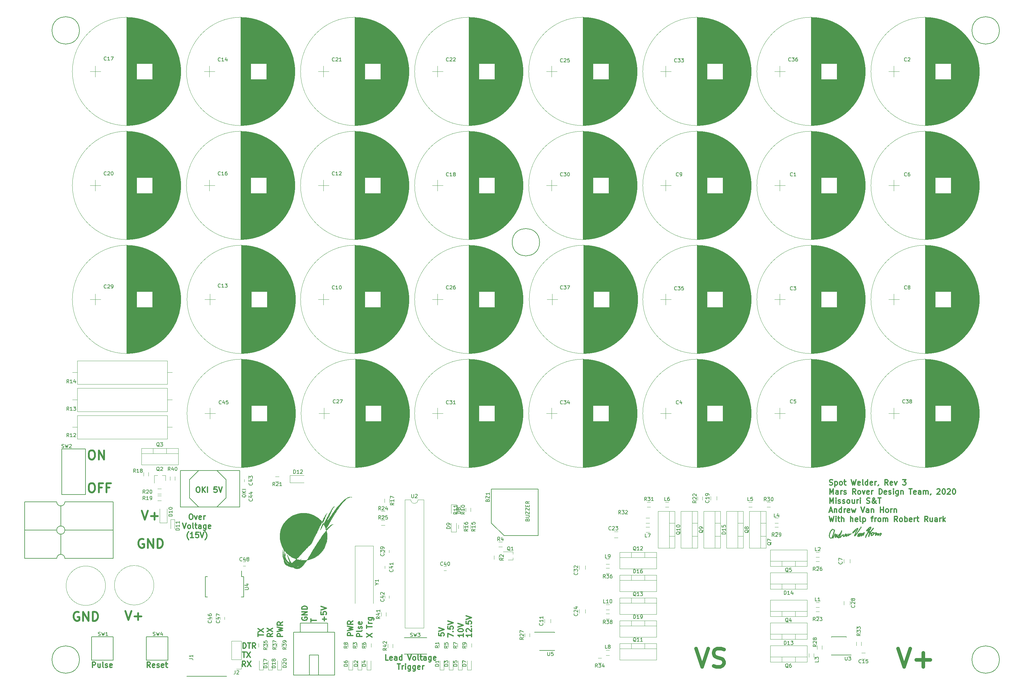
<source format=gbr>
G04 #@! TF.GenerationSoftware,KiCad,Pcbnew,(5.0.2)-1*
G04 #@! TF.CreationDate,2020-05-26T13:11:33-05:00*
G04 #@! TF.ProjectId,Spot_Welder_Hardware,53706f74-5f57-4656-9c64-65725f486172,rev?*
G04 #@! TF.SameCoordinates,Original*
G04 #@! TF.FileFunction,Legend,Top*
G04 #@! TF.FilePolarity,Positive*
%FSLAX46Y46*%
G04 Gerber Fmt 4.6, Leading zero omitted, Abs format (unit mm)*
G04 Created by KiCad (PCBNEW (5.0.2)-1) date 5/26/2020 1:11:33 PM*
%MOMM*%
%LPD*%
G01*
G04 APERTURE LIST*
%ADD10C,0.200000*%
%ADD11C,0.300000*%
%ADD12C,0.508000*%
%ADD13C,1.016000*%
%ADD14C,0.120000*%
%ADD15C,0.150000*%
%ADD16C,0.010000*%
G04 APERTURE END LIST*
D10*
X152450800Y-76530200D02*
G75*
G03X152450800Y-76530200I-3810000J0D01*
G01*
X280416000Y-192786000D02*
G75*
G03X280416000Y-192786000I-3810000J0D01*
G01*
D11*
X55277771Y-152228971D02*
X55563485Y-152228971D01*
X55706342Y-152300400D01*
X55849200Y-152443257D01*
X55920628Y-152728971D01*
X55920628Y-153228971D01*
X55849200Y-153514685D01*
X55706342Y-153657542D01*
X55563485Y-153728971D01*
X55277771Y-153728971D01*
X55134914Y-153657542D01*
X54992057Y-153514685D01*
X54920628Y-153228971D01*
X54920628Y-152728971D01*
X54992057Y-152443257D01*
X55134914Y-152300400D01*
X55277771Y-152228971D01*
X56420628Y-152728971D02*
X56777771Y-153728971D01*
X57134914Y-152728971D01*
X58277771Y-153657542D02*
X58134914Y-153728971D01*
X57849200Y-153728971D01*
X57706342Y-153657542D01*
X57634914Y-153514685D01*
X57634914Y-152943257D01*
X57706342Y-152800400D01*
X57849200Y-152728971D01*
X58134914Y-152728971D01*
X58277771Y-152800400D01*
X58349200Y-152943257D01*
X58349200Y-153086114D01*
X57634914Y-153228971D01*
X58992057Y-153728971D02*
X58992057Y-152728971D01*
X58992057Y-153014685D02*
X59063485Y-152871828D01*
X59134914Y-152800400D01*
X59277771Y-152728971D01*
X59420628Y-152728971D01*
X53099200Y-154778971D02*
X53599200Y-156278971D01*
X54099200Y-154778971D01*
X54813485Y-156278971D02*
X54670628Y-156207542D01*
X54599200Y-156136114D01*
X54527771Y-155993257D01*
X54527771Y-155564685D01*
X54599200Y-155421828D01*
X54670628Y-155350400D01*
X54813485Y-155278971D01*
X55027771Y-155278971D01*
X55170628Y-155350400D01*
X55242057Y-155421828D01*
X55313485Y-155564685D01*
X55313485Y-155993257D01*
X55242057Y-156136114D01*
X55170628Y-156207542D01*
X55027771Y-156278971D01*
X54813485Y-156278971D01*
X56170628Y-156278971D02*
X56027771Y-156207542D01*
X55956342Y-156064685D01*
X55956342Y-154778971D01*
X56527771Y-155278971D02*
X57099200Y-155278971D01*
X56742057Y-154778971D02*
X56742057Y-156064685D01*
X56813485Y-156207542D01*
X56956342Y-156278971D01*
X57099200Y-156278971D01*
X58242057Y-156278971D02*
X58242057Y-155493257D01*
X58170628Y-155350400D01*
X58027771Y-155278971D01*
X57742057Y-155278971D01*
X57599200Y-155350400D01*
X58242057Y-156207542D02*
X58099200Y-156278971D01*
X57742057Y-156278971D01*
X57599200Y-156207542D01*
X57527771Y-156064685D01*
X57527771Y-155921828D01*
X57599200Y-155778971D01*
X57742057Y-155707542D01*
X58099200Y-155707542D01*
X58242057Y-155636114D01*
X59599200Y-155278971D02*
X59599200Y-156493257D01*
X59527771Y-156636114D01*
X59456342Y-156707542D01*
X59313485Y-156778971D01*
X59099200Y-156778971D01*
X58956342Y-156707542D01*
X59599200Y-156207542D02*
X59456342Y-156278971D01*
X59170628Y-156278971D01*
X59027771Y-156207542D01*
X58956342Y-156136114D01*
X58884914Y-155993257D01*
X58884914Y-155564685D01*
X58956342Y-155421828D01*
X59027771Y-155350400D01*
X59170628Y-155278971D01*
X59456342Y-155278971D01*
X59599200Y-155350400D01*
X60884914Y-156207542D02*
X60742057Y-156278971D01*
X60456342Y-156278971D01*
X60313485Y-156207542D01*
X60242057Y-156064685D01*
X60242057Y-155493257D01*
X60313485Y-155350400D01*
X60456342Y-155278971D01*
X60742057Y-155278971D01*
X60884914Y-155350400D01*
X60956342Y-155493257D01*
X60956342Y-155636114D01*
X60242057Y-155778971D01*
X54813485Y-159400400D02*
X54742057Y-159328971D01*
X54599200Y-159114685D01*
X54527771Y-158971828D01*
X54456342Y-158757542D01*
X54384914Y-158400400D01*
X54384914Y-158114685D01*
X54456342Y-157757542D01*
X54527771Y-157543257D01*
X54599200Y-157400400D01*
X54742057Y-157186114D01*
X54813485Y-157114685D01*
X56170628Y-158828971D02*
X55313485Y-158828971D01*
X55742057Y-158828971D02*
X55742057Y-157328971D01*
X55599200Y-157543257D01*
X55456342Y-157686114D01*
X55313485Y-157757542D01*
X57527771Y-157328971D02*
X56813485Y-157328971D01*
X56742057Y-158043257D01*
X56813485Y-157971828D01*
X56956342Y-157900400D01*
X57313485Y-157900400D01*
X57456342Y-157971828D01*
X57527771Y-158043257D01*
X57599200Y-158186114D01*
X57599200Y-158543257D01*
X57527771Y-158686114D01*
X57456342Y-158757542D01*
X57313485Y-158828971D01*
X56956342Y-158828971D01*
X56813485Y-158757542D01*
X56742057Y-158686114D01*
X58027771Y-157328971D02*
X58527771Y-158828971D01*
X59027771Y-157328971D01*
X59384914Y-159400400D02*
X59456342Y-159328971D01*
X59599199Y-159114685D01*
X59670628Y-158971828D01*
X59742057Y-158757542D01*
X59813485Y-158400400D01*
X59813485Y-158114685D01*
X59742057Y-157757542D01*
X59670628Y-157543257D01*
X59599199Y-157400400D01*
X59456342Y-157186114D01*
X59384914Y-157114685D01*
D12*
X42260761Y-159258000D02*
X42018857Y-159137047D01*
X41656000Y-159137047D01*
X41293142Y-159258000D01*
X41051238Y-159499904D01*
X40930285Y-159741809D01*
X40809333Y-160225619D01*
X40809333Y-160588476D01*
X40930285Y-161072285D01*
X41051238Y-161314190D01*
X41293142Y-161556095D01*
X41656000Y-161677047D01*
X41897904Y-161677047D01*
X42260761Y-161556095D01*
X42381714Y-161435142D01*
X42381714Y-160588476D01*
X41897904Y-160588476D01*
X43470285Y-161677047D02*
X43470285Y-159137047D01*
X44921714Y-161677047D01*
X44921714Y-159137047D01*
X46131238Y-161677047D02*
X46131238Y-159137047D01*
X46736000Y-159137047D01*
X47098857Y-159258000D01*
X47340761Y-159499904D01*
X47461714Y-159741809D01*
X47582666Y-160225619D01*
X47582666Y-160588476D01*
X47461714Y-161072285D01*
X47340761Y-161314190D01*
X47098857Y-161556095D01*
X46736000Y-161677047D01*
X46131238Y-161677047D01*
X41776952Y-151263047D02*
X42623619Y-153803047D01*
X43470285Y-151263047D01*
X44316952Y-152835428D02*
X46252190Y-152835428D01*
X45284571Y-153803047D02*
X45284571Y-151867809D01*
D10*
X24384000Y-192786000D02*
G75*
G03X24384000Y-192786000I-3810000J0D01*
G01*
X24384000Y-17526000D02*
G75*
G03X24384000Y-17526000I-3810000J0D01*
G01*
X280416000Y-17526000D02*
G75*
G03X280416000Y-17526000I-3810000J0D01*
G01*
D11*
X69913714Y-189654571D02*
X69913714Y-188154571D01*
X70270857Y-188154571D01*
X70485142Y-188226000D01*
X70628000Y-188368857D01*
X70699428Y-188511714D01*
X70770857Y-188797428D01*
X70770857Y-189011714D01*
X70699428Y-189297428D01*
X70628000Y-189440285D01*
X70485142Y-189583142D01*
X70270857Y-189654571D01*
X69913714Y-189654571D01*
X71199428Y-188154571D02*
X72056571Y-188154571D01*
X71628000Y-189654571D02*
X71628000Y-188154571D01*
X73413714Y-189654571D02*
X72913714Y-188940285D01*
X72556571Y-189654571D02*
X72556571Y-188154571D01*
X73128000Y-188154571D01*
X73270857Y-188226000D01*
X73342285Y-188297428D01*
X73413714Y-188440285D01*
X73413714Y-188654571D01*
X73342285Y-188797428D01*
X73270857Y-188868857D01*
X73128000Y-188940285D01*
X72556571Y-188940285D01*
X69723142Y-190694571D02*
X70580285Y-190694571D01*
X70151714Y-192194571D02*
X70151714Y-190694571D01*
X70937428Y-190694571D02*
X71937428Y-192194571D01*
X71937428Y-190694571D02*
X70937428Y-192194571D01*
X70616000Y-194734571D02*
X70116000Y-194020285D01*
X69758857Y-194734571D02*
X69758857Y-193234571D01*
X70330285Y-193234571D01*
X70473142Y-193306000D01*
X70544571Y-193377428D01*
X70616000Y-193520285D01*
X70616000Y-193734571D01*
X70544571Y-193877428D01*
X70473142Y-193948857D01*
X70330285Y-194020285D01*
X69758857Y-194020285D01*
X71116000Y-193234571D02*
X72116000Y-194734571D01*
X72116000Y-193234571D02*
X71116000Y-194734571D01*
X233144714Y-144097142D02*
X233359000Y-144168571D01*
X233716142Y-144168571D01*
X233859000Y-144097142D01*
X233930428Y-144025714D01*
X234001857Y-143882857D01*
X234001857Y-143740000D01*
X233930428Y-143597142D01*
X233859000Y-143525714D01*
X233716142Y-143454285D01*
X233430428Y-143382857D01*
X233287571Y-143311428D01*
X233216142Y-143240000D01*
X233144714Y-143097142D01*
X233144714Y-142954285D01*
X233216142Y-142811428D01*
X233287571Y-142740000D01*
X233430428Y-142668571D01*
X233787571Y-142668571D01*
X234001857Y-142740000D01*
X234644714Y-143168571D02*
X234644714Y-144668571D01*
X234644714Y-143240000D02*
X234787571Y-143168571D01*
X235073285Y-143168571D01*
X235216142Y-143240000D01*
X235287571Y-143311428D01*
X235359000Y-143454285D01*
X235359000Y-143882857D01*
X235287571Y-144025714D01*
X235216142Y-144097142D01*
X235073285Y-144168571D01*
X234787571Y-144168571D01*
X234644714Y-144097142D01*
X236216142Y-144168571D02*
X236073285Y-144097142D01*
X236001857Y-144025714D01*
X235930428Y-143882857D01*
X235930428Y-143454285D01*
X236001857Y-143311428D01*
X236073285Y-143240000D01*
X236216142Y-143168571D01*
X236430428Y-143168571D01*
X236573285Y-143240000D01*
X236644714Y-143311428D01*
X236716142Y-143454285D01*
X236716142Y-143882857D01*
X236644714Y-144025714D01*
X236573285Y-144097142D01*
X236430428Y-144168571D01*
X236216142Y-144168571D01*
X237144714Y-143168571D02*
X237716142Y-143168571D01*
X237359000Y-142668571D02*
X237359000Y-143954285D01*
X237430428Y-144097142D01*
X237573285Y-144168571D01*
X237716142Y-144168571D01*
X239216142Y-142668571D02*
X239573285Y-144168571D01*
X239859000Y-143097142D01*
X240144714Y-144168571D01*
X240501857Y-142668571D01*
X241644714Y-144097142D02*
X241501857Y-144168571D01*
X241216142Y-144168571D01*
X241073285Y-144097142D01*
X241001857Y-143954285D01*
X241001857Y-143382857D01*
X241073285Y-143240000D01*
X241216142Y-143168571D01*
X241501857Y-143168571D01*
X241644714Y-143240000D01*
X241716142Y-143382857D01*
X241716142Y-143525714D01*
X241001857Y-143668571D01*
X242573285Y-144168571D02*
X242430428Y-144097142D01*
X242359000Y-143954285D01*
X242359000Y-142668571D01*
X243787571Y-144168571D02*
X243787571Y-142668571D01*
X243787571Y-144097142D02*
X243644714Y-144168571D01*
X243359000Y-144168571D01*
X243216142Y-144097142D01*
X243144714Y-144025714D01*
X243073285Y-143882857D01*
X243073285Y-143454285D01*
X243144714Y-143311428D01*
X243216142Y-143240000D01*
X243359000Y-143168571D01*
X243644714Y-143168571D01*
X243787571Y-143240000D01*
X245073285Y-144097142D02*
X244930428Y-144168571D01*
X244644714Y-144168571D01*
X244501857Y-144097142D01*
X244430428Y-143954285D01*
X244430428Y-143382857D01*
X244501857Y-143240000D01*
X244644714Y-143168571D01*
X244930428Y-143168571D01*
X245073285Y-143240000D01*
X245144714Y-143382857D01*
X245144714Y-143525714D01*
X244430428Y-143668571D01*
X245787571Y-144168571D02*
X245787571Y-143168571D01*
X245787571Y-143454285D02*
X245859000Y-143311428D01*
X245930428Y-143240000D01*
X246073285Y-143168571D01*
X246216142Y-143168571D01*
X246787571Y-144097142D02*
X246787571Y-144168571D01*
X246716142Y-144311428D01*
X246644714Y-144382857D01*
X249430428Y-144168571D02*
X248930428Y-143454285D01*
X248573285Y-144168571D02*
X248573285Y-142668571D01*
X249144714Y-142668571D01*
X249287571Y-142740000D01*
X249359000Y-142811428D01*
X249430428Y-142954285D01*
X249430428Y-143168571D01*
X249359000Y-143311428D01*
X249287571Y-143382857D01*
X249144714Y-143454285D01*
X248573285Y-143454285D01*
X250644714Y-144097142D02*
X250501857Y-144168571D01*
X250216142Y-144168571D01*
X250073285Y-144097142D01*
X250001857Y-143954285D01*
X250001857Y-143382857D01*
X250073285Y-143240000D01*
X250216142Y-143168571D01*
X250501857Y-143168571D01*
X250644714Y-143240000D01*
X250716142Y-143382857D01*
X250716142Y-143525714D01*
X250001857Y-143668571D01*
X251216142Y-143168571D02*
X251573285Y-144168571D01*
X251930428Y-143168571D01*
X253501857Y-142668571D02*
X254430428Y-142668571D01*
X253930428Y-143240000D01*
X254144714Y-143240000D01*
X254287571Y-143311428D01*
X254359000Y-143382857D01*
X254430428Y-143525714D01*
X254430428Y-143882857D01*
X254359000Y-144025714D01*
X254287571Y-144097142D01*
X254144714Y-144168571D01*
X253716142Y-144168571D01*
X253573285Y-144097142D01*
X253501857Y-144025714D01*
X233216142Y-146718571D02*
X233216142Y-145218571D01*
X233716142Y-146290000D01*
X234216142Y-145218571D01*
X234216142Y-146718571D01*
X235573285Y-146718571D02*
X235573285Y-145932857D01*
X235501857Y-145790000D01*
X235359000Y-145718571D01*
X235073285Y-145718571D01*
X234930428Y-145790000D01*
X235573285Y-146647142D02*
X235430428Y-146718571D01*
X235073285Y-146718571D01*
X234930428Y-146647142D01*
X234859000Y-146504285D01*
X234859000Y-146361428D01*
X234930428Y-146218571D01*
X235073285Y-146147142D01*
X235430428Y-146147142D01*
X235573285Y-146075714D01*
X236287571Y-146718571D02*
X236287571Y-145718571D01*
X236287571Y-146004285D02*
X236359000Y-145861428D01*
X236430428Y-145790000D01*
X236573285Y-145718571D01*
X236716142Y-145718571D01*
X237144714Y-146647142D02*
X237287571Y-146718571D01*
X237573285Y-146718571D01*
X237716142Y-146647142D01*
X237787571Y-146504285D01*
X237787571Y-146432857D01*
X237716142Y-146290000D01*
X237573285Y-146218571D01*
X237359000Y-146218571D01*
X237216142Y-146147142D01*
X237144714Y-146004285D01*
X237144714Y-145932857D01*
X237216142Y-145790000D01*
X237359000Y-145718571D01*
X237573285Y-145718571D01*
X237716142Y-145790000D01*
X240430428Y-146718571D02*
X239930428Y-146004285D01*
X239573285Y-146718571D02*
X239573285Y-145218571D01*
X240144714Y-145218571D01*
X240287571Y-145290000D01*
X240359000Y-145361428D01*
X240430428Y-145504285D01*
X240430428Y-145718571D01*
X240359000Y-145861428D01*
X240287571Y-145932857D01*
X240144714Y-146004285D01*
X239573285Y-146004285D01*
X241287571Y-146718571D02*
X241144714Y-146647142D01*
X241073285Y-146575714D01*
X241001857Y-146432857D01*
X241001857Y-146004285D01*
X241073285Y-145861428D01*
X241144714Y-145790000D01*
X241287571Y-145718571D01*
X241501857Y-145718571D01*
X241644714Y-145790000D01*
X241716142Y-145861428D01*
X241787571Y-146004285D01*
X241787571Y-146432857D01*
X241716142Y-146575714D01*
X241644714Y-146647142D01*
X241501857Y-146718571D01*
X241287571Y-146718571D01*
X242287571Y-145718571D02*
X242644714Y-146718571D01*
X243001857Y-145718571D01*
X244144714Y-146647142D02*
X244001857Y-146718571D01*
X243716142Y-146718571D01*
X243573285Y-146647142D01*
X243501857Y-146504285D01*
X243501857Y-145932857D01*
X243573285Y-145790000D01*
X243716142Y-145718571D01*
X244001857Y-145718571D01*
X244144714Y-145790000D01*
X244216142Y-145932857D01*
X244216142Y-146075714D01*
X243501857Y-146218571D01*
X244859000Y-146718571D02*
X244859000Y-145718571D01*
X244859000Y-146004285D02*
X244930428Y-145861428D01*
X245001857Y-145790000D01*
X245144714Y-145718571D01*
X245287571Y-145718571D01*
X246930428Y-146718571D02*
X246930428Y-145218571D01*
X247287571Y-145218571D01*
X247501857Y-145290000D01*
X247644714Y-145432857D01*
X247716142Y-145575714D01*
X247787571Y-145861428D01*
X247787571Y-146075714D01*
X247716142Y-146361428D01*
X247644714Y-146504285D01*
X247501857Y-146647142D01*
X247287571Y-146718571D01*
X246930428Y-146718571D01*
X249001857Y-146647142D02*
X248859000Y-146718571D01*
X248573285Y-146718571D01*
X248430428Y-146647142D01*
X248359000Y-146504285D01*
X248359000Y-145932857D01*
X248430428Y-145790000D01*
X248573285Y-145718571D01*
X248859000Y-145718571D01*
X249001857Y-145790000D01*
X249073285Y-145932857D01*
X249073285Y-146075714D01*
X248359000Y-146218571D01*
X249644714Y-146647142D02*
X249787571Y-146718571D01*
X250073285Y-146718571D01*
X250216142Y-146647142D01*
X250287571Y-146504285D01*
X250287571Y-146432857D01*
X250216142Y-146290000D01*
X250073285Y-146218571D01*
X249859000Y-146218571D01*
X249716142Y-146147142D01*
X249644714Y-146004285D01*
X249644714Y-145932857D01*
X249716142Y-145790000D01*
X249859000Y-145718571D01*
X250073285Y-145718571D01*
X250216142Y-145790000D01*
X250930428Y-146718571D02*
X250930428Y-145718571D01*
X250930428Y-145218571D02*
X250859000Y-145290000D01*
X250930428Y-145361428D01*
X251001857Y-145290000D01*
X250930428Y-145218571D01*
X250930428Y-145361428D01*
X252287571Y-145718571D02*
X252287571Y-146932857D01*
X252216142Y-147075714D01*
X252144714Y-147147142D01*
X252001857Y-147218571D01*
X251787571Y-147218571D01*
X251644714Y-147147142D01*
X252287571Y-146647142D02*
X252144714Y-146718571D01*
X251859000Y-146718571D01*
X251716142Y-146647142D01*
X251644714Y-146575714D01*
X251573285Y-146432857D01*
X251573285Y-146004285D01*
X251644714Y-145861428D01*
X251716142Y-145790000D01*
X251859000Y-145718571D01*
X252144714Y-145718571D01*
X252287571Y-145790000D01*
X253001857Y-145718571D02*
X253001857Y-146718571D01*
X253001857Y-145861428D02*
X253073285Y-145790000D01*
X253216142Y-145718571D01*
X253430428Y-145718571D01*
X253573285Y-145790000D01*
X253644714Y-145932857D01*
X253644714Y-146718571D01*
X255287571Y-145218571D02*
X256144714Y-145218571D01*
X255716142Y-146718571D02*
X255716142Y-145218571D01*
X257216142Y-146647142D02*
X257073285Y-146718571D01*
X256787571Y-146718571D01*
X256644714Y-146647142D01*
X256573285Y-146504285D01*
X256573285Y-145932857D01*
X256644714Y-145790000D01*
X256787571Y-145718571D01*
X257073285Y-145718571D01*
X257216142Y-145790000D01*
X257287571Y-145932857D01*
X257287571Y-146075714D01*
X256573285Y-146218571D01*
X258573285Y-146718571D02*
X258573285Y-145932857D01*
X258501857Y-145790000D01*
X258359000Y-145718571D01*
X258073285Y-145718571D01*
X257930428Y-145790000D01*
X258573285Y-146647142D02*
X258430428Y-146718571D01*
X258073285Y-146718571D01*
X257930428Y-146647142D01*
X257859000Y-146504285D01*
X257859000Y-146361428D01*
X257930428Y-146218571D01*
X258073285Y-146147142D01*
X258430428Y-146147142D01*
X258573285Y-146075714D01*
X259287571Y-146718571D02*
X259287571Y-145718571D01*
X259287571Y-145861428D02*
X259359000Y-145790000D01*
X259501857Y-145718571D01*
X259716142Y-145718571D01*
X259859000Y-145790000D01*
X259930428Y-145932857D01*
X259930428Y-146718571D01*
X259930428Y-145932857D02*
X260001857Y-145790000D01*
X260144714Y-145718571D01*
X260359000Y-145718571D01*
X260501857Y-145790000D01*
X260573285Y-145932857D01*
X260573285Y-146718571D01*
X261359000Y-146647142D02*
X261359000Y-146718571D01*
X261287571Y-146861428D01*
X261216142Y-146932857D01*
X263073285Y-145361428D02*
X263144714Y-145290000D01*
X263287571Y-145218571D01*
X263644714Y-145218571D01*
X263787571Y-145290000D01*
X263859000Y-145361428D01*
X263930428Y-145504285D01*
X263930428Y-145647142D01*
X263859000Y-145861428D01*
X263001857Y-146718571D01*
X263930428Y-146718571D01*
X264859000Y-145218571D02*
X265001857Y-145218571D01*
X265144714Y-145290000D01*
X265216142Y-145361428D01*
X265287571Y-145504285D01*
X265359000Y-145790000D01*
X265359000Y-146147142D01*
X265287571Y-146432857D01*
X265216142Y-146575714D01*
X265144714Y-146647142D01*
X265001857Y-146718571D01*
X264859000Y-146718571D01*
X264716142Y-146647142D01*
X264644714Y-146575714D01*
X264573285Y-146432857D01*
X264501857Y-146147142D01*
X264501857Y-145790000D01*
X264573285Y-145504285D01*
X264644714Y-145361428D01*
X264716142Y-145290000D01*
X264859000Y-145218571D01*
X265930428Y-145361428D02*
X266001857Y-145290000D01*
X266144714Y-145218571D01*
X266501857Y-145218571D01*
X266644714Y-145290000D01*
X266716142Y-145361428D01*
X266787571Y-145504285D01*
X266787571Y-145647142D01*
X266716142Y-145861428D01*
X265859000Y-146718571D01*
X266787571Y-146718571D01*
X267716142Y-145218571D02*
X267859000Y-145218571D01*
X268001857Y-145290000D01*
X268073285Y-145361428D01*
X268144714Y-145504285D01*
X268216142Y-145790000D01*
X268216142Y-146147142D01*
X268144714Y-146432857D01*
X268073285Y-146575714D01*
X268001857Y-146647142D01*
X267859000Y-146718571D01*
X267716142Y-146718571D01*
X267573285Y-146647142D01*
X267501857Y-146575714D01*
X267430428Y-146432857D01*
X267359000Y-146147142D01*
X267359000Y-145790000D01*
X267430428Y-145504285D01*
X267501857Y-145361428D01*
X267573285Y-145290000D01*
X267716142Y-145218571D01*
X233216142Y-149268571D02*
X233216142Y-147768571D01*
X233716142Y-148840000D01*
X234216142Y-147768571D01*
X234216142Y-149268571D01*
X234930428Y-149268571D02*
X234930428Y-148268571D01*
X234930428Y-147768571D02*
X234859000Y-147840000D01*
X234930428Y-147911428D01*
X235001857Y-147840000D01*
X234930428Y-147768571D01*
X234930428Y-147911428D01*
X235573285Y-149197142D02*
X235716142Y-149268571D01*
X236001857Y-149268571D01*
X236144714Y-149197142D01*
X236216142Y-149054285D01*
X236216142Y-148982857D01*
X236144714Y-148840000D01*
X236001857Y-148768571D01*
X235787571Y-148768571D01*
X235644714Y-148697142D01*
X235573285Y-148554285D01*
X235573285Y-148482857D01*
X235644714Y-148340000D01*
X235787571Y-148268571D01*
X236001857Y-148268571D01*
X236144714Y-148340000D01*
X236787571Y-149197142D02*
X236930428Y-149268571D01*
X237216142Y-149268571D01*
X237359000Y-149197142D01*
X237430428Y-149054285D01*
X237430428Y-148982857D01*
X237359000Y-148840000D01*
X237216142Y-148768571D01*
X237001857Y-148768571D01*
X236859000Y-148697142D01*
X236787571Y-148554285D01*
X236787571Y-148482857D01*
X236859000Y-148340000D01*
X237001857Y-148268571D01*
X237216142Y-148268571D01*
X237359000Y-148340000D01*
X238287571Y-149268571D02*
X238144714Y-149197142D01*
X238073285Y-149125714D01*
X238001857Y-148982857D01*
X238001857Y-148554285D01*
X238073285Y-148411428D01*
X238144714Y-148340000D01*
X238287571Y-148268571D01*
X238501857Y-148268571D01*
X238644714Y-148340000D01*
X238716142Y-148411428D01*
X238787571Y-148554285D01*
X238787571Y-148982857D01*
X238716142Y-149125714D01*
X238644714Y-149197142D01*
X238501857Y-149268571D01*
X238287571Y-149268571D01*
X240073285Y-148268571D02*
X240073285Y-149268571D01*
X239430428Y-148268571D02*
X239430428Y-149054285D01*
X239501857Y-149197142D01*
X239644714Y-149268571D01*
X239859000Y-149268571D01*
X240001857Y-149197142D01*
X240073285Y-149125714D01*
X240787571Y-149268571D02*
X240787571Y-148268571D01*
X240787571Y-148554285D02*
X240859000Y-148411428D01*
X240930428Y-148340000D01*
X241073285Y-148268571D01*
X241216142Y-148268571D01*
X241716142Y-149268571D02*
X241716142Y-148268571D01*
X241716142Y-147768571D02*
X241644714Y-147840000D01*
X241716142Y-147911428D01*
X241787571Y-147840000D01*
X241716142Y-147768571D01*
X241716142Y-147911428D01*
X243501857Y-149197142D02*
X243716142Y-149268571D01*
X244073285Y-149268571D01*
X244216142Y-149197142D01*
X244287571Y-149125714D01*
X244359000Y-148982857D01*
X244359000Y-148840000D01*
X244287571Y-148697142D01*
X244216142Y-148625714D01*
X244073285Y-148554285D01*
X243787571Y-148482857D01*
X243644714Y-148411428D01*
X243573285Y-148340000D01*
X243501857Y-148197142D01*
X243501857Y-148054285D01*
X243573285Y-147911428D01*
X243644714Y-147840000D01*
X243787571Y-147768571D01*
X244144714Y-147768571D01*
X244359000Y-147840000D01*
X246216142Y-149268571D02*
X246144714Y-149268571D01*
X246001857Y-149197142D01*
X245787571Y-148982857D01*
X245430428Y-148554285D01*
X245287571Y-148340000D01*
X245216142Y-148125714D01*
X245216142Y-147982857D01*
X245287571Y-147840000D01*
X245430428Y-147768571D01*
X245501857Y-147768571D01*
X245644714Y-147840000D01*
X245716142Y-147982857D01*
X245716142Y-148054285D01*
X245644714Y-148197142D01*
X245573285Y-148268571D01*
X245144714Y-148554285D01*
X245073285Y-148625714D01*
X245001857Y-148768571D01*
X245001857Y-148982857D01*
X245073285Y-149125714D01*
X245144714Y-149197142D01*
X245287571Y-149268571D01*
X245501857Y-149268571D01*
X245644714Y-149197142D01*
X245716142Y-149125714D01*
X245930428Y-148840000D01*
X246001857Y-148625714D01*
X246001857Y-148482857D01*
X246644714Y-147768571D02*
X247501857Y-147768571D01*
X247073285Y-149268571D02*
X247073285Y-147768571D01*
X233144714Y-151390000D02*
X233859000Y-151390000D01*
X233001857Y-151818571D02*
X233501857Y-150318571D01*
X234001857Y-151818571D01*
X234501857Y-150818571D02*
X234501857Y-151818571D01*
X234501857Y-150961428D02*
X234573285Y-150890000D01*
X234716142Y-150818571D01*
X234930428Y-150818571D01*
X235073285Y-150890000D01*
X235144714Y-151032857D01*
X235144714Y-151818571D01*
X236501857Y-151818571D02*
X236501857Y-150318571D01*
X236501857Y-151747142D02*
X236359000Y-151818571D01*
X236073285Y-151818571D01*
X235930428Y-151747142D01*
X235859000Y-151675714D01*
X235787571Y-151532857D01*
X235787571Y-151104285D01*
X235859000Y-150961428D01*
X235930428Y-150890000D01*
X236073285Y-150818571D01*
X236359000Y-150818571D01*
X236501857Y-150890000D01*
X237216142Y-151818571D02*
X237216142Y-150818571D01*
X237216142Y-151104285D02*
X237287571Y-150961428D01*
X237359000Y-150890000D01*
X237501857Y-150818571D01*
X237644714Y-150818571D01*
X238716142Y-151747142D02*
X238573285Y-151818571D01*
X238287571Y-151818571D01*
X238144714Y-151747142D01*
X238073285Y-151604285D01*
X238073285Y-151032857D01*
X238144714Y-150890000D01*
X238287571Y-150818571D01*
X238573285Y-150818571D01*
X238716142Y-150890000D01*
X238787571Y-151032857D01*
X238787571Y-151175714D01*
X238073285Y-151318571D01*
X239287571Y-150818571D02*
X239573285Y-151818571D01*
X239859000Y-151104285D01*
X240144714Y-151818571D01*
X240430428Y-150818571D01*
X241930428Y-150318571D02*
X242430428Y-151818571D01*
X242930428Y-150318571D01*
X244073285Y-151818571D02*
X244073285Y-151032857D01*
X244001857Y-150890000D01*
X243859000Y-150818571D01*
X243573285Y-150818571D01*
X243430428Y-150890000D01*
X244073285Y-151747142D02*
X243930428Y-151818571D01*
X243573285Y-151818571D01*
X243430428Y-151747142D01*
X243359000Y-151604285D01*
X243359000Y-151461428D01*
X243430428Y-151318571D01*
X243573285Y-151247142D01*
X243930428Y-151247142D01*
X244073285Y-151175714D01*
X244787571Y-150818571D02*
X244787571Y-151818571D01*
X244787571Y-150961428D02*
X244859000Y-150890000D01*
X245001857Y-150818571D01*
X245216142Y-150818571D01*
X245359000Y-150890000D01*
X245430428Y-151032857D01*
X245430428Y-151818571D01*
X247287571Y-151818571D02*
X247287571Y-150318571D01*
X247287571Y-151032857D02*
X248144714Y-151032857D01*
X248144714Y-151818571D02*
X248144714Y-150318571D01*
X249073285Y-151818571D02*
X248930428Y-151747142D01*
X248859000Y-151675714D01*
X248787571Y-151532857D01*
X248787571Y-151104285D01*
X248859000Y-150961428D01*
X248930428Y-150890000D01*
X249073285Y-150818571D01*
X249287571Y-150818571D01*
X249430428Y-150890000D01*
X249501857Y-150961428D01*
X249573285Y-151104285D01*
X249573285Y-151532857D01*
X249501857Y-151675714D01*
X249430428Y-151747142D01*
X249287571Y-151818571D01*
X249073285Y-151818571D01*
X250216142Y-151818571D02*
X250216142Y-150818571D01*
X250216142Y-151104285D02*
X250287571Y-150961428D01*
X250359000Y-150890000D01*
X250501857Y-150818571D01*
X250644714Y-150818571D01*
X251144714Y-150818571D02*
X251144714Y-151818571D01*
X251144714Y-150961428D02*
X251216142Y-150890000D01*
X251359000Y-150818571D01*
X251573285Y-150818571D01*
X251716142Y-150890000D01*
X251787571Y-151032857D01*
X251787571Y-151818571D01*
X233073285Y-152868571D02*
X233430428Y-154368571D01*
X233716142Y-153297142D01*
X234001857Y-154368571D01*
X234359000Y-152868571D01*
X234930428Y-154368571D02*
X234930428Y-153368571D01*
X234930428Y-152868571D02*
X234859000Y-152940000D01*
X234930428Y-153011428D01*
X235001857Y-152940000D01*
X234930428Y-152868571D01*
X234930428Y-153011428D01*
X235430428Y-153368571D02*
X236001857Y-153368571D01*
X235644714Y-152868571D02*
X235644714Y-154154285D01*
X235716142Y-154297142D01*
X235859000Y-154368571D01*
X236001857Y-154368571D01*
X236501857Y-154368571D02*
X236501857Y-152868571D01*
X237144714Y-154368571D02*
X237144714Y-153582857D01*
X237073285Y-153440000D01*
X236930428Y-153368571D01*
X236716142Y-153368571D01*
X236573285Y-153440000D01*
X236501857Y-153511428D01*
X239001857Y-154368571D02*
X239001857Y-152868571D01*
X239644714Y-154368571D02*
X239644714Y-153582857D01*
X239573285Y-153440000D01*
X239430428Y-153368571D01*
X239216142Y-153368571D01*
X239073285Y-153440000D01*
X239001857Y-153511428D01*
X240930428Y-154297142D02*
X240787571Y-154368571D01*
X240501857Y-154368571D01*
X240359000Y-154297142D01*
X240287571Y-154154285D01*
X240287571Y-153582857D01*
X240359000Y-153440000D01*
X240501857Y-153368571D01*
X240787571Y-153368571D01*
X240930428Y-153440000D01*
X241001857Y-153582857D01*
X241001857Y-153725714D01*
X240287571Y-153868571D01*
X241859000Y-154368571D02*
X241716142Y-154297142D01*
X241644714Y-154154285D01*
X241644714Y-152868571D01*
X242430428Y-153368571D02*
X242430428Y-154868571D01*
X242430428Y-153440000D02*
X242573285Y-153368571D01*
X242859000Y-153368571D01*
X243001857Y-153440000D01*
X243073285Y-153511428D01*
X243144714Y-153654285D01*
X243144714Y-154082857D01*
X243073285Y-154225714D01*
X243001857Y-154297142D01*
X242859000Y-154368571D01*
X242573285Y-154368571D01*
X242430428Y-154297142D01*
X244716142Y-153368571D02*
X245287571Y-153368571D01*
X244930428Y-154368571D02*
X244930428Y-153082857D01*
X245001857Y-152940000D01*
X245144714Y-152868571D01*
X245287571Y-152868571D01*
X245787571Y-154368571D02*
X245787571Y-153368571D01*
X245787571Y-153654285D02*
X245859000Y-153511428D01*
X245930428Y-153440000D01*
X246073285Y-153368571D01*
X246216142Y-153368571D01*
X246930428Y-154368571D02*
X246787571Y-154297142D01*
X246716142Y-154225714D01*
X246644714Y-154082857D01*
X246644714Y-153654285D01*
X246716142Y-153511428D01*
X246787571Y-153440000D01*
X246930428Y-153368571D01*
X247144714Y-153368571D01*
X247287571Y-153440000D01*
X247359000Y-153511428D01*
X247430428Y-153654285D01*
X247430428Y-154082857D01*
X247359000Y-154225714D01*
X247287571Y-154297142D01*
X247144714Y-154368571D01*
X246930428Y-154368571D01*
X248073285Y-154368571D02*
X248073285Y-153368571D01*
X248073285Y-153511428D02*
X248144714Y-153440000D01*
X248287571Y-153368571D01*
X248501857Y-153368571D01*
X248644714Y-153440000D01*
X248716142Y-153582857D01*
X248716142Y-154368571D01*
X248716142Y-153582857D02*
X248787571Y-153440000D01*
X248930428Y-153368571D01*
X249144714Y-153368571D01*
X249287571Y-153440000D01*
X249359000Y-153582857D01*
X249359000Y-154368571D01*
X252073285Y-154368571D02*
X251573285Y-153654285D01*
X251216142Y-154368571D02*
X251216142Y-152868571D01*
X251787571Y-152868571D01*
X251930428Y-152940000D01*
X252001857Y-153011428D01*
X252073285Y-153154285D01*
X252073285Y-153368571D01*
X252001857Y-153511428D01*
X251930428Y-153582857D01*
X251787571Y-153654285D01*
X251216142Y-153654285D01*
X252930428Y-154368571D02*
X252787571Y-154297142D01*
X252716142Y-154225714D01*
X252644714Y-154082857D01*
X252644714Y-153654285D01*
X252716142Y-153511428D01*
X252787571Y-153440000D01*
X252930428Y-153368571D01*
X253144714Y-153368571D01*
X253287571Y-153440000D01*
X253359000Y-153511428D01*
X253430428Y-153654285D01*
X253430428Y-154082857D01*
X253359000Y-154225714D01*
X253287571Y-154297142D01*
X253144714Y-154368571D01*
X252930428Y-154368571D01*
X254073285Y-154368571D02*
X254073285Y-152868571D01*
X254073285Y-153440000D02*
X254216142Y-153368571D01*
X254501857Y-153368571D01*
X254644714Y-153440000D01*
X254716142Y-153511428D01*
X254787571Y-153654285D01*
X254787571Y-154082857D01*
X254716142Y-154225714D01*
X254644714Y-154297142D01*
X254501857Y-154368571D01*
X254216142Y-154368571D01*
X254073285Y-154297142D01*
X256001857Y-154297142D02*
X255859000Y-154368571D01*
X255573285Y-154368571D01*
X255430428Y-154297142D01*
X255359000Y-154154285D01*
X255359000Y-153582857D01*
X255430428Y-153440000D01*
X255573285Y-153368571D01*
X255859000Y-153368571D01*
X256001857Y-153440000D01*
X256073285Y-153582857D01*
X256073285Y-153725714D01*
X255359000Y-153868571D01*
X256716142Y-154368571D02*
X256716142Y-153368571D01*
X256716142Y-153654285D02*
X256787571Y-153511428D01*
X256859000Y-153440000D01*
X257001857Y-153368571D01*
X257144714Y-153368571D01*
X257430428Y-153368571D02*
X258001857Y-153368571D01*
X257644714Y-152868571D02*
X257644714Y-154154285D01*
X257716142Y-154297142D01*
X257859000Y-154368571D01*
X258001857Y-154368571D01*
X260501857Y-154368571D02*
X260001857Y-153654285D01*
X259644714Y-154368571D02*
X259644714Y-152868571D01*
X260216142Y-152868571D01*
X260359000Y-152940000D01*
X260430428Y-153011428D01*
X260501857Y-153154285D01*
X260501857Y-153368571D01*
X260430428Y-153511428D01*
X260359000Y-153582857D01*
X260216142Y-153654285D01*
X259644714Y-153654285D01*
X261787571Y-153368571D02*
X261787571Y-154368571D01*
X261144714Y-153368571D02*
X261144714Y-154154285D01*
X261216142Y-154297142D01*
X261359000Y-154368571D01*
X261573285Y-154368571D01*
X261716142Y-154297142D01*
X261787571Y-154225714D01*
X263144714Y-154368571D02*
X263144714Y-153582857D01*
X263073285Y-153440000D01*
X262930428Y-153368571D01*
X262644714Y-153368571D01*
X262501857Y-153440000D01*
X263144714Y-154297142D02*
X263001857Y-154368571D01*
X262644714Y-154368571D01*
X262501857Y-154297142D01*
X262430428Y-154154285D01*
X262430428Y-154011428D01*
X262501857Y-153868571D01*
X262644714Y-153797142D01*
X263001857Y-153797142D01*
X263144714Y-153725714D01*
X263859000Y-154368571D02*
X263859000Y-153368571D01*
X263859000Y-153654285D02*
X263930428Y-153511428D01*
X264001857Y-153440000D01*
X264144714Y-153368571D01*
X264287571Y-153368571D01*
X264787571Y-154368571D02*
X264787571Y-152868571D01*
X264930428Y-153797142D02*
X265359000Y-154368571D01*
X265359000Y-153368571D02*
X264787571Y-153940000D01*
D13*
X252209904Y-189750095D02*
X253903238Y-194830095D01*
X255596571Y-189750095D01*
X257289904Y-192894857D02*
X261160380Y-192894857D01*
X259225142Y-194830095D02*
X259225142Y-190959619D01*
X196039619Y-189750095D02*
X197732952Y-194830095D01*
X199426285Y-189750095D01*
X200877714Y-194588190D02*
X201603428Y-194830095D01*
X202812952Y-194830095D01*
X203296761Y-194588190D01*
X203538666Y-194346285D01*
X203780571Y-193862476D01*
X203780571Y-193378666D01*
X203538666Y-192894857D01*
X203296761Y-192652952D01*
X202812952Y-192411047D01*
X201845333Y-192169142D01*
X201361523Y-191927238D01*
X201119619Y-191685333D01*
X200877714Y-191201523D01*
X200877714Y-190717714D01*
X201119619Y-190233904D01*
X201361523Y-189992000D01*
X201845333Y-189750095D01*
X203054857Y-189750095D01*
X203780571Y-189992000D01*
D11*
X110336000Y-192951571D02*
X109621714Y-192951571D01*
X109621714Y-191451571D01*
X111407428Y-192880142D02*
X111264571Y-192951571D01*
X110978857Y-192951571D01*
X110836000Y-192880142D01*
X110764571Y-192737285D01*
X110764571Y-192165857D01*
X110836000Y-192023000D01*
X110978857Y-191951571D01*
X111264571Y-191951571D01*
X111407428Y-192023000D01*
X111478857Y-192165857D01*
X111478857Y-192308714D01*
X110764571Y-192451571D01*
X112764571Y-192951571D02*
X112764571Y-192165857D01*
X112693142Y-192023000D01*
X112550285Y-191951571D01*
X112264571Y-191951571D01*
X112121714Y-192023000D01*
X112764571Y-192880142D02*
X112621714Y-192951571D01*
X112264571Y-192951571D01*
X112121714Y-192880142D01*
X112050285Y-192737285D01*
X112050285Y-192594428D01*
X112121714Y-192451571D01*
X112264571Y-192380142D01*
X112621714Y-192380142D01*
X112764571Y-192308714D01*
X114121714Y-192951571D02*
X114121714Y-191451571D01*
X114121714Y-192880142D02*
X113978857Y-192951571D01*
X113693142Y-192951571D01*
X113550285Y-192880142D01*
X113478857Y-192808714D01*
X113407428Y-192665857D01*
X113407428Y-192237285D01*
X113478857Y-192094428D01*
X113550285Y-192023000D01*
X113693142Y-191951571D01*
X113978857Y-191951571D01*
X114121714Y-192023000D01*
X115764571Y-191451571D02*
X116264571Y-192951571D01*
X116764571Y-191451571D01*
X117478857Y-192951571D02*
X117336000Y-192880142D01*
X117264571Y-192808714D01*
X117193142Y-192665857D01*
X117193142Y-192237285D01*
X117264571Y-192094428D01*
X117336000Y-192023000D01*
X117478857Y-191951571D01*
X117693142Y-191951571D01*
X117836000Y-192023000D01*
X117907428Y-192094428D01*
X117978857Y-192237285D01*
X117978857Y-192665857D01*
X117907428Y-192808714D01*
X117836000Y-192880142D01*
X117693142Y-192951571D01*
X117478857Y-192951571D01*
X118836000Y-192951571D02*
X118693142Y-192880142D01*
X118621714Y-192737285D01*
X118621714Y-191451571D01*
X119193142Y-191951571D02*
X119764571Y-191951571D01*
X119407428Y-191451571D02*
X119407428Y-192737285D01*
X119478857Y-192880142D01*
X119621714Y-192951571D01*
X119764571Y-192951571D01*
X120907428Y-192951571D02*
X120907428Y-192165857D01*
X120836000Y-192023000D01*
X120693142Y-191951571D01*
X120407428Y-191951571D01*
X120264571Y-192023000D01*
X120907428Y-192880142D02*
X120764571Y-192951571D01*
X120407428Y-192951571D01*
X120264571Y-192880142D01*
X120193142Y-192737285D01*
X120193142Y-192594428D01*
X120264571Y-192451571D01*
X120407428Y-192380142D01*
X120764571Y-192380142D01*
X120907428Y-192308714D01*
X122264571Y-191951571D02*
X122264571Y-193165857D01*
X122193142Y-193308714D01*
X122121714Y-193380142D01*
X121978857Y-193451571D01*
X121764571Y-193451571D01*
X121621714Y-193380142D01*
X122264571Y-192880142D02*
X122121714Y-192951571D01*
X121836000Y-192951571D01*
X121693142Y-192880142D01*
X121621714Y-192808714D01*
X121550285Y-192665857D01*
X121550285Y-192237285D01*
X121621714Y-192094428D01*
X121693142Y-192023000D01*
X121836000Y-191951571D01*
X122121714Y-191951571D01*
X122264571Y-192023000D01*
X123550285Y-192880142D02*
X123407428Y-192951571D01*
X123121714Y-192951571D01*
X122978857Y-192880142D01*
X122907428Y-192737285D01*
X122907428Y-192165857D01*
X122978857Y-192023000D01*
X123121714Y-191951571D01*
X123407428Y-191951571D01*
X123550285Y-192023000D01*
X123621714Y-192165857D01*
X123621714Y-192308714D01*
X122907428Y-192451571D01*
X112871714Y-194001571D02*
X113728857Y-194001571D01*
X113300285Y-195501571D02*
X113300285Y-194001571D01*
X114228857Y-195501571D02*
X114228857Y-194501571D01*
X114228857Y-194787285D02*
X114300285Y-194644428D01*
X114371714Y-194573000D01*
X114514571Y-194501571D01*
X114657428Y-194501571D01*
X115157428Y-195501571D02*
X115157428Y-194501571D01*
X115157428Y-194001571D02*
X115086000Y-194073000D01*
X115157428Y-194144428D01*
X115228857Y-194073000D01*
X115157428Y-194001571D01*
X115157428Y-194144428D01*
X116514571Y-194501571D02*
X116514571Y-195715857D01*
X116443142Y-195858714D01*
X116371714Y-195930142D01*
X116228857Y-196001571D01*
X116014571Y-196001571D01*
X115871714Y-195930142D01*
X116514571Y-195430142D02*
X116371714Y-195501571D01*
X116086000Y-195501571D01*
X115943142Y-195430142D01*
X115871714Y-195358714D01*
X115800285Y-195215857D01*
X115800285Y-194787285D01*
X115871714Y-194644428D01*
X115943142Y-194573000D01*
X116086000Y-194501571D01*
X116371714Y-194501571D01*
X116514571Y-194573000D01*
X117871714Y-194501571D02*
X117871714Y-195715857D01*
X117800285Y-195858714D01*
X117728857Y-195930142D01*
X117586000Y-196001571D01*
X117371714Y-196001571D01*
X117228857Y-195930142D01*
X117871714Y-195430142D02*
X117728857Y-195501571D01*
X117443142Y-195501571D01*
X117300285Y-195430142D01*
X117228857Y-195358714D01*
X117157428Y-195215857D01*
X117157428Y-194787285D01*
X117228857Y-194644428D01*
X117300285Y-194573000D01*
X117443142Y-194501571D01*
X117728857Y-194501571D01*
X117871714Y-194573000D01*
X119157428Y-195430142D02*
X119014571Y-195501571D01*
X118728857Y-195501571D01*
X118586000Y-195430142D01*
X118514571Y-195287285D01*
X118514571Y-194715857D01*
X118586000Y-194573000D01*
X118728857Y-194501571D01*
X119014571Y-194501571D01*
X119157428Y-194573000D01*
X119228857Y-194715857D01*
X119228857Y-194858714D01*
X118514571Y-195001571D01*
X119871714Y-195501571D02*
X119871714Y-194501571D01*
X119871714Y-194787285D02*
X119943142Y-194644428D01*
X120014571Y-194573000D01*
X120157428Y-194501571D01*
X120300285Y-194501571D01*
X133520571Y-185606142D02*
X133520571Y-186463285D01*
X133520571Y-186034714D02*
X132020571Y-186034714D01*
X132234857Y-186177571D01*
X132377714Y-186320428D01*
X132449142Y-186463285D01*
X132163428Y-185034714D02*
X132092000Y-184963285D01*
X132020571Y-184820428D01*
X132020571Y-184463285D01*
X132092000Y-184320428D01*
X132163428Y-184249000D01*
X132306285Y-184177571D01*
X132449142Y-184177571D01*
X132663428Y-184249000D01*
X133520571Y-185106142D01*
X133520571Y-184177571D01*
X133377714Y-183534714D02*
X133449142Y-183463285D01*
X133520571Y-183534714D01*
X133449142Y-183606142D01*
X133377714Y-183534714D01*
X133520571Y-183534714D01*
X132020571Y-182106142D02*
X132020571Y-182820428D01*
X132734857Y-182891857D01*
X132663428Y-182820428D01*
X132592000Y-182677571D01*
X132592000Y-182320428D01*
X132663428Y-182177571D01*
X132734857Y-182106142D01*
X132877714Y-182034714D01*
X133234857Y-182034714D01*
X133377714Y-182106142D01*
X133449142Y-182177571D01*
X133520571Y-182320428D01*
X133520571Y-182677571D01*
X133449142Y-182820428D01*
X133377714Y-182891857D01*
X132020571Y-181606142D02*
X133520571Y-181106142D01*
X132020571Y-180606142D01*
X131234571Y-185606142D02*
X131234571Y-186463285D01*
X131234571Y-186034714D02*
X129734571Y-186034714D01*
X129948857Y-186177571D01*
X130091714Y-186320428D01*
X130163142Y-186463285D01*
X129734571Y-184677571D02*
X129734571Y-184534714D01*
X129806000Y-184391857D01*
X129877428Y-184320428D01*
X130020285Y-184249000D01*
X130306000Y-184177571D01*
X130663142Y-184177571D01*
X130948857Y-184249000D01*
X131091714Y-184320428D01*
X131163142Y-184391857D01*
X131234571Y-184534714D01*
X131234571Y-184677571D01*
X131163142Y-184820428D01*
X131091714Y-184891857D01*
X130948857Y-184963285D01*
X130663142Y-185034714D01*
X130306000Y-185034714D01*
X130020285Y-184963285D01*
X129877428Y-184891857D01*
X129806000Y-184820428D01*
X129734571Y-184677571D01*
X129734571Y-183749000D02*
X131234571Y-183249000D01*
X129734571Y-182749000D01*
X124400571Y-185423571D02*
X124400571Y-186137857D01*
X125114857Y-186209285D01*
X125043428Y-186137857D01*
X124972000Y-185995000D01*
X124972000Y-185637857D01*
X125043428Y-185495000D01*
X125114857Y-185423571D01*
X125257714Y-185352142D01*
X125614857Y-185352142D01*
X125757714Y-185423571D01*
X125829142Y-185495000D01*
X125900571Y-185637857D01*
X125900571Y-185995000D01*
X125829142Y-186137857D01*
X125757714Y-186209285D01*
X124400571Y-184923571D02*
X125900571Y-184423571D01*
X124400571Y-183923571D01*
X126940571Y-186534714D02*
X126940571Y-185534714D01*
X128440571Y-186177571D01*
X128297714Y-184963285D02*
X128369142Y-184891857D01*
X128440571Y-184963285D01*
X128369142Y-185034714D01*
X128297714Y-184963285D01*
X128440571Y-184963285D01*
X126940571Y-183534714D02*
X126940571Y-184249000D01*
X127654857Y-184320428D01*
X127583428Y-184249000D01*
X127512000Y-184106142D01*
X127512000Y-183749000D01*
X127583428Y-183606142D01*
X127654857Y-183534714D01*
X127797714Y-183463285D01*
X128154857Y-183463285D01*
X128297714Y-183534714D01*
X128369142Y-183606142D01*
X128440571Y-183749000D01*
X128440571Y-184106142D01*
X128369142Y-184249000D01*
X128297714Y-184320428D01*
X126940571Y-183034714D02*
X128440571Y-182534714D01*
X126940571Y-182034714D01*
X92563142Y-182073857D02*
X92563142Y-180931000D01*
X93134571Y-181502428D02*
X91991714Y-181502428D01*
X91634571Y-179502428D02*
X91634571Y-180216714D01*
X92348857Y-180288142D01*
X92277428Y-180216714D01*
X92206000Y-180073857D01*
X92206000Y-179716714D01*
X92277428Y-179573857D01*
X92348857Y-179502428D01*
X92491714Y-179431000D01*
X92848857Y-179431000D01*
X92991714Y-179502428D01*
X93063142Y-179573857D01*
X93134571Y-179716714D01*
X93134571Y-180073857D01*
X93063142Y-180216714D01*
X92991714Y-180288142D01*
X91634571Y-179002428D02*
X93134571Y-178502428D01*
X91634571Y-178002428D01*
X86372000Y-181034142D02*
X86300571Y-181177000D01*
X86300571Y-181391285D01*
X86372000Y-181605571D01*
X86514857Y-181748428D01*
X86657714Y-181819857D01*
X86943428Y-181891285D01*
X87157714Y-181891285D01*
X87443428Y-181819857D01*
X87586285Y-181748428D01*
X87729142Y-181605571D01*
X87800571Y-181391285D01*
X87800571Y-181248428D01*
X87729142Y-181034142D01*
X87657714Y-180962714D01*
X87157714Y-180962714D01*
X87157714Y-181248428D01*
X87800571Y-180319857D02*
X86300571Y-180319857D01*
X87800571Y-179462714D01*
X86300571Y-179462714D01*
X87800571Y-178748428D02*
X86300571Y-178748428D01*
X86300571Y-178391285D01*
X86372000Y-178177000D01*
X86514857Y-178034142D01*
X86657714Y-177962714D01*
X86943428Y-177891285D01*
X87157714Y-177891285D01*
X87443428Y-177962714D01*
X87586285Y-178034142D01*
X87729142Y-178177000D01*
X87800571Y-178391285D01*
X87800571Y-178748428D01*
X88840571Y-182288142D02*
X88840571Y-181431000D01*
X90340571Y-181859571D02*
X88840571Y-181859571D01*
X104334571Y-186534714D02*
X105834571Y-185534714D01*
X104334571Y-185534714D02*
X105834571Y-186534714D01*
X104334571Y-184034714D02*
X104334571Y-183177571D01*
X105834571Y-183606142D02*
X104334571Y-183606142D01*
X105834571Y-182677571D02*
X104834571Y-182677571D01*
X105120285Y-182677571D02*
X104977428Y-182606142D01*
X104906000Y-182534714D01*
X104834571Y-182391857D01*
X104834571Y-182249000D01*
X104834571Y-181106142D02*
X106048857Y-181106142D01*
X106191714Y-181177571D01*
X106263142Y-181249000D01*
X106334571Y-181391857D01*
X106334571Y-181606142D01*
X106263142Y-181749000D01*
X105763142Y-181106142D02*
X105834571Y-181249000D01*
X105834571Y-181534714D01*
X105763142Y-181677571D01*
X105691714Y-181749000D01*
X105548857Y-181820428D01*
X105120285Y-181820428D01*
X104977428Y-181749000D01*
X104906000Y-181677571D01*
X104834571Y-181534714D01*
X104834571Y-181249000D01*
X104906000Y-181106142D01*
X100500571Y-186137857D02*
X99000571Y-186137857D01*
X99000571Y-185566428D01*
X99072000Y-185423571D01*
X99143428Y-185352142D01*
X99286285Y-185280714D01*
X99500571Y-185280714D01*
X99643428Y-185352142D01*
X99714857Y-185423571D01*
X99786285Y-185566428D01*
X99786285Y-186137857D01*
X99000571Y-184780714D02*
X100500571Y-184423571D01*
X99429142Y-184137857D01*
X100500571Y-183852142D01*
X99000571Y-183495000D01*
X100500571Y-182066428D02*
X99786285Y-182566428D01*
X100500571Y-182923571D02*
X99000571Y-182923571D01*
X99000571Y-182352142D01*
X99072000Y-182209285D01*
X99143428Y-182137857D01*
X99286285Y-182066428D01*
X99500571Y-182066428D01*
X99643428Y-182137857D01*
X99714857Y-182209285D01*
X99786285Y-182352142D01*
X99786285Y-182923571D01*
X103040571Y-186391857D02*
X101540571Y-186391857D01*
X101540571Y-185820428D01*
X101612000Y-185677571D01*
X101683428Y-185606142D01*
X101826285Y-185534714D01*
X102040571Y-185534714D01*
X102183428Y-185606142D01*
X102254857Y-185677571D01*
X102326285Y-185820428D01*
X102326285Y-186391857D01*
X103040571Y-184677571D02*
X102969142Y-184820428D01*
X102826285Y-184891857D01*
X101540571Y-184891857D01*
X102969142Y-184177571D02*
X103040571Y-184034714D01*
X103040571Y-183749000D01*
X102969142Y-183606142D01*
X102826285Y-183534714D01*
X102754857Y-183534714D01*
X102612000Y-183606142D01*
X102540571Y-183749000D01*
X102540571Y-183963285D01*
X102469142Y-184106142D01*
X102326285Y-184177571D01*
X102254857Y-184177571D01*
X102112000Y-184106142D01*
X102040571Y-183963285D01*
X102040571Y-183749000D01*
X102112000Y-183606142D01*
X102969142Y-182320428D02*
X103040571Y-182463285D01*
X103040571Y-182749000D01*
X102969142Y-182891857D01*
X102826285Y-182963285D01*
X102254857Y-182963285D01*
X102112000Y-182891857D01*
X102040571Y-182749000D01*
X102040571Y-182463285D01*
X102112000Y-182320428D01*
X102254857Y-182249000D01*
X102397714Y-182249000D01*
X102540571Y-182963285D01*
X80942571Y-186391857D02*
X79442571Y-186391857D01*
X79442571Y-185820428D01*
X79514000Y-185677571D01*
X79585428Y-185606142D01*
X79728285Y-185534714D01*
X79942571Y-185534714D01*
X80085428Y-185606142D01*
X80156857Y-185677571D01*
X80228285Y-185820428D01*
X80228285Y-186391857D01*
X79442571Y-185034714D02*
X80942571Y-184677571D01*
X79871142Y-184391857D01*
X80942571Y-184106142D01*
X79442571Y-183749000D01*
X80942571Y-182320428D02*
X80228285Y-182820428D01*
X80942571Y-183177571D02*
X79442571Y-183177571D01*
X79442571Y-182606142D01*
X79514000Y-182463285D01*
X79585428Y-182391857D01*
X79728285Y-182320428D01*
X79942571Y-182320428D01*
X80085428Y-182391857D01*
X80156857Y-182463285D01*
X80228285Y-182606142D01*
X80228285Y-183177571D01*
X78148571Y-185534714D02*
X77434285Y-186034714D01*
X78148571Y-186391857D02*
X76648571Y-186391857D01*
X76648571Y-185820428D01*
X76720000Y-185677571D01*
X76791428Y-185606142D01*
X76934285Y-185534714D01*
X77148571Y-185534714D01*
X77291428Y-185606142D01*
X77362857Y-185677571D01*
X77434285Y-185820428D01*
X77434285Y-186391857D01*
X76648571Y-185034714D02*
X78148571Y-184034714D01*
X76648571Y-184034714D02*
X78148571Y-185034714D01*
X74108571Y-186352142D02*
X74108571Y-185495000D01*
X75608571Y-185923571D02*
X74108571Y-185923571D01*
X74108571Y-185137857D02*
X75608571Y-184137857D01*
X74108571Y-184137857D02*
X75608571Y-185137857D01*
X28019714Y-194988571D02*
X28019714Y-193488571D01*
X28591142Y-193488571D01*
X28734000Y-193560000D01*
X28805428Y-193631428D01*
X28876857Y-193774285D01*
X28876857Y-193988571D01*
X28805428Y-194131428D01*
X28734000Y-194202857D01*
X28591142Y-194274285D01*
X28019714Y-194274285D01*
X30162571Y-193988571D02*
X30162571Y-194988571D01*
X29519714Y-193988571D02*
X29519714Y-194774285D01*
X29591142Y-194917142D01*
X29734000Y-194988571D01*
X29948285Y-194988571D01*
X30091142Y-194917142D01*
X30162571Y-194845714D01*
X31091142Y-194988571D02*
X30948285Y-194917142D01*
X30876857Y-194774285D01*
X30876857Y-193488571D01*
X31591142Y-194917142D02*
X31734000Y-194988571D01*
X32019714Y-194988571D01*
X32162571Y-194917142D01*
X32234000Y-194774285D01*
X32234000Y-194702857D01*
X32162571Y-194560000D01*
X32019714Y-194488571D01*
X31805428Y-194488571D01*
X31662571Y-194417142D01*
X31591142Y-194274285D01*
X31591142Y-194202857D01*
X31662571Y-194060000D01*
X31805428Y-193988571D01*
X32019714Y-193988571D01*
X32162571Y-194060000D01*
X33448285Y-194917142D02*
X33305428Y-194988571D01*
X33019714Y-194988571D01*
X32876857Y-194917142D01*
X32805428Y-194774285D01*
X32805428Y-194202857D01*
X32876857Y-194060000D01*
X33019714Y-193988571D01*
X33305428Y-193988571D01*
X33448285Y-194060000D01*
X33519714Y-194202857D01*
X33519714Y-194345714D01*
X32805428Y-194488571D01*
X44116857Y-194988571D02*
X43616857Y-194274285D01*
X43259714Y-194988571D02*
X43259714Y-193488571D01*
X43831142Y-193488571D01*
X43974000Y-193560000D01*
X44045428Y-193631428D01*
X44116857Y-193774285D01*
X44116857Y-193988571D01*
X44045428Y-194131428D01*
X43974000Y-194202857D01*
X43831142Y-194274285D01*
X43259714Y-194274285D01*
X45331142Y-194917142D02*
X45188285Y-194988571D01*
X44902571Y-194988571D01*
X44759714Y-194917142D01*
X44688285Y-194774285D01*
X44688285Y-194202857D01*
X44759714Y-194060000D01*
X44902571Y-193988571D01*
X45188285Y-193988571D01*
X45331142Y-194060000D01*
X45402571Y-194202857D01*
X45402571Y-194345714D01*
X44688285Y-194488571D01*
X45974000Y-194917142D02*
X46116857Y-194988571D01*
X46402571Y-194988571D01*
X46545428Y-194917142D01*
X46616857Y-194774285D01*
X46616857Y-194702857D01*
X46545428Y-194560000D01*
X46402571Y-194488571D01*
X46188285Y-194488571D01*
X46045428Y-194417142D01*
X45974000Y-194274285D01*
X45974000Y-194202857D01*
X46045428Y-194060000D01*
X46188285Y-193988571D01*
X46402571Y-193988571D01*
X46545428Y-194060000D01*
X47831142Y-194917142D02*
X47688285Y-194988571D01*
X47402571Y-194988571D01*
X47259714Y-194917142D01*
X47188285Y-194774285D01*
X47188285Y-194202857D01*
X47259714Y-194060000D01*
X47402571Y-193988571D01*
X47688285Y-193988571D01*
X47831142Y-194060000D01*
X47902571Y-194202857D01*
X47902571Y-194345714D01*
X47188285Y-194488571D01*
X48331142Y-193988571D02*
X48902571Y-193988571D01*
X48545428Y-193488571D02*
X48545428Y-194774285D01*
X48616857Y-194917142D01*
X48759714Y-194988571D01*
X48902571Y-194988571D01*
D12*
X24226761Y-179578000D02*
X23984857Y-179457047D01*
X23622000Y-179457047D01*
X23259142Y-179578000D01*
X23017238Y-179819904D01*
X22896285Y-180061809D01*
X22775333Y-180545619D01*
X22775333Y-180908476D01*
X22896285Y-181392285D01*
X23017238Y-181634190D01*
X23259142Y-181876095D01*
X23622000Y-181997047D01*
X23863904Y-181997047D01*
X24226761Y-181876095D01*
X24347714Y-181755142D01*
X24347714Y-180908476D01*
X23863904Y-180908476D01*
X25436285Y-181997047D02*
X25436285Y-179457047D01*
X26887714Y-181997047D01*
X26887714Y-179457047D01*
X28097238Y-181997047D02*
X28097238Y-179457047D01*
X28702000Y-179457047D01*
X29064857Y-179578000D01*
X29306761Y-179819904D01*
X29427714Y-180061809D01*
X29548666Y-180545619D01*
X29548666Y-180908476D01*
X29427714Y-181392285D01*
X29306761Y-181634190D01*
X29064857Y-181876095D01*
X28702000Y-181997047D01*
X28097238Y-181997047D01*
X37204952Y-179203047D02*
X38051619Y-181743047D01*
X38898285Y-179203047D01*
X39744952Y-180775428D02*
X41680190Y-180775428D01*
X40712571Y-181743047D02*
X40712571Y-179807809D01*
D11*
X57273428Y-144720571D02*
X57559142Y-144720571D01*
X57702000Y-144792000D01*
X57844857Y-144934857D01*
X57916285Y-145220571D01*
X57916285Y-145720571D01*
X57844857Y-146006285D01*
X57702000Y-146149142D01*
X57559142Y-146220571D01*
X57273428Y-146220571D01*
X57130571Y-146149142D01*
X56987714Y-146006285D01*
X56916285Y-145720571D01*
X56916285Y-145220571D01*
X56987714Y-144934857D01*
X57130571Y-144792000D01*
X57273428Y-144720571D01*
X58559142Y-146220571D02*
X58559142Y-144720571D01*
X59416285Y-146220571D02*
X58773428Y-145363428D01*
X59416285Y-144720571D02*
X58559142Y-145577714D01*
X60059142Y-146220571D02*
X60059142Y-144720571D01*
X62630571Y-144720571D02*
X61916285Y-144720571D01*
X61844857Y-145434857D01*
X61916285Y-145363428D01*
X62059142Y-145292000D01*
X62416285Y-145292000D01*
X62559142Y-145363428D01*
X62630571Y-145434857D01*
X62701999Y-145577714D01*
X62701999Y-145934857D01*
X62630571Y-146077714D01*
X62559142Y-146149142D01*
X62416285Y-146220571D01*
X62059142Y-146220571D01*
X61916285Y-146149142D01*
X61844857Y-146077714D01*
X63130571Y-144720571D02*
X63630571Y-146220571D01*
X64130571Y-144720571D01*
D12*
X27580771Y-143643047D02*
X28064580Y-143643047D01*
X28306485Y-143764000D01*
X28548390Y-144005904D01*
X28669342Y-144489714D01*
X28669342Y-145336380D01*
X28548390Y-145820190D01*
X28306485Y-146062095D01*
X28064580Y-146183047D01*
X27580771Y-146183047D01*
X27338866Y-146062095D01*
X27096961Y-145820190D01*
X26976009Y-145336380D01*
X26976009Y-144489714D01*
X27096961Y-144005904D01*
X27338866Y-143764000D01*
X27580771Y-143643047D01*
X30604580Y-144852571D02*
X29757914Y-144852571D01*
X29757914Y-146183047D02*
X29757914Y-143643047D01*
X30967438Y-143643047D01*
X32781723Y-144852571D02*
X31935057Y-144852571D01*
X31935057Y-146183047D02*
X31935057Y-143643047D01*
X33144580Y-143643047D01*
X27580771Y-134499047D02*
X28064580Y-134499047D01*
X28306485Y-134620000D01*
X28548390Y-134861904D01*
X28669342Y-135345714D01*
X28669342Y-136192380D01*
X28548390Y-136676190D01*
X28306485Y-136918095D01*
X28064580Y-137039047D01*
X27580771Y-137039047D01*
X27338866Y-136918095D01*
X27096961Y-136676190D01*
X26976009Y-136192380D01*
X26976009Y-135345714D01*
X27096961Y-134861904D01*
X27338866Y-134620000D01*
X27580771Y-134499047D01*
X29757914Y-137039047D02*
X29757914Y-134499047D01*
X31209342Y-137039047D01*
X31209342Y-134499047D01*
D14*
G04 #@! TO.C,R20*
X47152000Y-146603000D02*
X46152000Y-146603000D01*
X46152000Y-145243000D02*
X47152000Y-145243000D01*
G04 #@! TO.C,R19*
X47152000Y-148508000D02*
X46152000Y-148508000D01*
X46152000Y-147148000D02*
X47152000Y-147148000D01*
D15*
G04 #@! TO.C,BZ1*
X139042000Y-154756000D02*
X142542000Y-158256000D01*
X152042000Y-145256000D02*
X152042000Y-158256000D01*
X139042000Y-145256000D02*
X152042000Y-145256000D01*
X142542000Y-158256000D02*
X152042000Y-158256000D01*
X139042000Y-145256000D02*
X139042000Y-154756000D01*
D14*
G04 #@! TO.C,C1*
X243102000Y-60706000D02*
G75*
G03X243102000Y-60706000I-15090000J0D01*
G01*
X228012000Y-45656000D02*
X228012000Y-75756000D01*
X228052000Y-45656000D02*
X228052000Y-75756000D01*
X228092000Y-45656000D02*
X228092000Y-75756000D01*
X228132000Y-45656000D02*
X228132000Y-75756000D01*
X228172000Y-45656000D02*
X228172000Y-75756000D01*
X228212000Y-45657000D02*
X228212000Y-75755000D01*
X228252000Y-45657000D02*
X228252000Y-75755000D01*
X228292000Y-45658000D02*
X228292000Y-75754000D01*
X228332000Y-45659000D02*
X228332000Y-75753000D01*
X228372000Y-45660000D02*
X228372000Y-75752000D01*
X228412000Y-45661000D02*
X228412000Y-75751000D01*
X228452000Y-45662000D02*
X228452000Y-75750000D01*
X228492000Y-45663000D02*
X228492000Y-75749000D01*
X228532000Y-45664000D02*
X228532000Y-75748000D01*
X228572000Y-45666000D02*
X228572000Y-75746000D01*
X228612000Y-45667000D02*
X228612000Y-75745000D01*
X228652000Y-45669000D02*
X228652000Y-75743000D01*
X228692000Y-45671000D02*
X228692000Y-75741000D01*
X228733000Y-45673000D02*
X228733000Y-75739000D01*
X228773000Y-45675000D02*
X228773000Y-75737000D01*
X228813000Y-45677000D02*
X228813000Y-75735000D01*
X228853000Y-45679000D02*
X228853000Y-75733000D01*
X228893000Y-45681000D02*
X228893000Y-75731000D01*
X228933000Y-45684000D02*
X228933000Y-75728000D01*
X228973000Y-45686000D02*
X228973000Y-75726000D01*
X229013000Y-45689000D02*
X229013000Y-75723000D01*
X229053000Y-45691000D02*
X229053000Y-75721000D01*
X229093000Y-45694000D02*
X229093000Y-75718000D01*
X229133000Y-45697000D02*
X229133000Y-75715000D01*
X229173000Y-45700000D02*
X229173000Y-75712000D01*
X229213000Y-45703000D02*
X229213000Y-75709000D01*
X229253000Y-45707000D02*
X229253000Y-75705000D01*
X229293000Y-45710000D02*
X229293000Y-75702000D01*
X229333000Y-45713000D02*
X229333000Y-75699000D01*
X229373000Y-45717000D02*
X229373000Y-75695000D01*
X229413000Y-45721000D02*
X229413000Y-75691000D01*
X229453000Y-45724000D02*
X229453000Y-75688000D01*
X229493000Y-45728000D02*
X229493000Y-75684000D01*
X229533000Y-45732000D02*
X229533000Y-75680000D01*
X229573000Y-45736000D02*
X229573000Y-75676000D01*
X229613000Y-45741000D02*
X229613000Y-75671000D01*
X229653000Y-45745000D02*
X229653000Y-75667000D01*
X229693000Y-45749000D02*
X229693000Y-75663000D01*
X229733000Y-45754000D02*
X229733000Y-75658000D01*
X229773000Y-45758000D02*
X229773000Y-75654000D01*
X229813000Y-45763000D02*
X229813000Y-75649000D01*
X229853000Y-45768000D02*
X229853000Y-75644000D01*
X229893000Y-45773000D02*
X229893000Y-75639000D01*
X229933000Y-45778000D02*
X229933000Y-75634000D01*
X229973000Y-45783000D02*
X229973000Y-75629000D01*
X230013000Y-45789000D02*
X230013000Y-75623000D01*
X230053000Y-45794000D02*
X230053000Y-75618000D01*
X230093000Y-45800000D02*
X230093000Y-75612000D01*
X230133000Y-45805000D02*
X230133000Y-75607000D01*
X230173000Y-45811000D02*
X230173000Y-75601000D01*
X230213000Y-45817000D02*
X230213000Y-75595000D01*
X230253000Y-45823000D02*
X230253000Y-75589000D01*
X230293000Y-45829000D02*
X230293000Y-75583000D01*
X230333000Y-45835000D02*
X230333000Y-75577000D01*
X230373000Y-45841000D02*
X230373000Y-75571000D01*
X230413000Y-45848000D02*
X230413000Y-75564000D01*
X230453000Y-45854000D02*
X230453000Y-75558000D01*
X230493000Y-45861000D02*
X230493000Y-75551000D01*
X230533000Y-45867000D02*
X230533000Y-75545000D01*
X230573000Y-45874000D02*
X230573000Y-75538000D01*
X230613000Y-45881000D02*
X230613000Y-75531000D01*
X230653000Y-45888000D02*
X230653000Y-75524000D01*
X230693000Y-45895000D02*
X230693000Y-75517000D01*
X230733000Y-45903000D02*
X230733000Y-75509000D01*
X230773000Y-45910000D02*
X230773000Y-75502000D01*
X230813000Y-45918000D02*
X230813000Y-75494000D01*
X230853000Y-45925000D02*
X230853000Y-58526000D01*
X230853000Y-62886000D02*
X230853000Y-75487000D01*
X230893000Y-45933000D02*
X230893000Y-58526000D01*
X230893000Y-62886000D02*
X230893000Y-75479000D01*
X230933000Y-45941000D02*
X230933000Y-58526000D01*
X230933000Y-62886000D02*
X230933000Y-75471000D01*
X230973000Y-45949000D02*
X230973000Y-58526000D01*
X230973000Y-62886000D02*
X230973000Y-75463000D01*
X231013000Y-45957000D02*
X231013000Y-58526000D01*
X231013000Y-62886000D02*
X231013000Y-75455000D01*
X231053000Y-45965000D02*
X231053000Y-58526000D01*
X231053000Y-62886000D02*
X231053000Y-75447000D01*
X231093000Y-45973000D02*
X231093000Y-58526000D01*
X231093000Y-62886000D02*
X231093000Y-75439000D01*
X231133000Y-45982000D02*
X231133000Y-58526000D01*
X231133000Y-62886000D02*
X231133000Y-75430000D01*
X231173000Y-45990000D02*
X231173000Y-58526000D01*
X231173000Y-62886000D02*
X231173000Y-75422000D01*
X231213000Y-45999000D02*
X231213000Y-58526000D01*
X231213000Y-62886000D02*
X231213000Y-75413000D01*
X231253000Y-46007000D02*
X231253000Y-58526000D01*
X231253000Y-62886000D02*
X231253000Y-75405000D01*
X231293000Y-46016000D02*
X231293000Y-58526000D01*
X231293000Y-62886000D02*
X231293000Y-75396000D01*
X231333000Y-46025000D02*
X231333000Y-58526000D01*
X231333000Y-62886000D02*
X231333000Y-75387000D01*
X231373000Y-46034000D02*
X231373000Y-58526000D01*
X231373000Y-62886000D02*
X231373000Y-75378000D01*
X231413000Y-46044000D02*
X231413000Y-58526000D01*
X231413000Y-62886000D02*
X231413000Y-75368000D01*
X231453000Y-46053000D02*
X231453000Y-58526000D01*
X231453000Y-62886000D02*
X231453000Y-75359000D01*
X231493000Y-46062000D02*
X231493000Y-58526000D01*
X231493000Y-62886000D02*
X231493000Y-75350000D01*
X231533000Y-46072000D02*
X231533000Y-58526000D01*
X231533000Y-62886000D02*
X231533000Y-75340000D01*
X231573000Y-46081000D02*
X231573000Y-58526000D01*
X231573000Y-62886000D02*
X231573000Y-75331000D01*
X231613000Y-46091000D02*
X231613000Y-58526000D01*
X231613000Y-62886000D02*
X231613000Y-75321000D01*
X231653000Y-46101000D02*
X231653000Y-58526000D01*
X231653000Y-62886000D02*
X231653000Y-75311000D01*
X231693000Y-46111000D02*
X231693000Y-58526000D01*
X231693000Y-62886000D02*
X231693000Y-75301000D01*
X231733000Y-46121000D02*
X231733000Y-58526000D01*
X231733000Y-62886000D02*
X231733000Y-75291000D01*
X231773000Y-46131000D02*
X231773000Y-58526000D01*
X231773000Y-62886000D02*
X231773000Y-75281000D01*
X231813000Y-46142000D02*
X231813000Y-58526000D01*
X231813000Y-62886000D02*
X231813000Y-75270000D01*
X231853000Y-46152000D02*
X231853000Y-58526000D01*
X231853000Y-62886000D02*
X231853000Y-75260000D01*
X231893000Y-46163000D02*
X231893000Y-58526000D01*
X231893000Y-62886000D02*
X231893000Y-75249000D01*
X231933000Y-46174000D02*
X231933000Y-58526000D01*
X231933000Y-62886000D02*
X231933000Y-75238000D01*
X231973000Y-46184000D02*
X231973000Y-58526000D01*
X231973000Y-62886000D02*
X231973000Y-75228000D01*
X232013000Y-46195000D02*
X232013000Y-58526000D01*
X232013000Y-62886000D02*
X232013000Y-75217000D01*
X232053000Y-46206000D02*
X232053000Y-58526000D01*
X232053000Y-62886000D02*
X232053000Y-75206000D01*
X232093000Y-46218000D02*
X232093000Y-58526000D01*
X232093000Y-62886000D02*
X232093000Y-75194000D01*
X232133000Y-46229000D02*
X232133000Y-58526000D01*
X232133000Y-62886000D02*
X232133000Y-75183000D01*
X232173000Y-46240000D02*
X232173000Y-58526000D01*
X232173000Y-62886000D02*
X232173000Y-75172000D01*
X232213000Y-46252000D02*
X232213000Y-58526000D01*
X232213000Y-62886000D02*
X232213000Y-75160000D01*
X232253000Y-46263000D02*
X232253000Y-58526000D01*
X232253000Y-62886000D02*
X232253000Y-75149000D01*
X232293000Y-46275000D02*
X232293000Y-58526000D01*
X232293000Y-62886000D02*
X232293000Y-75137000D01*
X232333000Y-46287000D02*
X232333000Y-58526000D01*
X232333000Y-62886000D02*
X232333000Y-75125000D01*
X232373000Y-46299000D02*
X232373000Y-58526000D01*
X232373000Y-62886000D02*
X232373000Y-75113000D01*
X232413000Y-46311000D02*
X232413000Y-58526000D01*
X232413000Y-62886000D02*
X232413000Y-75101000D01*
X232453000Y-46323000D02*
X232453000Y-58526000D01*
X232453000Y-62886000D02*
X232453000Y-75089000D01*
X232493000Y-46336000D02*
X232493000Y-58526000D01*
X232493000Y-62886000D02*
X232493000Y-75076000D01*
X232533000Y-46348000D02*
X232533000Y-58526000D01*
X232533000Y-62886000D02*
X232533000Y-75064000D01*
X232573000Y-46361000D02*
X232573000Y-58526000D01*
X232573000Y-62886000D02*
X232573000Y-75051000D01*
X232613000Y-46374000D02*
X232613000Y-58526000D01*
X232613000Y-62886000D02*
X232613000Y-75038000D01*
X232653000Y-46387000D02*
X232653000Y-58526000D01*
X232653000Y-62886000D02*
X232653000Y-75025000D01*
X232693000Y-46400000D02*
X232693000Y-58526000D01*
X232693000Y-62886000D02*
X232693000Y-75012000D01*
X232733000Y-46413000D02*
X232733000Y-58526000D01*
X232733000Y-62886000D02*
X232733000Y-74999000D01*
X232773000Y-46426000D02*
X232773000Y-58526000D01*
X232773000Y-62886000D02*
X232773000Y-74986000D01*
X232813000Y-46439000D02*
X232813000Y-58526000D01*
X232813000Y-62886000D02*
X232813000Y-74973000D01*
X232853000Y-46453000D02*
X232853000Y-58526000D01*
X232853000Y-62886000D02*
X232853000Y-74959000D01*
X232893000Y-46466000D02*
X232893000Y-58526000D01*
X232893000Y-62886000D02*
X232893000Y-74946000D01*
X232933000Y-46480000D02*
X232933000Y-58526000D01*
X232933000Y-62886000D02*
X232933000Y-74932000D01*
X232973000Y-46494000D02*
X232973000Y-58526000D01*
X232973000Y-62886000D02*
X232973000Y-74918000D01*
X233013000Y-46508000D02*
X233013000Y-58526000D01*
X233013000Y-62886000D02*
X233013000Y-74904000D01*
X233053000Y-46522000D02*
X233053000Y-58526000D01*
X233053000Y-62886000D02*
X233053000Y-74890000D01*
X233093000Y-46536000D02*
X233093000Y-58526000D01*
X233093000Y-62886000D02*
X233093000Y-74876000D01*
X233133000Y-46551000D02*
X233133000Y-58526000D01*
X233133000Y-62886000D02*
X233133000Y-74861000D01*
X233173000Y-46565000D02*
X233173000Y-58526000D01*
X233173000Y-62886000D02*
X233173000Y-74847000D01*
X233213000Y-46580000D02*
X233213000Y-58526000D01*
X233213000Y-62886000D02*
X233213000Y-74832000D01*
X233253000Y-46595000D02*
X233253000Y-58526000D01*
X233253000Y-62886000D02*
X233253000Y-74817000D01*
X233293000Y-46609000D02*
X233293000Y-58526000D01*
X233293000Y-62886000D02*
X233293000Y-74803000D01*
X233333000Y-46624000D02*
X233333000Y-58526000D01*
X233333000Y-62886000D02*
X233333000Y-74788000D01*
X233373000Y-46640000D02*
X233373000Y-58526000D01*
X233373000Y-62886000D02*
X233373000Y-74772000D01*
X233413000Y-46655000D02*
X233413000Y-58526000D01*
X233413000Y-62886000D02*
X233413000Y-74757000D01*
X233453000Y-46670000D02*
X233453000Y-58526000D01*
X233453000Y-62886000D02*
X233453000Y-74742000D01*
X233493000Y-46686000D02*
X233493000Y-58526000D01*
X233493000Y-62886000D02*
X233493000Y-74726000D01*
X233533000Y-46701000D02*
X233533000Y-58526000D01*
X233533000Y-62886000D02*
X233533000Y-74711000D01*
X233573000Y-46717000D02*
X233573000Y-58526000D01*
X233573000Y-62886000D02*
X233573000Y-74695000D01*
X233613000Y-46733000D02*
X233613000Y-58526000D01*
X233613000Y-62886000D02*
X233613000Y-74679000D01*
X233653000Y-46749000D02*
X233653000Y-58526000D01*
X233653000Y-62886000D02*
X233653000Y-74663000D01*
X233693000Y-46765000D02*
X233693000Y-58526000D01*
X233693000Y-62886000D02*
X233693000Y-74647000D01*
X233733000Y-46782000D02*
X233733000Y-58526000D01*
X233733000Y-62886000D02*
X233733000Y-74630000D01*
X233773000Y-46798000D02*
X233773000Y-58526000D01*
X233773000Y-62886000D02*
X233773000Y-74614000D01*
X233813000Y-46815000D02*
X233813000Y-58526000D01*
X233813000Y-62886000D02*
X233813000Y-74597000D01*
X233853000Y-46831000D02*
X233853000Y-58526000D01*
X233853000Y-62886000D02*
X233853000Y-74581000D01*
X233893000Y-46848000D02*
X233893000Y-58526000D01*
X233893000Y-62886000D02*
X233893000Y-74564000D01*
X233933000Y-46865000D02*
X233933000Y-58526000D01*
X233933000Y-62886000D02*
X233933000Y-74547000D01*
X233973000Y-46882000D02*
X233973000Y-58526000D01*
X233973000Y-62886000D02*
X233973000Y-74530000D01*
X234013000Y-46900000D02*
X234013000Y-58526000D01*
X234013000Y-62886000D02*
X234013000Y-74512000D01*
X234053000Y-46917000D02*
X234053000Y-58526000D01*
X234053000Y-62886000D02*
X234053000Y-74495000D01*
X234093000Y-46935000D02*
X234093000Y-58526000D01*
X234093000Y-62886000D02*
X234093000Y-74477000D01*
X234133000Y-46952000D02*
X234133000Y-58526000D01*
X234133000Y-62886000D02*
X234133000Y-74460000D01*
X234173000Y-46970000D02*
X234173000Y-58526000D01*
X234173000Y-62886000D02*
X234173000Y-74442000D01*
X234213000Y-46988000D02*
X234213000Y-58526000D01*
X234213000Y-62886000D02*
X234213000Y-74424000D01*
X234253000Y-47006000D02*
X234253000Y-58526000D01*
X234253000Y-62886000D02*
X234253000Y-74406000D01*
X234293000Y-47024000D02*
X234293000Y-58526000D01*
X234293000Y-62886000D02*
X234293000Y-74388000D01*
X234333000Y-47043000D02*
X234333000Y-58526000D01*
X234333000Y-62886000D02*
X234333000Y-74369000D01*
X234373000Y-47061000D02*
X234373000Y-58526000D01*
X234373000Y-62886000D02*
X234373000Y-74351000D01*
X234413000Y-47080000D02*
X234413000Y-58526000D01*
X234413000Y-62886000D02*
X234413000Y-74332000D01*
X234453000Y-47099000D02*
X234453000Y-58526000D01*
X234453000Y-62886000D02*
X234453000Y-74313000D01*
X234493000Y-47118000D02*
X234493000Y-58526000D01*
X234493000Y-62886000D02*
X234493000Y-74294000D01*
X234533000Y-47137000D02*
X234533000Y-58526000D01*
X234533000Y-62886000D02*
X234533000Y-74275000D01*
X234573000Y-47156000D02*
X234573000Y-58526000D01*
X234573000Y-62886000D02*
X234573000Y-74256000D01*
X234613000Y-47175000D02*
X234613000Y-58526000D01*
X234613000Y-62886000D02*
X234613000Y-74237000D01*
X234653000Y-47195000D02*
X234653000Y-58526000D01*
X234653000Y-62886000D02*
X234653000Y-74217000D01*
X234693000Y-47215000D02*
X234693000Y-58526000D01*
X234693000Y-62886000D02*
X234693000Y-74197000D01*
X234733000Y-47234000D02*
X234733000Y-58526000D01*
X234733000Y-62886000D02*
X234733000Y-74178000D01*
X234773000Y-47254000D02*
X234773000Y-58526000D01*
X234773000Y-62886000D02*
X234773000Y-74158000D01*
X234813000Y-47274000D02*
X234813000Y-58526000D01*
X234813000Y-62886000D02*
X234813000Y-74138000D01*
X234853000Y-47295000D02*
X234853000Y-58526000D01*
X234853000Y-62886000D02*
X234853000Y-74117000D01*
X234893000Y-47315000D02*
X234893000Y-58526000D01*
X234893000Y-62886000D02*
X234893000Y-74097000D01*
X234933000Y-47336000D02*
X234933000Y-58526000D01*
X234933000Y-62886000D02*
X234933000Y-74076000D01*
X234973000Y-47356000D02*
X234973000Y-58526000D01*
X234973000Y-62886000D02*
X234973000Y-74056000D01*
X235013000Y-47377000D02*
X235013000Y-58526000D01*
X235013000Y-62886000D02*
X235013000Y-74035000D01*
X235053000Y-47398000D02*
X235053000Y-58526000D01*
X235053000Y-62886000D02*
X235053000Y-74014000D01*
X235093000Y-47420000D02*
X235093000Y-58526000D01*
X235093000Y-62886000D02*
X235093000Y-73992000D01*
X235133000Y-47441000D02*
X235133000Y-58526000D01*
X235133000Y-62886000D02*
X235133000Y-73971000D01*
X235173000Y-47462000D02*
X235173000Y-58526000D01*
X235173000Y-62886000D02*
X235173000Y-73950000D01*
X235213000Y-47484000D02*
X235213000Y-73928000D01*
X235253000Y-47506000D02*
X235253000Y-73906000D01*
X235293000Y-47528000D02*
X235293000Y-73884000D01*
X235333000Y-47550000D02*
X235333000Y-73862000D01*
X235373000Y-47572000D02*
X235373000Y-73840000D01*
X235413000Y-47595000D02*
X235413000Y-73817000D01*
X235453000Y-47617000D02*
X235453000Y-73795000D01*
X235493000Y-47640000D02*
X235493000Y-73772000D01*
X235533000Y-47663000D02*
X235533000Y-73749000D01*
X235573000Y-47686000D02*
X235573000Y-73726000D01*
X235613000Y-47709000D02*
X235613000Y-73703000D01*
X235653000Y-47732000D02*
X235653000Y-73680000D01*
X235693000Y-47756000D02*
X235693000Y-73656000D01*
X235733000Y-47780000D02*
X235733000Y-73632000D01*
X235773000Y-47804000D02*
X235773000Y-73608000D01*
X235813000Y-47828000D02*
X235813000Y-73584000D01*
X235853000Y-47852000D02*
X235853000Y-73560000D01*
X235893000Y-47876000D02*
X235893000Y-73536000D01*
X235933000Y-47901000D02*
X235933000Y-73511000D01*
X235973000Y-47926000D02*
X235973000Y-73486000D01*
X236013000Y-47951000D02*
X236013000Y-73461000D01*
X236053000Y-47976000D02*
X236053000Y-73436000D01*
X236093000Y-48001000D02*
X236093000Y-73411000D01*
X236133000Y-48026000D02*
X236133000Y-73386000D01*
X236173000Y-48052000D02*
X236173000Y-73360000D01*
X236212000Y-48078000D02*
X236212000Y-73334000D01*
X236252000Y-48104000D02*
X236252000Y-73308000D01*
X236292000Y-48130000D02*
X236292000Y-73282000D01*
X236332000Y-48156000D02*
X236332000Y-73256000D01*
X236372000Y-48183000D02*
X236372000Y-73229000D01*
X236412000Y-48210000D02*
X236412000Y-73202000D01*
X236452000Y-48237000D02*
X236452000Y-73175000D01*
X236492000Y-48264000D02*
X236492000Y-73148000D01*
X236532000Y-48291000D02*
X236532000Y-73121000D01*
X236572000Y-48318000D02*
X236572000Y-73094000D01*
X236612000Y-48346000D02*
X236612000Y-73066000D01*
X236652000Y-48374000D02*
X236652000Y-73038000D01*
X236692000Y-48402000D02*
X236692000Y-73010000D01*
X236732000Y-48430000D02*
X236732000Y-72982000D01*
X236772000Y-48458000D02*
X236772000Y-72954000D01*
X236812000Y-48487000D02*
X236812000Y-72925000D01*
X236852000Y-48516000D02*
X236852000Y-72896000D01*
X236892000Y-48545000D02*
X236892000Y-72867000D01*
X236932000Y-48574000D02*
X236932000Y-72838000D01*
X236972000Y-48604000D02*
X236972000Y-72808000D01*
X237012000Y-48633000D02*
X237012000Y-72779000D01*
X237052000Y-48663000D02*
X237052000Y-72749000D01*
X237092000Y-48693000D02*
X237092000Y-72719000D01*
X237132000Y-48723000D02*
X237132000Y-72689000D01*
X237172000Y-48754000D02*
X237172000Y-72658000D01*
X237212000Y-48784000D02*
X237212000Y-72628000D01*
X237252000Y-48815000D02*
X237252000Y-72597000D01*
X237292000Y-48846000D02*
X237292000Y-72566000D01*
X237332000Y-48878000D02*
X237332000Y-72534000D01*
X237372000Y-48909000D02*
X237372000Y-72503000D01*
X237412000Y-48941000D02*
X237412000Y-72471000D01*
X237452000Y-48973000D02*
X237452000Y-72439000D01*
X237492000Y-49005000D02*
X237492000Y-72407000D01*
X237532000Y-49037000D02*
X237532000Y-72375000D01*
X237572000Y-49070000D02*
X237572000Y-72342000D01*
X237612000Y-49103000D02*
X237612000Y-72309000D01*
X237652000Y-49136000D02*
X237652000Y-72276000D01*
X237692000Y-49169000D02*
X237692000Y-72243000D01*
X237732000Y-49203000D02*
X237732000Y-72209000D01*
X237772000Y-49237000D02*
X237772000Y-72175000D01*
X237812000Y-49271000D02*
X237812000Y-72141000D01*
X237852000Y-49305000D02*
X237852000Y-72107000D01*
X237892000Y-49340000D02*
X237892000Y-72072000D01*
X237932000Y-49374000D02*
X237932000Y-72038000D01*
X237972000Y-49409000D02*
X237972000Y-72003000D01*
X238012000Y-49445000D02*
X238012000Y-71967000D01*
X238052000Y-49480000D02*
X238052000Y-71932000D01*
X238092000Y-49516000D02*
X238092000Y-71896000D01*
X238132000Y-49552000D02*
X238132000Y-71860000D01*
X238172000Y-49588000D02*
X238172000Y-71824000D01*
X238212000Y-49625000D02*
X238212000Y-71787000D01*
X238252000Y-49662000D02*
X238252000Y-71750000D01*
X238292000Y-49699000D02*
X238292000Y-71713000D01*
X238332000Y-49736000D02*
X238332000Y-71676000D01*
X238372000Y-49774000D02*
X238372000Y-71638000D01*
X238412000Y-49812000D02*
X238412000Y-71600000D01*
X238452000Y-49850000D02*
X238452000Y-71562000D01*
X238492000Y-49888000D02*
X238492000Y-71524000D01*
X238532000Y-49927000D02*
X238532000Y-71485000D01*
X238572000Y-49966000D02*
X238572000Y-71446000D01*
X238612000Y-50005000D02*
X238612000Y-71407000D01*
X238652000Y-50045000D02*
X238652000Y-71367000D01*
X238692000Y-50085000D02*
X238692000Y-71327000D01*
X238732000Y-50125000D02*
X238732000Y-71287000D01*
X238772000Y-50166000D02*
X238772000Y-71246000D01*
X238812000Y-50207000D02*
X238812000Y-71205000D01*
X238852000Y-50248000D02*
X238852000Y-71164000D01*
X238892000Y-50289000D02*
X238892000Y-71123000D01*
X238932000Y-50331000D02*
X238932000Y-71081000D01*
X238972000Y-50373000D02*
X238972000Y-71039000D01*
X239012000Y-50416000D02*
X239012000Y-70996000D01*
X239052000Y-50458000D02*
X239052000Y-70954000D01*
X239092000Y-50501000D02*
X239092000Y-70911000D01*
X239132000Y-50545000D02*
X239132000Y-70867000D01*
X239172000Y-50589000D02*
X239172000Y-70823000D01*
X239212000Y-50633000D02*
X239212000Y-70779000D01*
X239252000Y-50677000D02*
X239252000Y-70735000D01*
X239292000Y-50722000D02*
X239292000Y-70690000D01*
X239332000Y-50767000D02*
X239332000Y-70645000D01*
X239372000Y-50813000D02*
X239372000Y-70599000D01*
X239412000Y-50859000D02*
X239412000Y-70553000D01*
X239452000Y-50905000D02*
X239452000Y-70507000D01*
X239492000Y-50952000D02*
X239492000Y-70460000D01*
X239532000Y-50999000D02*
X239532000Y-70413000D01*
X239572000Y-51046000D02*
X239572000Y-70366000D01*
X239612000Y-51094000D02*
X239612000Y-70318000D01*
X239652000Y-51142000D02*
X239652000Y-70270000D01*
X239692000Y-51191000D02*
X239692000Y-70221000D01*
X239732000Y-51240000D02*
X239732000Y-70172000D01*
X239772000Y-51290000D02*
X239772000Y-70122000D01*
X239812000Y-51340000D02*
X239812000Y-70072000D01*
X239852000Y-51390000D02*
X239852000Y-70022000D01*
X239892000Y-51441000D02*
X239892000Y-69971000D01*
X239932000Y-51492000D02*
X239932000Y-69920000D01*
X239972000Y-51544000D02*
X239972000Y-69868000D01*
X240012000Y-51596000D02*
X240012000Y-69816000D01*
X240052000Y-51649000D02*
X240052000Y-69763000D01*
X240092000Y-51702000D02*
X240092000Y-69710000D01*
X240132000Y-51756000D02*
X240132000Y-69656000D01*
X240172000Y-51810000D02*
X240172000Y-69602000D01*
X240212000Y-51865000D02*
X240212000Y-69547000D01*
X240252000Y-51920000D02*
X240252000Y-69492000D01*
X240292000Y-51976000D02*
X240292000Y-69436000D01*
X240332000Y-52032000D02*
X240332000Y-69380000D01*
X240372000Y-52089000D02*
X240372000Y-69323000D01*
X240412000Y-52146000D02*
X240412000Y-69266000D01*
X240452000Y-52204000D02*
X240452000Y-69208000D01*
X240492000Y-52263000D02*
X240492000Y-69149000D01*
X240532000Y-52322000D02*
X240532000Y-69090000D01*
X240572000Y-52382000D02*
X240572000Y-69030000D01*
X240612000Y-52442000D02*
X240612000Y-68970000D01*
X240652000Y-52503000D02*
X240652000Y-68909000D01*
X240692000Y-52565000D02*
X240692000Y-68847000D01*
X240732000Y-52627000D02*
X240732000Y-68785000D01*
X240772000Y-52690000D02*
X240772000Y-68722000D01*
X240812000Y-52754000D02*
X240812000Y-68658000D01*
X240852000Y-52818000D02*
X240852000Y-68594000D01*
X240892000Y-52883000D02*
X240892000Y-68529000D01*
X240932000Y-52949000D02*
X240932000Y-68463000D01*
X240972000Y-53016000D02*
X240972000Y-68396000D01*
X241012000Y-53083000D02*
X241012000Y-68329000D01*
X241052000Y-53152000D02*
X241052000Y-68260000D01*
X241092000Y-53221000D02*
X241092000Y-68191000D01*
X241132000Y-53291000D02*
X241132000Y-68121000D01*
X241172000Y-53362000D02*
X241172000Y-68050000D01*
X241212000Y-53433000D02*
X241212000Y-67979000D01*
X241252000Y-53506000D02*
X241252000Y-67906000D01*
X241292000Y-53580000D02*
X241292000Y-67832000D01*
X241332000Y-53654000D02*
X241332000Y-67758000D01*
X241372000Y-53730000D02*
X241372000Y-67682000D01*
X241412000Y-53807000D02*
X241412000Y-67605000D01*
X241452000Y-53884000D02*
X241452000Y-67528000D01*
X241492000Y-53963000D02*
X241492000Y-67449000D01*
X241532000Y-54043000D02*
X241532000Y-67369000D01*
X241572000Y-54125000D02*
X241572000Y-67287000D01*
X241612000Y-54207000D02*
X241612000Y-67205000D01*
X241652000Y-54291000D02*
X241652000Y-67121000D01*
X241692000Y-54376000D02*
X241692000Y-67036000D01*
X241732000Y-54463000D02*
X241732000Y-66949000D01*
X241772000Y-54551000D02*
X241772000Y-66861000D01*
X241812000Y-54641000D02*
X241812000Y-66771000D01*
X241852000Y-54732000D02*
X241852000Y-66680000D01*
X241892000Y-54825000D02*
X241892000Y-66587000D01*
X241932000Y-54920000D02*
X241932000Y-66492000D01*
X241972000Y-55016000D02*
X241972000Y-66396000D01*
X242012000Y-55115000D02*
X242012000Y-66297000D01*
X242052000Y-55215000D02*
X242052000Y-66197000D01*
X242092000Y-55318000D02*
X242092000Y-66094000D01*
X242132000Y-55423000D02*
X242132000Y-65989000D01*
X242172000Y-55530000D02*
X242172000Y-65882000D01*
X242212000Y-55640000D02*
X242212000Y-65772000D01*
X242252000Y-55752000D02*
X242252000Y-65660000D01*
X242292000Y-55868000D02*
X242292000Y-65544000D01*
X242332000Y-55987000D02*
X242332000Y-65425000D01*
X242372000Y-56109000D02*
X242372000Y-65303000D01*
X242412000Y-56235000D02*
X242412000Y-65177000D01*
X242452000Y-56364000D02*
X242452000Y-65048000D01*
X242492000Y-56498000D02*
X242492000Y-64914000D01*
X242532000Y-56637000D02*
X242532000Y-64775000D01*
X242572000Y-56781000D02*
X242572000Y-64631000D01*
X242612000Y-56931000D02*
X242612000Y-64481000D01*
X242652000Y-57088000D02*
X242652000Y-64324000D01*
X242692000Y-57252000D02*
X242692000Y-64160000D01*
X242732000Y-57424000D02*
X242732000Y-63988000D01*
X242772000Y-57607000D02*
X242772000Y-63805000D01*
X242812000Y-57801000D02*
X242812000Y-63611000D01*
X242852000Y-58010000D02*
X242852000Y-63402000D01*
X242892000Y-58237000D02*
X242892000Y-63175000D01*
X242932000Y-58487000D02*
X242932000Y-62925000D01*
X242972000Y-58769000D02*
X242972000Y-62643000D01*
X243012000Y-59100000D02*
X243012000Y-62312000D01*
X243052000Y-59518000D02*
X243052000Y-61894000D01*
X243092000Y-60196000D02*
X243092000Y-61216000D01*
X217812000Y-60706000D02*
X220812000Y-60706000D01*
X219312000Y-59206000D02*
X219312000Y-62206000D01*
G04 #@! TO.C,C2*
X274852000Y-28956000D02*
G75*
G03X274852000Y-28956000I-15090000J0D01*
G01*
X259762000Y-13906000D02*
X259762000Y-44006000D01*
X259802000Y-13906000D02*
X259802000Y-44006000D01*
X259842000Y-13906000D02*
X259842000Y-44006000D01*
X259882000Y-13906000D02*
X259882000Y-44006000D01*
X259922000Y-13906000D02*
X259922000Y-44006000D01*
X259962000Y-13907000D02*
X259962000Y-44005000D01*
X260002000Y-13907000D02*
X260002000Y-44005000D01*
X260042000Y-13908000D02*
X260042000Y-44004000D01*
X260082000Y-13909000D02*
X260082000Y-44003000D01*
X260122000Y-13910000D02*
X260122000Y-44002000D01*
X260162000Y-13911000D02*
X260162000Y-44001000D01*
X260202000Y-13912000D02*
X260202000Y-44000000D01*
X260242000Y-13913000D02*
X260242000Y-43999000D01*
X260282000Y-13914000D02*
X260282000Y-43998000D01*
X260322000Y-13916000D02*
X260322000Y-43996000D01*
X260362000Y-13917000D02*
X260362000Y-43995000D01*
X260402000Y-13919000D02*
X260402000Y-43993000D01*
X260442000Y-13921000D02*
X260442000Y-43991000D01*
X260483000Y-13923000D02*
X260483000Y-43989000D01*
X260523000Y-13925000D02*
X260523000Y-43987000D01*
X260563000Y-13927000D02*
X260563000Y-43985000D01*
X260603000Y-13929000D02*
X260603000Y-43983000D01*
X260643000Y-13931000D02*
X260643000Y-43981000D01*
X260683000Y-13934000D02*
X260683000Y-43978000D01*
X260723000Y-13936000D02*
X260723000Y-43976000D01*
X260763000Y-13939000D02*
X260763000Y-43973000D01*
X260803000Y-13941000D02*
X260803000Y-43971000D01*
X260843000Y-13944000D02*
X260843000Y-43968000D01*
X260883000Y-13947000D02*
X260883000Y-43965000D01*
X260923000Y-13950000D02*
X260923000Y-43962000D01*
X260963000Y-13953000D02*
X260963000Y-43959000D01*
X261003000Y-13957000D02*
X261003000Y-43955000D01*
X261043000Y-13960000D02*
X261043000Y-43952000D01*
X261083000Y-13963000D02*
X261083000Y-43949000D01*
X261123000Y-13967000D02*
X261123000Y-43945000D01*
X261163000Y-13971000D02*
X261163000Y-43941000D01*
X261203000Y-13974000D02*
X261203000Y-43938000D01*
X261243000Y-13978000D02*
X261243000Y-43934000D01*
X261283000Y-13982000D02*
X261283000Y-43930000D01*
X261323000Y-13986000D02*
X261323000Y-43926000D01*
X261363000Y-13991000D02*
X261363000Y-43921000D01*
X261403000Y-13995000D02*
X261403000Y-43917000D01*
X261443000Y-13999000D02*
X261443000Y-43913000D01*
X261483000Y-14004000D02*
X261483000Y-43908000D01*
X261523000Y-14008000D02*
X261523000Y-43904000D01*
X261563000Y-14013000D02*
X261563000Y-43899000D01*
X261603000Y-14018000D02*
X261603000Y-43894000D01*
X261643000Y-14023000D02*
X261643000Y-43889000D01*
X261683000Y-14028000D02*
X261683000Y-43884000D01*
X261723000Y-14033000D02*
X261723000Y-43879000D01*
X261763000Y-14039000D02*
X261763000Y-43873000D01*
X261803000Y-14044000D02*
X261803000Y-43868000D01*
X261843000Y-14050000D02*
X261843000Y-43862000D01*
X261883000Y-14055000D02*
X261883000Y-43857000D01*
X261923000Y-14061000D02*
X261923000Y-43851000D01*
X261963000Y-14067000D02*
X261963000Y-43845000D01*
X262003000Y-14073000D02*
X262003000Y-43839000D01*
X262043000Y-14079000D02*
X262043000Y-43833000D01*
X262083000Y-14085000D02*
X262083000Y-43827000D01*
X262123000Y-14091000D02*
X262123000Y-43821000D01*
X262163000Y-14098000D02*
X262163000Y-43814000D01*
X262203000Y-14104000D02*
X262203000Y-43808000D01*
X262243000Y-14111000D02*
X262243000Y-43801000D01*
X262283000Y-14117000D02*
X262283000Y-43795000D01*
X262323000Y-14124000D02*
X262323000Y-43788000D01*
X262363000Y-14131000D02*
X262363000Y-43781000D01*
X262403000Y-14138000D02*
X262403000Y-43774000D01*
X262443000Y-14145000D02*
X262443000Y-43767000D01*
X262483000Y-14153000D02*
X262483000Y-43759000D01*
X262523000Y-14160000D02*
X262523000Y-43752000D01*
X262563000Y-14168000D02*
X262563000Y-43744000D01*
X262603000Y-14175000D02*
X262603000Y-26776000D01*
X262603000Y-31136000D02*
X262603000Y-43737000D01*
X262643000Y-14183000D02*
X262643000Y-26776000D01*
X262643000Y-31136000D02*
X262643000Y-43729000D01*
X262683000Y-14191000D02*
X262683000Y-26776000D01*
X262683000Y-31136000D02*
X262683000Y-43721000D01*
X262723000Y-14199000D02*
X262723000Y-26776000D01*
X262723000Y-31136000D02*
X262723000Y-43713000D01*
X262763000Y-14207000D02*
X262763000Y-26776000D01*
X262763000Y-31136000D02*
X262763000Y-43705000D01*
X262803000Y-14215000D02*
X262803000Y-26776000D01*
X262803000Y-31136000D02*
X262803000Y-43697000D01*
X262843000Y-14223000D02*
X262843000Y-26776000D01*
X262843000Y-31136000D02*
X262843000Y-43689000D01*
X262883000Y-14232000D02*
X262883000Y-26776000D01*
X262883000Y-31136000D02*
X262883000Y-43680000D01*
X262923000Y-14240000D02*
X262923000Y-26776000D01*
X262923000Y-31136000D02*
X262923000Y-43672000D01*
X262963000Y-14249000D02*
X262963000Y-26776000D01*
X262963000Y-31136000D02*
X262963000Y-43663000D01*
X263003000Y-14257000D02*
X263003000Y-26776000D01*
X263003000Y-31136000D02*
X263003000Y-43655000D01*
X263043000Y-14266000D02*
X263043000Y-26776000D01*
X263043000Y-31136000D02*
X263043000Y-43646000D01*
X263083000Y-14275000D02*
X263083000Y-26776000D01*
X263083000Y-31136000D02*
X263083000Y-43637000D01*
X263123000Y-14284000D02*
X263123000Y-26776000D01*
X263123000Y-31136000D02*
X263123000Y-43628000D01*
X263163000Y-14294000D02*
X263163000Y-26776000D01*
X263163000Y-31136000D02*
X263163000Y-43618000D01*
X263203000Y-14303000D02*
X263203000Y-26776000D01*
X263203000Y-31136000D02*
X263203000Y-43609000D01*
X263243000Y-14312000D02*
X263243000Y-26776000D01*
X263243000Y-31136000D02*
X263243000Y-43600000D01*
X263283000Y-14322000D02*
X263283000Y-26776000D01*
X263283000Y-31136000D02*
X263283000Y-43590000D01*
X263323000Y-14331000D02*
X263323000Y-26776000D01*
X263323000Y-31136000D02*
X263323000Y-43581000D01*
X263363000Y-14341000D02*
X263363000Y-26776000D01*
X263363000Y-31136000D02*
X263363000Y-43571000D01*
X263403000Y-14351000D02*
X263403000Y-26776000D01*
X263403000Y-31136000D02*
X263403000Y-43561000D01*
X263443000Y-14361000D02*
X263443000Y-26776000D01*
X263443000Y-31136000D02*
X263443000Y-43551000D01*
X263483000Y-14371000D02*
X263483000Y-26776000D01*
X263483000Y-31136000D02*
X263483000Y-43541000D01*
X263523000Y-14381000D02*
X263523000Y-26776000D01*
X263523000Y-31136000D02*
X263523000Y-43531000D01*
X263563000Y-14392000D02*
X263563000Y-26776000D01*
X263563000Y-31136000D02*
X263563000Y-43520000D01*
X263603000Y-14402000D02*
X263603000Y-26776000D01*
X263603000Y-31136000D02*
X263603000Y-43510000D01*
X263643000Y-14413000D02*
X263643000Y-26776000D01*
X263643000Y-31136000D02*
X263643000Y-43499000D01*
X263683000Y-14424000D02*
X263683000Y-26776000D01*
X263683000Y-31136000D02*
X263683000Y-43488000D01*
X263723000Y-14434000D02*
X263723000Y-26776000D01*
X263723000Y-31136000D02*
X263723000Y-43478000D01*
X263763000Y-14445000D02*
X263763000Y-26776000D01*
X263763000Y-31136000D02*
X263763000Y-43467000D01*
X263803000Y-14456000D02*
X263803000Y-26776000D01*
X263803000Y-31136000D02*
X263803000Y-43456000D01*
X263843000Y-14468000D02*
X263843000Y-26776000D01*
X263843000Y-31136000D02*
X263843000Y-43444000D01*
X263883000Y-14479000D02*
X263883000Y-26776000D01*
X263883000Y-31136000D02*
X263883000Y-43433000D01*
X263923000Y-14490000D02*
X263923000Y-26776000D01*
X263923000Y-31136000D02*
X263923000Y-43422000D01*
X263963000Y-14502000D02*
X263963000Y-26776000D01*
X263963000Y-31136000D02*
X263963000Y-43410000D01*
X264003000Y-14513000D02*
X264003000Y-26776000D01*
X264003000Y-31136000D02*
X264003000Y-43399000D01*
X264043000Y-14525000D02*
X264043000Y-26776000D01*
X264043000Y-31136000D02*
X264043000Y-43387000D01*
X264083000Y-14537000D02*
X264083000Y-26776000D01*
X264083000Y-31136000D02*
X264083000Y-43375000D01*
X264123000Y-14549000D02*
X264123000Y-26776000D01*
X264123000Y-31136000D02*
X264123000Y-43363000D01*
X264163000Y-14561000D02*
X264163000Y-26776000D01*
X264163000Y-31136000D02*
X264163000Y-43351000D01*
X264203000Y-14573000D02*
X264203000Y-26776000D01*
X264203000Y-31136000D02*
X264203000Y-43339000D01*
X264243000Y-14586000D02*
X264243000Y-26776000D01*
X264243000Y-31136000D02*
X264243000Y-43326000D01*
X264283000Y-14598000D02*
X264283000Y-26776000D01*
X264283000Y-31136000D02*
X264283000Y-43314000D01*
X264323000Y-14611000D02*
X264323000Y-26776000D01*
X264323000Y-31136000D02*
X264323000Y-43301000D01*
X264363000Y-14624000D02*
X264363000Y-26776000D01*
X264363000Y-31136000D02*
X264363000Y-43288000D01*
X264403000Y-14637000D02*
X264403000Y-26776000D01*
X264403000Y-31136000D02*
X264403000Y-43275000D01*
X264443000Y-14650000D02*
X264443000Y-26776000D01*
X264443000Y-31136000D02*
X264443000Y-43262000D01*
X264483000Y-14663000D02*
X264483000Y-26776000D01*
X264483000Y-31136000D02*
X264483000Y-43249000D01*
X264523000Y-14676000D02*
X264523000Y-26776000D01*
X264523000Y-31136000D02*
X264523000Y-43236000D01*
X264563000Y-14689000D02*
X264563000Y-26776000D01*
X264563000Y-31136000D02*
X264563000Y-43223000D01*
X264603000Y-14703000D02*
X264603000Y-26776000D01*
X264603000Y-31136000D02*
X264603000Y-43209000D01*
X264643000Y-14716000D02*
X264643000Y-26776000D01*
X264643000Y-31136000D02*
X264643000Y-43196000D01*
X264683000Y-14730000D02*
X264683000Y-26776000D01*
X264683000Y-31136000D02*
X264683000Y-43182000D01*
X264723000Y-14744000D02*
X264723000Y-26776000D01*
X264723000Y-31136000D02*
X264723000Y-43168000D01*
X264763000Y-14758000D02*
X264763000Y-26776000D01*
X264763000Y-31136000D02*
X264763000Y-43154000D01*
X264803000Y-14772000D02*
X264803000Y-26776000D01*
X264803000Y-31136000D02*
X264803000Y-43140000D01*
X264843000Y-14786000D02*
X264843000Y-26776000D01*
X264843000Y-31136000D02*
X264843000Y-43126000D01*
X264883000Y-14801000D02*
X264883000Y-26776000D01*
X264883000Y-31136000D02*
X264883000Y-43111000D01*
X264923000Y-14815000D02*
X264923000Y-26776000D01*
X264923000Y-31136000D02*
X264923000Y-43097000D01*
X264963000Y-14830000D02*
X264963000Y-26776000D01*
X264963000Y-31136000D02*
X264963000Y-43082000D01*
X265003000Y-14845000D02*
X265003000Y-26776000D01*
X265003000Y-31136000D02*
X265003000Y-43067000D01*
X265043000Y-14859000D02*
X265043000Y-26776000D01*
X265043000Y-31136000D02*
X265043000Y-43053000D01*
X265083000Y-14874000D02*
X265083000Y-26776000D01*
X265083000Y-31136000D02*
X265083000Y-43038000D01*
X265123000Y-14890000D02*
X265123000Y-26776000D01*
X265123000Y-31136000D02*
X265123000Y-43022000D01*
X265163000Y-14905000D02*
X265163000Y-26776000D01*
X265163000Y-31136000D02*
X265163000Y-43007000D01*
X265203000Y-14920000D02*
X265203000Y-26776000D01*
X265203000Y-31136000D02*
X265203000Y-42992000D01*
X265243000Y-14936000D02*
X265243000Y-26776000D01*
X265243000Y-31136000D02*
X265243000Y-42976000D01*
X265283000Y-14951000D02*
X265283000Y-26776000D01*
X265283000Y-31136000D02*
X265283000Y-42961000D01*
X265323000Y-14967000D02*
X265323000Y-26776000D01*
X265323000Y-31136000D02*
X265323000Y-42945000D01*
X265363000Y-14983000D02*
X265363000Y-26776000D01*
X265363000Y-31136000D02*
X265363000Y-42929000D01*
X265403000Y-14999000D02*
X265403000Y-26776000D01*
X265403000Y-31136000D02*
X265403000Y-42913000D01*
X265443000Y-15015000D02*
X265443000Y-26776000D01*
X265443000Y-31136000D02*
X265443000Y-42897000D01*
X265483000Y-15032000D02*
X265483000Y-26776000D01*
X265483000Y-31136000D02*
X265483000Y-42880000D01*
X265523000Y-15048000D02*
X265523000Y-26776000D01*
X265523000Y-31136000D02*
X265523000Y-42864000D01*
X265563000Y-15065000D02*
X265563000Y-26776000D01*
X265563000Y-31136000D02*
X265563000Y-42847000D01*
X265603000Y-15081000D02*
X265603000Y-26776000D01*
X265603000Y-31136000D02*
X265603000Y-42831000D01*
X265643000Y-15098000D02*
X265643000Y-26776000D01*
X265643000Y-31136000D02*
X265643000Y-42814000D01*
X265683000Y-15115000D02*
X265683000Y-26776000D01*
X265683000Y-31136000D02*
X265683000Y-42797000D01*
X265723000Y-15132000D02*
X265723000Y-26776000D01*
X265723000Y-31136000D02*
X265723000Y-42780000D01*
X265763000Y-15150000D02*
X265763000Y-26776000D01*
X265763000Y-31136000D02*
X265763000Y-42762000D01*
X265803000Y-15167000D02*
X265803000Y-26776000D01*
X265803000Y-31136000D02*
X265803000Y-42745000D01*
X265843000Y-15185000D02*
X265843000Y-26776000D01*
X265843000Y-31136000D02*
X265843000Y-42727000D01*
X265883000Y-15202000D02*
X265883000Y-26776000D01*
X265883000Y-31136000D02*
X265883000Y-42710000D01*
X265923000Y-15220000D02*
X265923000Y-26776000D01*
X265923000Y-31136000D02*
X265923000Y-42692000D01*
X265963000Y-15238000D02*
X265963000Y-26776000D01*
X265963000Y-31136000D02*
X265963000Y-42674000D01*
X266003000Y-15256000D02*
X266003000Y-26776000D01*
X266003000Y-31136000D02*
X266003000Y-42656000D01*
X266043000Y-15274000D02*
X266043000Y-26776000D01*
X266043000Y-31136000D02*
X266043000Y-42638000D01*
X266083000Y-15293000D02*
X266083000Y-26776000D01*
X266083000Y-31136000D02*
X266083000Y-42619000D01*
X266123000Y-15311000D02*
X266123000Y-26776000D01*
X266123000Y-31136000D02*
X266123000Y-42601000D01*
X266163000Y-15330000D02*
X266163000Y-26776000D01*
X266163000Y-31136000D02*
X266163000Y-42582000D01*
X266203000Y-15349000D02*
X266203000Y-26776000D01*
X266203000Y-31136000D02*
X266203000Y-42563000D01*
X266243000Y-15368000D02*
X266243000Y-26776000D01*
X266243000Y-31136000D02*
X266243000Y-42544000D01*
X266283000Y-15387000D02*
X266283000Y-26776000D01*
X266283000Y-31136000D02*
X266283000Y-42525000D01*
X266323000Y-15406000D02*
X266323000Y-26776000D01*
X266323000Y-31136000D02*
X266323000Y-42506000D01*
X266363000Y-15425000D02*
X266363000Y-26776000D01*
X266363000Y-31136000D02*
X266363000Y-42487000D01*
X266403000Y-15445000D02*
X266403000Y-26776000D01*
X266403000Y-31136000D02*
X266403000Y-42467000D01*
X266443000Y-15465000D02*
X266443000Y-26776000D01*
X266443000Y-31136000D02*
X266443000Y-42447000D01*
X266483000Y-15484000D02*
X266483000Y-26776000D01*
X266483000Y-31136000D02*
X266483000Y-42428000D01*
X266523000Y-15504000D02*
X266523000Y-26776000D01*
X266523000Y-31136000D02*
X266523000Y-42408000D01*
X266563000Y-15524000D02*
X266563000Y-26776000D01*
X266563000Y-31136000D02*
X266563000Y-42388000D01*
X266603000Y-15545000D02*
X266603000Y-26776000D01*
X266603000Y-31136000D02*
X266603000Y-42367000D01*
X266643000Y-15565000D02*
X266643000Y-26776000D01*
X266643000Y-31136000D02*
X266643000Y-42347000D01*
X266683000Y-15586000D02*
X266683000Y-26776000D01*
X266683000Y-31136000D02*
X266683000Y-42326000D01*
X266723000Y-15606000D02*
X266723000Y-26776000D01*
X266723000Y-31136000D02*
X266723000Y-42306000D01*
X266763000Y-15627000D02*
X266763000Y-26776000D01*
X266763000Y-31136000D02*
X266763000Y-42285000D01*
X266803000Y-15648000D02*
X266803000Y-26776000D01*
X266803000Y-31136000D02*
X266803000Y-42264000D01*
X266843000Y-15670000D02*
X266843000Y-26776000D01*
X266843000Y-31136000D02*
X266843000Y-42242000D01*
X266883000Y-15691000D02*
X266883000Y-26776000D01*
X266883000Y-31136000D02*
X266883000Y-42221000D01*
X266923000Y-15712000D02*
X266923000Y-26776000D01*
X266923000Y-31136000D02*
X266923000Y-42200000D01*
X266963000Y-15734000D02*
X266963000Y-42178000D01*
X267003000Y-15756000D02*
X267003000Y-42156000D01*
X267043000Y-15778000D02*
X267043000Y-42134000D01*
X267083000Y-15800000D02*
X267083000Y-42112000D01*
X267123000Y-15822000D02*
X267123000Y-42090000D01*
X267163000Y-15845000D02*
X267163000Y-42067000D01*
X267203000Y-15867000D02*
X267203000Y-42045000D01*
X267243000Y-15890000D02*
X267243000Y-42022000D01*
X267283000Y-15913000D02*
X267283000Y-41999000D01*
X267323000Y-15936000D02*
X267323000Y-41976000D01*
X267363000Y-15959000D02*
X267363000Y-41953000D01*
X267403000Y-15982000D02*
X267403000Y-41930000D01*
X267443000Y-16006000D02*
X267443000Y-41906000D01*
X267483000Y-16030000D02*
X267483000Y-41882000D01*
X267523000Y-16054000D02*
X267523000Y-41858000D01*
X267563000Y-16078000D02*
X267563000Y-41834000D01*
X267603000Y-16102000D02*
X267603000Y-41810000D01*
X267643000Y-16126000D02*
X267643000Y-41786000D01*
X267683000Y-16151000D02*
X267683000Y-41761000D01*
X267723000Y-16176000D02*
X267723000Y-41736000D01*
X267763000Y-16201000D02*
X267763000Y-41711000D01*
X267803000Y-16226000D02*
X267803000Y-41686000D01*
X267843000Y-16251000D02*
X267843000Y-41661000D01*
X267883000Y-16276000D02*
X267883000Y-41636000D01*
X267923000Y-16302000D02*
X267923000Y-41610000D01*
X267962000Y-16328000D02*
X267962000Y-41584000D01*
X268002000Y-16354000D02*
X268002000Y-41558000D01*
X268042000Y-16380000D02*
X268042000Y-41532000D01*
X268082000Y-16406000D02*
X268082000Y-41506000D01*
X268122000Y-16433000D02*
X268122000Y-41479000D01*
X268162000Y-16460000D02*
X268162000Y-41452000D01*
X268202000Y-16487000D02*
X268202000Y-41425000D01*
X268242000Y-16514000D02*
X268242000Y-41398000D01*
X268282000Y-16541000D02*
X268282000Y-41371000D01*
X268322000Y-16568000D02*
X268322000Y-41344000D01*
X268362000Y-16596000D02*
X268362000Y-41316000D01*
X268402000Y-16624000D02*
X268402000Y-41288000D01*
X268442000Y-16652000D02*
X268442000Y-41260000D01*
X268482000Y-16680000D02*
X268482000Y-41232000D01*
X268522000Y-16708000D02*
X268522000Y-41204000D01*
X268562000Y-16737000D02*
X268562000Y-41175000D01*
X268602000Y-16766000D02*
X268602000Y-41146000D01*
X268642000Y-16795000D02*
X268642000Y-41117000D01*
X268682000Y-16824000D02*
X268682000Y-41088000D01*
X268722000Y-16854000D02*
X268722000Y-41058000D01*
X268762000Y-16883000D02*
X268762000Y-41029000D01*
X268802000Y-16913000D02*
X268802000Y-40999000D01*
X268842000Y-16943000D02*
X268842000Y-40969000D01*
X268882000Y-16973000D02*
X268882000Y-40939000D01*
X268922000Y-17004000D02*
X268922000Y-40908000D01*
X268962000Y-17034000D02*
X268962000Y-40878000D01*
X269002000Y-17065000D02*
X269002000Y-40847000D01*
X269042000Y-17096000D02*
X269042000Y-40816000D01*
X269082000Y-17128000D02*
X269082000Y-40784000D01*
X269122000Y-17159000D02*
X269122000Y-40753000D01*
X269162000Y-17191000D02*
X269162000Y-40721000D01*
X269202000Y-17223000D02*
X269202000Y-40689000D01*
X269242000Y-17255000D02*
X269242000Y-40657000D01*
X269282000Y-17287000D02*
X269282000Y-40625000D01*
X269322000Y-17320000D02*
X269322000Y-40592000D01*
X269362000Y-17353000D02*
X269362000Y-40559000D01*
X269402000Y-17386000D02*
X269402000Y-40526000D01*
X269442000Y-17419000D02*
X269442000Y-40493000D01*
X269482000Y-17453000D02*
X269482000Y-40459000D01*
X269522000Y-17487000D02*
X269522000Y-40425000D01*
X269562000Y-17521000D02*
X269562000Y-40391000D01*
X269602000Y-17555000D02*
X269602000Y-40357000D01*
X269642000Y-17590000D02*
X269642000Y-40322000D01*
X269682000Y-17624000D02*
X269682000Y-40288000D01*
X269722000Y-17659000D02*
X269722000Y-40253000D01*
X269762000Y-17695000D02*
X269762000Y-40217000D01*
X269802000Y-17730000D02*
X269802000Y-40182000D01*
X269842000Y-17766000D02*
X269842000Y-40146000D01*
X269882000Y-17802000D02*
X269882000Y-40110000D01*
X269922000Y-17838000D02*
X269922000Y-40074000D01*
X269962000Y-17875000D02*
X269962000Y-40037000D01*
X270002000Y-17912000D02*
X270002000Y-40000000D01*
X270042000Y-17949000D02*
X270042000Y-39963000D01*
X270082000Y-17986000D02*
X270082000Y-39926000D01*
X270122000Y-18024000D02*
X270122000Y-39888000D01*
X270162000Y-18062000D02*
X270162000Y-39850000D01*
X270202000Y-18100000D02*
X270202000Y-39812000D01*
X270242000Y-18138000D02*
X270242000Y-39774000D01*
X270282000Y-18177000D02*
X270282000Y-39735000D01*
X270322000Y-18216000D02*
X270322000Y-39696000D01*
X270362000Y-18255000D02*
X270362000Y-39657000D01*
X270402000Y-18295000D02*
X270402000Y-39617000D01*
X270442000Y-18335000D02*
X270442000Y-39577000D01*
X270482000Y-18375000D02*
X270482000Y-39537000D01*
X270522000Y-18416000D02*
X270522000Y-39496000D01*
X270562000Y-18457000D02*
X270562000Y-39455000D01*
X270602000Y-18498000D02*
X270602000Y-39414000D01*
X270642000Y-18539000D02*
X270642000Y-39373000D01*
X270682000Y-18581000D02*
X270682000Y-39331000D01*
X270722000Y-18623000D02*
X270722000Y-39289000D01*
X270762000Y-18666000D02*
X270762000Y-39246000D01*
X270802000Y-18708000D02*
X270802000Y-39204000D01*
X270842000Y-18751000D02*
X270842000Y-39161000D01*
X270882000Y-18795000D02*
X270882000Y-39117000D01*
X270922000Y-18839000D02*
X270922000Y-39073000D01*
X270962000Y-18883000D02*
X270962000Y-39029000D01*
X271002000Y-18927000D02*
X271002000Y-38985000D01*
X271042000Y-18972000D02*
X271042000Y-38940000D01*
X271082000Y-19017000D02*
X271082000Y-38895000D01*
X271122000Y-19063000D02*
X271122000Y-38849000D01*
X271162000Y-19109000D02*
X271162000Y-38803000D01*
X271202000Y-19155000D02*
X271202000Y-38757000D01*
X271242000Y-19202000D02*
X271242000Y-38710000D01*
X271282000Y-19249000D02*
X271282000Y-38663000D01*
X271322000Y-19296000D02*
X271322000Y-38616000D01*
X271362000Y-19344000D02*
X271362000Y-38568000D01*
X271402000Y-19392000D02*
X271402000Y-38520000D01*
X271442000Y-19441000D02*
X271442000Y-38471000D01*
X271482000Y-19490000D02*
X271482000Y-38422000D01*
X271522000Y-19540000D02*
X271522000Y-38372000D01*
X271562000Y-19590000D02*
X271562000Y-38322000D01*
X271602000Y-19640000D02*
X271602000Y-38272000D01*
X271642000Y-19691000D02*
X271642000Y-38221000D01*
X271682000Y-19742000D02*
X271682000Y-38170000D01*
X271722000Y-19794000D02*
X271722000Y-38118000D01*
X271762000Y-19846000D02*
X271762000Y-38066000D01*
X271802000Y-19899000D02*
X271802000Y-38013000D01*
X271842000Y-19952000D02*
X271842000Y-37960000D01*
X271882000Y-20006000D02*
X271882000Y-37906000D01*
X271922000Y-20060000D02*
X271922000Y-37852000D01*
X271962000Y-20115000D02*
X271962000Y-37797000D01*
X272002000Y-20170000D02*
X272002000Y-37742000D01*
X272042000Y-20226000D02*
X272042000Y-37686000D01*
X272082000Y-20282000D02*
X272082000Y-37630000D01*
X272122000Y-20339000D02*
X272122000Y-37573000D01*
X272162000Y-20396000D02*
X272162000Y-37516000D01*
X272202000Y-20454000D02*
X272202000Y-37458000D01*
X272242000Y-20513000D02*
X272242000Y-37399000D01*
X272282000Y-20572000D02*
X272282000Y-37340000D01*
X272322000Y-20632000D02*
X272322000Y-37280000D01*
X272362000Y-20692000D02*
X272362000Y-37220000D01*
X272402000Y-20753000D02*
X272402000Y-37159000D01*
X272442000Y-20815000D02*
X272442000Y-37097000D01*
X272482000Y-20877000D02*
X272482000Y-37035000D01*
X272522000Y-20940000D02*
X272522000Y-36972000D01*
X272562000Y-21004000D02*
X272562000Y-36908000D01*
X272602000Y-21068000D02*
X272602000Y-36844000D01*
X272642000Y-21133000D02*
X272642000Y-36779000D01*
X272682000Y-21199000D02*
X272682000Y-36713000D01*
X272722000Y-21266000D02*
X272722000Y-36646000D01*
X272762000Y-21333000D02*
X272762000Y-36579000D01*
X272802000Y-21402000D02*
X272802000Y-36510000D01*
X272842000Y-21471000D02*
X272842000Y-36441000D01*
X272882000Y-21541000D02*
X272882000Y-36371000D01*
X272922000Y-21612000D02*
X272922000Y-36300000D01*
X272962000Y-21683000D02*
X272962000Y-36229000D01*
X273002000Y-21756000D02*
X273002000Y-36156000D01*
X273042000Y-21830000D02*
X273042000Y-36082000D01*
X273082000Y-21904000D02*
X273082000Y-36008000D01*
X273122000Y-21980000D02*
X273122000Y-35932000D01*
X273162000Y-22057000D02*
X273162000Y-35855000D01*
X273202000Y-22134000D02*
X273202000Y-35778000D01*
X273242000Y-22213000D02*
X273242000Y-35699000D01*
X273282000Y-22293000D02*
X273282000Y-35619000D01*
X273322000Y-22375000D02*
X273322000Y-35537000D01*
X273362000Y-22457000D02*
X273362000Y-35455000D01*
X273402000Y-22541000D02*
X273402000Y-35371000D01*
X273442000Y-22626000D02*
X273442000Y-35286000D01*
X273482000Y-22713000D02*
X273482000Y-35199000D01*
X273522000Y-22801000D02*
X273522000Y-35111000D01*
X273562000Y-22891000D02*
X273562000Y-35021000D01*
X273602000Y-22982000D02*
X273602000Y-34930000D01*
X273642000Y-23075000D02*
X273642000Y-34837000D01*
X273682000Y-23170000D02*
X273682000Y-34742000D01*
X273722000Y-23266000D02*
X273722000Y-34646000D01*
X273762000Y-23365000D02*
X273762000Y-34547000D01*
X273802000Y-23465000D02*
X273802000Y-34447000D01*
X273842000Y-23568000D02*
X273842000Y-34344000D01*
X273882000Y-23673000D02*
X273882000Y-34239000D01*
X273922000Y-23780000D02*
X273922000Y-34132000D01*
X273962000Y-23890000D02*
X273962000Y-34022000D01*
X274002000Y-24002000D02*
X274002000Y-33910000D01*
X274042000Y-24118000D02*
X274042000Y-33794000D01*
X274082000Y-24237000D02*
X274082000Y-33675000D01*
X274122000Y-24359000D02*
X274122000Y-33553000D01*
X274162000Y-24485000D02*
X274162000Y-33427000D01*
X274202000Y-24614000D02*
X274202000Y-33298000D01*
X274242000Y-24748000D02*
X274242000Y-33164000D01*
X274282000Y-24887000D02*
X274282000Y-33025000D01*
X274322000Y-25031000D02*
X274322000Y-32881000D01*
X274362000Y-25181000D02*
X274362000Y-32731000D01*
X274402000Y-25338000D02*
X274402000Y-32574000D01*
X274442000Y-25502000D02*
X274442000Y-32410000D01*
X274482000Y-25674000D02*
X274482000Y-32238000D01*
X274522000Y-25857000D02*
X274522000Y-32055000D01*
X274562000Y-26051000D02*
X274562000Y-31861000D01*
X274602000Y-26260000D02*
X274602000Y-31652000D01*
X274642000Y-26487000D02*
X274642000Y-31425000D01*
X274682000Y-26737000D02*
X274682000Y-31175000D01*
X274722000Y-27019000D02*
X274722000Y-30893000D01*
X274762000Y-27350000D02*
X274762000Y-30562000D01*
X274802000Y-27768000D02*
X274802000Y-30144000D01*
X274842000Y-28446000D02*
X274842000Y-29466000D01*
X249562000Y-28956000D02*
X252562000Y-28956000D01*
X251062000Y-27456000D02*
X251062000Y-30456000D01*
G04 #@! TO.C,C3*
X243102000Y-92456000D02*
G75*
G03X243102000Y-92456000I-15090000J0D01*
G01*
X228012000Y-77406000D02*
X228012000Y-107506000D01*
X228052000Y-77406000D02*
X228052000Y-107506000D01*
X228092000Y-77406000D02*
X228092000Y-107506000D01*
X228132000Y-77406000D02*
X228132000Y-107506000D01*
X228172000Y-77406000D02*
X228172000Y-107506000D01*
X228212000Y-77407000D02*
X228212000Y-107505000D01*
X228252000Y-77407000D02*
X228252000Y-107505000D01*
X228292000Y-77408000D02*
X228292000Y-107504000D01*
X228332000Y-77409000D02*
X228332000Y-107503000D01*
X228372000Y-77410000D02*
X228372000Y-107502000D01*
X228412000Y-77411000D02*
X228412000Y-107501000D01*
X228452000Y-77412000D02*
X228452000Y-107500000D01*
X228492000Y-77413000D02*
X228492000Y-107499000D01*
X228532000Y-77414000D02*
X228532000Y-107498000D01*
X228572000Y-77416000D02*
X228572000Y-107496000D01*
X228612000Y-77417000D02*
X228612000Y-107495000D01*
X228652000Y-77419000D02*
X228652000Y-107493000D01*
X228692000Y-77421000D02*
X228692000Y-107491000D01*
X228733000Y-77423000D02*
X228733000Y-107489000D01*
X228773000Y-77425000D02*
X228773000Y-107487000D01*
X228813000Y-77427000D02*
X228813000Y-107485000D01*
X228853000Y-77429000D02*
X228853000Y-107483000D01*
X228893000Y-77431000D02*
X228893000Y-107481000D01*
X228933000Y-77434000D02*
X228933000Y-107478000D01*
X228973000Y-77436000D02*
X228973000Y-107476000D01*
X229013000Y-77439000D02*
X229013000Y-107473000D01*
X229053000Y-77441000D02*
X229053000Y-107471000D01*
X229093000Y-77444000D02*
X229093000Y-107468000D01*
X229133000Y-77447000D02*
X229133000Y-107465000D01*
X229173000Y-77450000D02*
X229173000Y-107462000D01*
X229213000Y-77453000D02*
X229213000Y-107459000D01*
X229253000Y-77457000D02*
X229253000Y-107455000D01*
X229293000Y-77460000D02*
X229293000Y-107452000D01*
X229333000Y-77463000D02*
X229333000Y-107449000D01*
X229373000Y-77467000D02*
X229373000Y-107445000D01*
X229413000Y-77471000D02*
X229413000Y-107441000D01*
X229453000Y-77474000D02*
X229453000Y-107438000D01*
X229493000Y-77478000D02*
X229493000Y-107434000D01*
X229533000Y-77482000D02*
X229533000Y-107430000D01*
X229573000Y-77486000D02*
X229573000Y-107426000D01*
X229613000Y-77491000D02*
X229613000Y-107421000D01*
X229653000Y-77495000D02*
X229653000Y-107417000D01*
X229693000Y-77499000D02*
X229693000Y-107413000D01*
X229733000Y-77504000D02*
X229733000Y-107408000D01*
X229773000Y-77508000D02*
X229773000Y-107404000D01*
X229813000Y-77513000D02*
X229813000Y-107399000D01*
X229853000Y-77518000D02*
X229853000Y-107394000D01*
X229893000Y-77523000D02*
X229893000Y-107389000D01*
X229933000Y-77528000D02*
X229933000Y-107384000D01*
X229973000Y-77533000D02*
X229973000Y-107379000D01*
X230013000Y-77539000D02*
X230013000Y-107373000D01*
X230053000Y-77544000D02*
X230053000Y-107368000D01*
X230093000Y-77550000D02*
X230093000Y-107362000D01*
X230133000Y-77555000D02*
X230133000Y-107357000D01*
X230173000Y-77561000D02*
X230173000Y-107351000D01*
X230213000Y-77567000D02*
X230213000Y-107345000D01*
X230253000Y-77573000D02*
X230253000Y-107339000D01*
X230293000Y-77579000D02*
X230293000Y-107333000D01*
X230333000Y-77585000D02*
X230333000Y-107327000D01*
X230373000Y-77591000D02*
X230373000Y-107321000D01*
X230413000Y-77598000D02*
X230413000Y-107314000D01*
X230453000Y-77604000D02*
X230453000Y-107308000D01*
X230493000Y-77611000D02*
X230493000Y-107301000D01*
X230533000Y-77617000D02*
X230533000Y-107295000D01*
X230573000Y-77624000D02*
X230573000Y-107288000D01*
X230613000Y-77631000D02*
X230613000Y-107281000D01*
X230653000Y-77638000D02*
X230653000Y-107274000D01*
X230693000Y-77645000D02*
X230693000Y-107267000D01*
X230733000Y-77653000D02*
X230733000Y-107259000D01*
X230773000Y-77660000D02*
X230773000Y-107252000D01*
X230813000Y-77668000D02*
X230813000Y-107244000D01*
X230853000Y-77675000D02*
X230853000Y-90276000D01*
X230853000Y-94636000D02*
X230853000Y-107237000D01*
X230893000Y-77683000D02*
X230893000Y-90276000D01*
X230893000Y-94636000D02*
X230893000Y-107229000D01*
X230933000Y-77691000D02*
X230933000Y-90276000D01*
X230933000Y-94636000D02*
X230933000Y-107221000D01*
X230973000Y-77699000D02*
X230973000Y-90276000D01*
X230973000Y-94636000D02*
X230973000Y-107213000D01*
X231013000Y-77707000D02*
X231013000Y-90276000D01*
X231013000Y-94636000D02*
X231013000Y-107205000D01*
X231053000Y-77715000D02*
X231053000Y-90276000D01*
X231053000Y-94636000D02*
X231053000Y-107197000D01*
X231093000Y-77723000D02*
X231093000Y-90276000D01*
X231093000Y-94636000D02*
X231093000Y-107189000D01*
X231133000Y-77732000D02*
X231133000Y-90276000D01*
X231133000Y-94636000D02*
X231133000Y-107180000D01*
X231173000Y-77740000D02*
X231173000Y-90276000D01*
X231173000Y-94636000D02*
X231173000Y-107172000D01*
X231213000Y-77749000D02*
X231213000Y-90276000D01*
X231213000Y-94636000D02*
X231213000Y-107163000D01*
X231253000Y-77757000D02*
X231253000Y-90276000D01*
X231253000Y-94636000D02*
X231253000Y-107155000D01*
X231293000Y-77766000D02*
X231293000Y-90276000D01*
X231293000Y-94636000D02*
X231293000Y-107146000D01*
X231333000Y-77775000D02*
X231333000Y-90276000D01*
X231333000Y-94636000D02*
X231333000Y-107137000D01*
X231373000Y-77784000D02*
X231373000Y-90276000D01*
X231373000Y-94636000D02*
X231373000Y-107128000D01*
X231413000Y-77794000D02*
X231413000Y-90276000D01*
X231413000Y-94636000D02*
X231413000Y-107118000D01*
X231453000Y-77803000D02*
X231453000Y-90276000D01*
X231453000Y-94636000D02*
X231453000Y-107109000D01*
X231493000Y-77812000D02*
X231493000Y-90276000D01*
X231493000Y-94636000D02*
X231493000Y-107100000D01*
X231533000Y-77822000D02*
X231533000Y-90276000D01*
X231533000Y-94636000D02*
X231533000Y-107090000D01*
X231573000Y-77831000D02*
X231573000Y-90276000D01*
X231573000Y-94636000D02*
X231573000Y-107081000D01*
X231613000Y-77841000D02*
X231613000Y-90276000D01*
X231613000Y-94636000D02*
X231613000Y-107071000D01*
X231653000Y-77851000D02*
X231653000Y-90276000D01*
X231653000Y-94636000D02*
X231653000Y-107061000D01*
X231693000Y-77861000D02*
X231693000Y-90276000D01*
X231693000Y-94636000D02*
X231693000Y-107051000D01*
X231733000Y-77871000D02*
X231733000Y-90276000D01*
X231733000Y-94636000D02*
X231733000Y-107041000D01*
X231773000Y-77881000D02*
X231773000Y-90276000D01*
X231773000Y-94636000D02*
X231773000Y-107031000D01*
X231813000Y-77892000D02*
X231813000Y-90276000D01*
X231813000Y-94636000D02*
X231813000Y-107020000D01*
X231853000Y-77902000D02*
X231853000Y-90276000D01*
X231853000Y-94636000D02*
X231853000Y-107010000D01*
X231893000Y-77913000D02*
X231893000Y-90276000D01*
X231893000Y-94636000D02*
X231893000Y-106999000D01*
X231933000Y-77924000D02*
X231933000Y-90276000D01*
X231933000Y-94636000D02*
X231933000Y-106988000D01*
X231973000Y-77934000D02*
X231973000Y-90276000D01*
X231973000Y-94636000D02*
X231973000Y-106978000D01*
X232013000Y-77945000D02*
X232013000Y-90276000D01*
X232013000Y-94636000D02*
X232013000Y-106967000D01*
X232053000Y-77956000D02*
X232053000Y-90276000D01*
X232053000Y-94636000D02*
X232053000Y-106956000D01*
X232093000Y-77968000D02*
X232093000Y-90276000D01*
X232093000Y-94636000D02*
X232093000Y-106944000D01*
X232133000Y-77979000D02*
X232133000Y-90276000D01*
X232133000Y-94636000D02*
X232133000Y-106933000D01*
X232173000Y-77990000D02*
X232173000Y-90276000D01*
X232173000Y-94636000D02*
X232173000Y-106922000D01*
X232213000Y-78002000D02*
X232213000Y-90276000D01*
X232213000Y-94636000D02*
X232213000Y-106910000D01*
X232253000Y-78013000D02*
X232253000Y-90276000D01*
X232253000Y-94636000D02*
X232253000Y-106899000D01*
X232293000Y-78025000D02*
X232293000Y-90276000D01*
X232293000Y-94636000D02*
X232293000Y-106887000D01*
X232333000Y-78037000D02*
X232333000Y-90276000D01*
X232333000Y-94636000D02*
X232333000Y-106875000D01*
X232373000Y-78049000D02*
X232373000Y-90276000D01*
X232373000Y-94636000D02*
X232373000Y-106863000D01*
X232413000Y-78061000D02*
X232413000Y-90276000D01*
X232413000Y-94636000D02*
X232413000Y-106851000D01*
X232453000Y-78073000D02*
X232453000Y-90276000D01*
X232453000Y-94636000D02*
X232453000Y-106839000D01*
X232493000Y-78086000D02*
X232493000Y-90276000D01*
X232493000Y-94636000D02*
X232493000Y-106826000D01*
X232533000Y-78098000D02*
X232533000Y-90276000D01*
X232533000Y-94636000D02*
X232533000Y-106814000D01*
X232573000Y-78111000D02*
X232573000Y-90276000D01*
X232573000Y-94636000D02*
X232573000Y-106801000D01*
X232613000Y-78124000D02*
X232613000Y-90276000D01*
X232613000Y-94636000D02*
X232613000Y-106788000D01*
X232653000Y-78137000D02*
X232653000Y-90276000D01*
X232653000Y-94636000D02*
X232653000Y-106775000D01*
X232693000Y-78150000D02*
X232693000Y-90276000D01*
X232693000Y-94636000D02*
X232693000Y-106762000D01*
X232733000Y-78163000D02*
X232733000Y-90276000D01*
X232733000Y-94636000D02*
X232733000Y-106749000D01*
X232773000Y-78176000D02*
X232773000Y-90276000D01*
X232773000Y-94636000D02*
X232773000Y-106736000D01*
X232813000Y-78189000D02*
X232813000Y-90276000D01*
X232813000Y-94636000D02*
X232813000Y-106723000D01*
X232853000Y-78203000D02*
X232853000Y-90276000D01*
X232853000Y-94636000D02*
X232853000Y-106709000D01*
X232893000Y-78216000D02*
X232893000Y-90276000D01*
X232893000Y-94636000D02*
X232893000Y-106696000D01*
X232933000Y-78230000D02*
X232933000Y-90276000D01*
X232933000Y-94636000D02*
X232933000Y-106682000D01*
X232973000Y-78244000D02*
X232973000Y-90276000D01*
X232973000Y-94636000D02*
X232973000Y-106668000D01*
X233013000Y-78258000D02*
X233013000Y-90276000D01*
X233013000Y-94636000D02*
X233013000Y-106654000D01*
X233053000Y-78272000D02*
X233053000Y-90276000D01*
X233053000Y-94636000D02*
X233053000Y-106640000D01*
X233093000Y-78286000D02*
X233093000Y-90276000D01*
X233093000Y-94636000D02*
X233093000Y-106626000D01*
X233133000Y-78301000D02*
X233133000Y-90276000D01*
X233133000Y-94636000D02*
X233133000Y-106611000D01*
X233173000Y-78315000D02*
X233173000Y-90276000D01*
X233173000Y-94636000D02*
X233173000Y-106597000D01*
X233213000Y-78330000D02*
X233213000Y-90276000D01*
X233213000Y-94636000D02*
X233213000Y-106582000D01*
X233253000Y-78345000D02*
X233253000Y-90276000D01*
X233253000Y-94636000D02*
X233253000Y-106567000D01*
X233293000Y-78359000D02*
X233293000Y-90276000D01*
X233293000Y-94636000D02*
X233293000Y-106553000D01*
X233333000Y-78374000D02*
X233333000Y-90276000D01*
X233333000Y-94636000D02*
X233333000Y-106538000D01*
X233373000Y-78390000D02*
X233373000Y-90276000D01*
X233373000Y-94636000D02*
X233373000Y-106522000D01*
X233413000Y-78405000D02*
X233413000Y-90276000D01*
X233413000Y-94636000D02*
X233413000Y-106507000D01*
X233453000Y-78420000D02*
X233453000Y-90276000D01*
X233453000Y-94636000D02*
X233453000Y-106492000D01*
X233493000Y-78436000D02*
X233493000Y-90276000D01*
X233493000Y-94636000D02*
X233493000Y-106476000D01*
X233533000Y-78451000D02*
X233533000Y-90276000D01*
X233533000Y-94636000D02*
X233533000Y-106461000D01*
X233573000Y-78467000D02*
X233573000Y-90276000D01*
X233573000Y-94636000D02*
X233573000Y-106445000D01*
X233613000Y-78483000D02*
X233613000Y-90276000D01*
X233613000Y-94636000D02*
X233613000Y-106429000D01*
X233653000Y-78499000D02*
X233653000Y-90276000D01*
X233653000Y-94636000D02*
X233653000Y-106413000D01*
X233693000Y-78515000D02*
X233693000Y-90276000D01*
X233693000Y-94636000D02*
X233693000Y-106397000D01*
X233733000Y-78532000D02*
X233733000Y-90276000D01*
X233733000Y-94636000D02*
X233733000Y-106380000D01*
X233773000Y-78548000D02*
X233773000Y-90276000D01*
X233773000Y-94636000D02*
X233773000Y-106364000D01*
X233813000Y-78565000D02*
X233813000Y-90276000D01*
X233813000Y-94636000D02*
X233813000Y-106347000D01*
X233853000Y-78581000D02*
X233853000Y-90276000D01*
X233853000Y-94636000D02*
X233853000Y-106331000D01*
X233893000Y-78598000D02*
X233893000Y-90276000D01*
X233893000Y-94636000D02*
X233893000Y-106314000D01*
X233933000Y-78615000D02*
X233933000Y-90276000D01*
X233933000Y-94636000D02*
X233933000Y-106297000D01*
X233973000Y-78632000D02*
X233973000Y-90276000D01*
X233973000Y-94636000D02*
X233973000Y-106280000D01*
X234013000Y-78650000D02*
X234013000Y-90276000D01*
X234013000Y-94636000D02*
X234013000Y-106262000D01*
X234053000Y-78667000D02*
X234053000Y-90276000D01*
X234053000Y-94636000D02*
X234053000Y-106245000D01*
X234093000Y-78685000D02*
X234093000Y-90276000D01*
X234093000Y-94636000D02*
X234093000Y-106227000D01*
X234133000Y-78702000D02*
X234133000Y-90276000D01*
X234133000Y-94636000D02*
X234133000Y-106210000D01*
X234173000Y-78720000D02*
X234173000Y-90276000D01*
X234173000Y-94636000D02*
X234173000Y-106192000D01*
X234213000Y-78738000D02*
X234213000Y-90276000D01*
X234213000Y-94636000D02*
X234213000Y-106174000D01*
X234253000Y-78756000D02*
X234253000Y-90276000D01*
X234253000Y-94636000D02*
X234253000Y-106156000D01*
X234293000Y-78774000D02*
X234293000Y-90276000D01*
X234293000Y-94636000D02*
X234293000Y-106138000D01*
X234333000Y-78793000D02*
X234333000Y-90276000D01*
X234333000Y-94636000D02*
X234333000Y-106119000D01*
X234373000Y-78811000D02*
X234373000Y-90276000D01*
X234373000Y-94636000D02*
X234373000Y-106101000D01*
X234413000Y-78830000D02*
X234413000Y-90276000D01*
X234413000Y-94636000D02*
X234413000Y-106082000D01*
X234453000Y-78849000D02*
X234453000Y-90276000D01*
X234453000Y-94636000D02*
X234453000Y-106063000D01*
X234493000Y-78868000D02*
X234493000Y-90276000D01*
X234493000Y-94636000D02*
X234493000Y-106044000D01*
X234533000Y-78887000D02*
X234533000Y-90276000D01*
X234533000Y-94636000D02*
X234533000Y-106025000D01*
X234573000Y-78906000D02*
X234573000Y-90276000D01*
X234573000Y-94636000D02*
X234573000Y-106006000D01*
X234613000Y-78925000D02*
X234613000Y-90276000D01*
X234613000Y-94636000D02*
X234613000Y-105987000D01*
X234653000Y-78945000D02*
X234653000Y-90276000D01*
X234653000Y-94636000D02*
X234653000Y-105967000D01*
X234693000Y-78965000D02*
X234693000Y-90276000D01*
X234693000Y-94636000D02*
X234693000Y-105947000D01*
X234733000Y-78984000D02*
X234733000Y-90276000D01*
X234733000Y-94636000D02*
X234733000Y-105928000D01*
X234773000Y-79004000D02*
X234773000Y-90276000D01*
X234773000Y-94636000D02*
X234773000Y-105908000D01*
X234813000Y-79024000D02*
X234813000Y-90276000D01*
X234813000Y-94636000D02*
X234813000Y-105888000D01*
X234853000Y-79045000D02*
X234853000Y-90276000D01*
X234853000Y-94636000D02*
X234853000Y-105867000D01*
X234893000Y-79065000D02*
X234893000Y-90276000D01*
X234893000Y-94636000D02*
X234893000Y-105847000D01*
X234933000Y-79086000D02*
X234933000Y-90276000D01*
X234933000Y-94636000D02*
X234933000Y-105826000D01*
X234973000Y-79106000D02*
X234973000Y-90276000D01*
X234973000Y-94636000D02*
X234973000Y-105806000D01*
X235013000Y-79127000D02*
X235013000Y-90276000D01*
X235013000Y-94636000D02*
X235013000Y-105785000D01*
X235053000Y-79148000D02*
X235053000Y-90276000D01*
X235053000Y-94636000D02*
X235053000Y-105764000D01*
X235093000Y-79170000D02*
X235093000Y-90276000D01*
X235093000Y-94636000D02*
X235093000Y-105742000D01*
X235133000Y-79191000D02*
X235133000Y-90276000D01*
X235133000Y-94636000D02*
X235133000Y-105721000D01*
X235173000Y-79212000D02*
X235173000Y-90276000D01*
X235173000Y-94636000D02*
X235173000Y-105700000D01*
X235213000Y-79234000D02*
X235213000Y-105678000D01*
X235253000Y-79256000D02*
X235253000Y-105656000D01*
X235293000Y-79278000D02*
X235293000Y-105634000D01*
X235333000Y-79300000D02*
X235333000Y-105612000D01*
X235373000Y-79322000D02*
X235373000Y-105590000D01*
X235413000Y-79345000D02*
X235413000Y-105567000D01*
X235453000Y-79367000D02*
X235453000Y-105545000D01*
X235493000Y-79390000D02*
X235493000Y-105522000D01*
X235533000Y-79413000D02*
X235533000Y-105499000D01*
X235573000Y-79436000D02*
X235573000Y-105476000D01*
X235613000Y-79459000D02*
X235613000Y-105453000D01*
X235653000Y-79482000D02*
X235653000Y-105430000D01*
X235693000Y-79506000D02*
X235693000Y-105406000D01*
X235733000Y-79530000D02*
X235733000Y-105382000D01*
X235773000Y-79554000D02*
X235773000Y-105358000D01*
X235813000Y-79578000D02*
X235813000Y-105334000D01*
X235853000Y-79602000D02*
X235853000Y-105310000D01*
X235893000Y-79626000D02*
X235893000Y-105286000D01*
X235933000Y-79651000D02*
X235933000Y-105261000D01*
X235973000Y-79676000D02*
X235973000Y-105236000D01*
X236013000Y-79701000D02*
X236013000Y-105211000D01*
X236053000Y-79726000D02*
X236053000Y-105186000D01*
X236093000Y-79751000D02*
X236093000Y-105161000D01*
X236133000Y-79776000D02*
X236133000Y-105136000D01*
X236173000Y-79802000D02*
X236173000Y-105110000D01*
X236212000Y-79828000D02*
X236212000Y-105084000D01*
X236252000Y-79854000D02*
X236252000Y-105058000D01*
X236292000Y-79880000D02*
X236292000Y-105032000D01*
X236332000Y-79906000D02*
X236332000Y-105006000D01*
X236372000Y-79933000D02*
X236372000Y-104979000D01*
X236412000Y-79960000D02*
X236412000Y-104952000D01*
X236452000Y-79987000D02*
X236452000Y-104925000D01*
X236492000Y-80014000D02*
X236492000Y-104898000D01*
X236532000Y-80041000D02*
X236532000Y-104871000D01*
X236572000Y-80068000D02*
X236572000Y-104844000D01*
X236612000Y-80096000D02*
X236612000Y-104816000D01*
X236652000Y-80124000D02*
X236652000Y-104788000D01*
X236692000Y-80152000D02*
X236692000Y-104760000D01*
X236732000Y-80180000D02*
X236732000Y-104732000D01*
X236772000Y-80208000D02*
X236772000Y-104704000D01*
X236812000Y-80237000D02*
X236812000Y-104675000D01*
X236852000Y-80266000D02*
X236852000Y-104646000D01*
X236892000Y-80295000D02*
X236892000Y-104617000D01*
X236932000Y-80324000D02*
X236932000Y-104588000D01*
X236972000Y-80354000D02*
X236972000Y-104558000D01*
X237012000Y-80383000D02*
X237012000Y-104529000D01*
X237052000Y-80413000D02*
X237052000Y-104499000D01*
X237092000Y-80443000D02*
X237092000Y-104469000D01*
X237132000Y-80473000D02*
X237132000Y-104439000D01*
X237172000Y-80504000D02*
X237172000Y-104408000D01*
X237212000Y-80534000D02*
X237212000Y-104378000D01*
X237252000Y-80565000D02*
X237252000Y-104347000D01*
X237292000Y-80596000D02*
X237292000Y-104316000D01*
X237332000Y-80628000D02*
X237332000Y-104284000D01*
X237372000Y-80659000D02*
X237372000Y-104253000D01*
X237412000Y-80691000D02*
X237412000Y-104221000D01*
X237452000Y-80723000D02*
X237452000Y-104189000D01*
X237492000Y-80755000D02*
X237492000Y-104157000D01*
X237532000Y-80787000D02*
X237532000Y-104125000D01*
X237572000Y-80820000D02*
X237572000Y-104092000D01*
X237612000Y-80853000D02*
X237612000Y-104059000D01*
X237652000Y-80886000D02*
X237652000Y-104026000D01*
X237692000Y-80919000D02*
X237692000Y-103993000D01*
X237732000Y-80953000D02*
X237732000Y-103959000D01*
X237772000Y-80987000D02*
X237772000Y-103925000D01*
X237812000Y-81021000D02*
X237812000Y-103891000D01*
X237852000Y-81055000D02*
X237852000Y-103857000D01*
X237892000Y-81090000D02*
X237892000Y-103822000D01*
X237932000Y-81124000D02*
X237932000Y-103788000D01*
X237972000Y-81159000D02*
X237972000Y-103753000D01*
X238012000Y-81195000D02*
X238012000Y-103717000D01*
X238052000Y-81230000D02*
X238052000Y-103682000D01*
X238092000Y-81266000D02*
X238092000Y-103646000D01*
X238132000Y-81302000D02*
X238132000Y-103610000D01*
X238172000Y-81338000D02*
X238172000Y-103574000D01*
X238212000Y-81375000D02*
X238212000Y-103537000D01*
X238252000Y-81412000D02*
X238252000Y-103500000D01*
X238292000Y-81449000D02*
X238292000Y-103463000D01*
X238332000Y-81486000D02*
X238332000Y-103426000D01*
X238372000Y-81524000D02*
X238372000Y-103388000D01*
X238412000Y-81562000D02*
X238412000Y-103350000D01*
X238452000Y-81600000D02*
X238452000Y-103312000D01*
X238492000Y-81638000D02*
X238492000Y-103274000D01*
X238532000Y-81677000D02*
X238532000Y-103235000D01*
X238572000Y-81716000D02*
X238572000Y-103196000D01*
X238612000Y-81755000D02*
X238612000Y-103157000D01*
X238652000Y-81795000D02*
X238652000Y-103117000D01*
X238692000Y-81835000D02*
X238692000Y-103077000D01*
X238732000Y-81875000D02*
X238732000Y-103037000D01*
X238772000Y-81916000D02*
X238772000Y-102996000D01*
X238812000Y-81957000D02*
X238812000Y-102955000D01*
X238852000Y-81998000D02*
X238852000Y-102914000D01*
X238892000Y-82039000D02*
X238892000Y-102873000D01*
X238932000Y-82081000D02*
X238932000Y-102831000D01*
X238972000Y-82123000D02*
X238972000Y-102789000D01*
X239012000Y-82166000D02*
X239012000Y-102746000D01*
X239052000Y-82208000D02*
X239052000Y-102704000D01*
X239092000Y-82251000D02*
X239092000Y-102661000D01*
X239132000Y-82295000D02*
X239132000Y-102617000D01*
X239172000Y-82339000D02*
X239172000Y-102573000D01*
X239212000Y-82383000D02*
X239212000Y-102529000D01*
X239252000Y-82427000D02*
X239252000Y-102485000D01*
X239292000Y-82472000D02*
X239292000Y-102440000D01*
X239332000Y-82517000D02*
X239332000Y-102395000D01*
X239372000Y-82563000D02*
X239372000Y-102349000D01*
X239412000Y-82609000D02*
X239412000Y-102303000D01*
X239452000Y-82655000D02*
X239452000Y-102257000D01*
X239492000Y-82702000D02*
X239492000Y-102210000D01*
X239532000Y-82749000D02*
X239532000Y-102163000D01*
X239572000Y-82796000D02*
X239572000Y-102116000D01*
X239612000Y-82844000D02*
X239612000Y-102068000D01*
X239652000Y-82892000D02*
X239652000Y-102020000D01*
X239692000Y-82941000D02*
X239692000Y-101971000D01*
X239732000Y-82990000D02*
X239732000Y-101922000D01*
X239772000Y-83040000D02*
X239772000Y-101872000D01*
X239812000Y-83090000D02*
X239812000Y-101822000D01*
X239852000Y-83140000D02*
X239852000Y-101772000D01*
X239892000Y-83191000D02*
X239892000Y-101721000D01*
X239932000Y-83242000D02*
X239932000Y-101670000D01*
X239972000Y-83294000D02*
X239972000Y-101618000D01*
X240012000Y-83346000D02*
X240012000Y-101566000D01*
X240052000Y-83399000D02*
X240052000Y-101513000D01*
X240092000Y-83452000D02*
X240092000Y-101460000D01*
X240132000Y-83506000D02*
X240132000Y-101406000D01*
X240172000Y-83560000D02*
X240172000Y-101352000D01*
X240212000Y-83615000D02*
X240212000Y-101297000D01*
X240252000Y-83670000D02*
X240252000Y-101242000D01*
X240292000Y-83726000D02*
X240292000Y-101186000D01*
X240332000Y-83782000D02*
X240332000Y-101130000D01*
X240372000Y-83839000D02*
X240372000Y-101073000D01*
X240412000Y-83896000D02*
X240412000Y-101016000D01*
X240452000Y-83954000D02*
X240452000Y-100958000D01*
X240492000Y-84013000D02*
X240492000Y-100899000D01*
X240532000Y-84072000D02*
X240532000Y-100840000D01*
X240572000Y-84132000D02*
X240572000Y-100780000D01*
X240612000Y-84192000D02*
X240612000Y-100720000D01*
X240652000Y-84253000D02*
X240652000Y-100659000D01*
X240692000Y-84315000D02*
X240692000Y-100597000D01*
X240732000Y-84377000D02*
X240732000Y-100535000D01*
X240772000Y-84440000D02*
X240772000Y-100472000D01*
X240812000Y-84504000D02*
X240812000Y-100408000D01*
X240852000Y-84568000D02*
X240852000Y-100344000D01*
X240892000Y-84633000D02*
X240892000Y-100279000D01*
X240932000Y-84699000D02*
X240932000Y-100213000D01*
X240972000Y-84766000D02*
X240972000Y-100146000D01*
X241012000Y-84833000D02*
X241012000Y-100079000D01*
X241052000Y-84902000D02*
X241052000Y-100010000D01*
X241092000Y-84971000D02*
X241092000Y-99941000D01*
X241132000Y-85041000D02*
X241132000Y-99871000D01*
X241172000Y-85112000D02*
X241172000Y-99800000D01*
X241212000Y-85183000D02*
X241212000Y-99729000D01*
X241252000Y-85256000D02*
X241252000Y-99656000D01*
X241292000Y-85330000D02*
X241292000Y-99582000D01*
X241332000Y-85404000D02*
X241332000Y-99508000D01*
X241372000Y-85480000D02*
X241372000Y-99432000D01*
X241412000Y-85557000D02*
X241412000Y-99355000D01*
X241452000Y-85634000D02*
X241452000Y-99278000D01*
X241492000Y-85713000D02*
X241492000Y-99199000D01*
X241532000Y-85793000D02*
X241532000Y-99119000D01*
X241572000Y-85875000D02*
X241572000Y-99037000D01*
X241612000Y-85957000D02*
X241612000Y-98955000D01*
X241652000Y-86041000D02*
X241652000Y-98871000D01*
X241692000Y-86126000D02*
X241692000Y-98786000D01*
X241732000Y-86213000D02*
X241732000Y-98699000D01*
X241772000Y-86301000D02*
X241772000Y-98611000D01*
X241812000Y-86391000D02*
X241812000Y-98521000D01*
X241852000Y-86482000D02*
X241852000Y-98430000D01*
X241892000Y-86575000D02*
X241892000Y-98337000D01*
X241932000Y-86670000D02*
X241932000Y-98242000D01*
X241972000Y-86766000D02*
X241972000Y-98146000D01*
X242012000Y-86865000D02*
X242012000Y-98047000D01*
X242052000Y-86965000D02*
X242052000Y-97947000D01*
X242092000Y-87068000D02*
X242092000Y-97844000D01*
X242132000Y-87173000D02*
X242132000Y-97739000D01*
X242172000Y-87280000D02*
X242172000Y-97632000D01*
X242212000Y-87390000D02*
X242212000Y-97522000D01*
X242252000Y-87502000D02*
X242252000Y-97410000D01*
X242292000Y-87618000D02*
X242292000Y-97294000D01*
X242332000Y-87737000D02*
X242332000Y-97175000D01*
X242372000Y-87859000D02*
X242372000Y-97053000D01*
X242412000Y-87985000D02*
X242412000Y-96927000D01*
X242452000Y-88114000D02*
X242452000Y-96798000D01*
X242492000Y-88248000D02*
X242492000Y-96664000D01*
X242532000Y-88387000D02*
X242532000Y-96525000D01*
X242572000Y-88531000D02*
X242572000Y-96381000D01*
X242612000Y-88681000D02*
X242612000Y-96231000D01*
X242652000Y-88838000D02*
X242652000Y-96074000D01*
X242692000Y-89002000D02*
X242692000Y-95910000D01*
X242732000Y-89174000D02*
X242732000Y-95738000D01*
X242772000Y-89357000D02*
X242772000Y-95555000D01*
X242812000Y-89551000D02*
X242812000Y-95361000D01*
X242852000Y-89760000D02*
X242852000Y-95152000D01*
X242892000Y-89987000D02*
X242892000Y-94925000D01*
X242932000Y-90237000D02*
X242932000Y-94675000D01*
X242972000Y-90519000D02*
X242972000Y-94393000D01*
X243012000Y-90850000D02*
X243012000Y-94062000D01*
X243052000Y-91268000D02*
X243052000Y-93644000D01*
X243092000Y-91946000D02*
X243092000Y-92966000D01*
X217812000Y-92456000D02*
X220812000Y-92456000D01*
X219312000Y-90956000D02*
X219312000Y-93956000D01*
G04 #@! TO.C,C4*
X211352000Y-124206000D02*
G75*
G03X211352000Y-124206000I-15090000J0D01*
G01*
X196262000Y-109156000D02*
X196262000Y-139256000D01*
X196302000Y-109156000D02*
X196302000Y-139256000D01*
X196342000Y-109156000D02*
X196342000Y-139256000D01*
X196382000Y-109156000D02*
X196382000Y-139256000D01*
X196422000Y-109156000D02*
X196422000Y-139256000D01*
X196462000Y-109157000D02*
X196462000Y-139255000D01*
X196502000Y-109157000D02*
X196502000Y-139255000D01*
X196542000Y-109158000D02*
X196542000Y-139254000D01*
X196582000Y-109159000D02*
X196582000Y-139253000D01*
X196622000Y-109160000D02*
X196622000Y-139252000D01*
X196662000Y-109161000D02*
X196662000Y-139251000D01*
X196702000Y-109162000D02*
X196702000Y-139250000D01*
X196742000Y-109163000D02*
X196742000Y-139249000D01*
X196782000Y-109164000D02*
X196782000Y-139248000D01*
X196822000Y-109166000D02*
X196822000Y-139246000D01*
X196862000Y-109167000D02*
X196862000Y-139245000D01*
X196902000Y-109169000D02*
X196902000Y-139243000D01*
X196942000Y-109171000D02*
X196942000Y-139241000D01*
X196983000Y-109173000D02*
X196983000Y-139239000D01*
X197023000Y-109175000D02*
X197023000Y-139237000D01*
X197063000Y-109177000D02*
X197063000Y-139235000D01*
X197103000Y-109179000D02*
X197103000Y-139233000D01*
X197143000Y-109181000D02*
X197143000Y-139231000D01*
X197183000Y-109184000D02*
X197183000Y-139228000D01*
X197223000Y-109186000D02*
X197223000Y-139226000D01*
X197263000Y-109189000D02*
X197263000Y-139223000D01*
X197303000Y-109191000D02*
X197303000Y-139221000D01*
X197343000Y-109194000D02*
X197343000Y-139218000D01*
X197383000Y-109197000D02*
X197383000Y-139215000D01*
X197423000Y-109200000D02*
X197423000Y-139212000D01*
X197463000Y-109203000D02*
X197463000Y-139209000D01*
X197503000Y-109207000D02*
X197503000Y-139205000D01*
X197543000Y-109210000D02*
X197543000Y-139202000D01*
X197583000Y-109213000D02*
X197583000Y-139199000D01*
X197623000Y-109217000D02*
X197623000Y-139195000D01*
X197663000Y-109221000D02*
X197663000Y-139191000D01*
X197703000Y-109224000D02*
X197703000Y-139188000D01*
X197743000Y-109228000D02*
X197743000Y-139184000D01*
X197783000Y-109232000D02*
X197783000Y-139180000D01*
X197823000Y-109236000D02*
X197823000Y-139176000D01*
X197863000Y-109241000D02*
X197863000Y-139171000D01*
X197903000Y-109245000D02*
X197903000Y-139167000D01*
X197943000Y-109249000D02*
X197943000Y-139163000D01*
X197983000Y-109254000D02*
X197983000Y-139158000D01*
X198023000Y-109258000D02*
X198023000Y-139154000D01*
X198063000Y-109263000D02*
X198063000Y-139149000D01*
X198103000Y-109268000D02*
X198103000Y-139144000D01*
X198143000Y-109273000D02*
X198143000Y-139139000D01*
X198183000Y-109278000D02*
X198183000Y-139134000D01*
X198223000Y-109283000D02*
X198223000Y-139129000D01*
X198263000Y-109289000D02*
X198263000Y-139123000D01*
X198303000Y-109294000D02*
X198303000Y-139118000D01*
X198343000Y-109300000D02*
X198343000Y-139112000D01*
X198383000Y-109305000D02*
X198383000Y-139107000D01*
X198423000Y-109311000D02*
X198423000Y-139101000D01*
X198463000Y-109317000D02*
X198463000Y-139095000D01*
X198503000Y-109323000D02*
X198503000Y-139089000D01*
X198543000Y-109329000D02*
X198543000Y-139083000D01*
X198583000Y-109335000D02*
X198583000Y-139077000D01*
X198623000Y-109341000D02*
X198623000Y-139071000D01*
X198663000Y-109348000D02*
X198663000Y-139064000D01*
X198703000Y-109354000D02*
X198703000Y-139058000D01*
X198743000Y-109361000D02*
X198743000Y-139051000D01*
X198783000Y-109367000D02*
X198783000Y-139045000D01*
X198823000Y-109374000D02*
X198823000Y-139038000D01*
X198863000Y-109381000D02*
X198863000Y-139031000D01*
X198903000Y-109388000D02*
X198903000Y-139024000D01*
X198943000Y-109395000D02*
X198943000Y-139017000D01*
X198983000Y-109403000D02*
X198983000Y-139009000D01*
X199023000Y-109410000D02*
X199023000Y-139002000D01*
X199063000Y-109418000D02*
X199063000Y-138994000D01*
X199103000Y-109425000D02*
X199103000Y-122026000D01*
X199103000Y-126386000D02*
X199103000Y-138987000D01*
X199143000Y-109433000D02*
X199143000Y-122026000D01*
X199143000Y-126386000D02*
X199143000Y-138979000D01*
X199183000Y-109441000D02*
X199183000Y-122026000D01*
X199183000Y-126386000D02*
X199183000Y-138971000D01*
X199223000Y-109449000D02*
X199223000Y-122026000D01*
X199223000Y-126386000D02*
X199223000Y-138963000D01*
X199263000Y-109457000D02*
X199263000Y-122026000D01*
X199263000Y-126386000D02*
X199263000Y-138955000D01*
X199303000Y-109465000D02*
X199303000Y-122026000D01*
X199303000Y-126386000D02*
X199303000Y-138947000D01*
X199343000Y-109473000D02*
X199343000Y-122026000D01*
X199343000Y-126386000D02*
X199343000Y-138939000D01*
X199383000Y-109482000D02*
X199383000Y-122026000D01*
X199383000Y-126386000D02*
X199383000Y-138930000D01*
X199423000Y-109490000D02*
X199423000Y-122026000D01*
X199423000Y-126386000D02*
X199423000Y-138922000D01*
X199463000Y-109499000D02*
X199463000Y-122026000D01*
X199463000Y-126386000D02*
X199463000Y-138913000D01*
X199503000Y-109507000D02*
X199503000Y-122026000D01*
X199503000Y-126386000D02*
X199503000Y-138905000D01*
X199543000Y-109516000D02*
X199543000Y-122026000D01*
X199543000Y-126386000D02*
X199543000Y-138896000D01*
X199583000Y-109525000D02*
X199583000Y-122026000D01*
X199583000Y-126386000D02*
X199583000Y-138887000D01*
X199623000Y-109534000D02*
X199623000Y-122026000D01*
X199623000Y-126386000D02*
X199623000Y-138878000D01*
X199663000Y-109544000D02*
X199663000Y-122026000D01*
X199663000Y-126386000D02*
X199663000Y-138868000D01*
X199703000Y-109553000D02*
X199703000Y-122026000D01*
X199703000Y-126386000D02*
X199703000Y-138859000D01*
X199743000Y-109562000D02*
X199743000Y-122026000D01*
X199743000Y-126386000D02*
X199743000Y-138850000D01*
X199783000Y-109572000D02*
X199783000Y-122026000D01*
X199783000Y-126386000D02*
X199783000Y-138840000D01*
X199823000Y-109581000D02*
X199823000Y-122026000D01*
X199823000Y-126386000D02*
X199823000Y-138831000D01*
X199863000Y-109591000D02*
X199863000Y-122026000D01*
X199863000Y-126386000D02*
X199863000Y-138821000D01*
X199903000Y-109601000D02*
X199903000Y-122026000D01*
X199903000Y-126386000D02*
X199903000Y-138811000D01*
X199943000Y-109611000D02*
X199943000Y-122026000D01*
X199943000Y-126386000D02*
X199943000Y-138801000D01*
X199983000Y-109621000D02*
X199983000Y-122026000D01*
X199983000Y-126386000D02*
X199983000Y-138791000D01*
X200023000Y-109631000D02*
X200023000Y-122026000D01*
X200023000Y-126386000D02*
X200023000Y-138781000D01*
X200063000Y-109642000D02*
X200063000Y-122026000D01*
X200063000Y-126386000D02*
X200063000Y-138770000D01*
X200103000Y-109652000D02*
X200103000Y-122026000D01*
X200103000Y-126386000D02*
X200103000Y-138760000D01*
X200143000Y-109663000D02*
X200143000Y-122026000D01*
X200143000Y-126386000D02*
X200143000Y-138749000D01*
X200183000Y-109674000D02*
X200183000Y-122026000D01*
X200183000Y-126386000D02*
X200183000Y-138738000D01*
X200223000Y-109684000D02*
X200223000Y-122026000D01*
X200223000Y-126386000D02*
X200223000Y-138728000D01*
X200263000Y-109695000D02*
X200263000Y-122026000D01*
X200263000Y-126386000D02*
X200263000Y-138717000D01*
X200303000Y-109706000D02*
X200303000Y-122026000D01*
X200303000Y-126386000D02*
X200303000Y-138706000D01*
X200343000Y-109718000D02*
X200343000Y-122026000D01*
X200343000Y-126386000D02*
X200343000Y-138694000D01*
X200383000Y-109729000D02*
X200383000Y-122026000D01*
X200383000Y-126386000D02*
X200383000Y-138683000D01*
X200423000Y-109740000D02*
X200423000Y-122026000D01*
X200423000Y-126386000D02*
X200423000Y-138672000D01*
X200463000Y-109752000D02*
X200463000Y-122026000D01*
X200463000Y-126386000D02*
X200463000Y-138660000D01*
X200503000Y-109763000D02*
X200503000Y-122026000D01*
X200503000Y-126386000D02*
X200503000Y-138649000D01*
X200543000Y-109775000D02*
X200543000Y-122026000D01*
X200543000Y-126386000D02*
X200543000Y-138637000D01*
X200583000Y-109787000D02*
X200583000Y-122026000D01*
X200583000Y-126386000D02*
X200583000Y-138625000D01*
X200623000Y-109799000D02*
X200623000Y-122026000D01*
X200623000Y-126386000D02*
X200623000Y-138613000D01*
X200663000Y-109811000D02*
X200663000Y-122026000D01*
X200663000Y-126386000D02*
X200663000Y-138601000D01*
X200703000Y-109823000D02*
X200703000Y-122026000D01*
X200703000Y-126386000D02*
X200703000Y-138589000D01*
X200743000Y-109836000D02*
X200743000Y-122026000D01*
X200743000Y-126386000D02*
X200743000Y-138576000D01*
X200783000Y-109848000D02*
X200783000Y-122026000D01*
X200783000Y-126386000D02*
X200783000Y-138564000D01*
X200823000Y-109861000D02*
X200823000Y-122026000D01*
X200823000Y-126386000D02*
X200823000Y-138551000D01*
X200863000Y-109874000D02*
X200863000Y-122026000D01*
X200863000Y-126386000D02*
X200863000Y-138538000D01*
X200903000Y-109887000D02*
X200903000Y-122026000D01*
X200903000Y-126386000D02*
X200903000Y-138525000D01*
X200943000Y-109900000D02*
X200943000Y-122026000D01*
X200943000Y-126386000D02*
X200943000Y-138512000D01*
X200983000Y-109913000D02*
X200983000Y-122026000D01*
X200983000Y-126386000D02*
X200983000Y-138499000D01*
X201023000Y-109926000D02*
X201023000Y-122026000D01*
X201023000Y-126386000D02*
X201023000Y-138486000D01*
X201063000Y-109939000D02*
X201063000Y-122026000D01*
X201063000Y-126386000D02*
X201063000Y-138473000D01*
X201103000Y-109953000D02*
X201103000Y-122026000D01*
X201103000Y-126386000D02*
X201103000Y-138459000D01*
X201143000Y-109966000D02*
X201143000Y-122026000D01*
X201143000Y-126386000D02*
X201143000Y-138446000D01*
X201183000Y-109980000D02*
X201183000Y-122026000D01*
X201183000Y-126386000D02*
X201183000Y-138432000D01*
X201223000Y-109994000D02*
X201223000Y-122026000D01*
X201223000Y-126386000D02*
X201223000Y-138418000D01*
X201263000Y-110008000D02*
X201263000Y-122026000D01*
X201263000Y-126386000D02*
X201263000Y-138404000D01*
X201303000Y-110022000D02*
X201303000Y-122026000D01*
X201303000Y-126386000D02*
X201303000Y-138390000D01*
X201343000Y-110036000D02*
X201343000Y-122026000D01*
X201343000Y-126386000D02*
X201343000Y-138376000D01*
X201383000Y-110051000D02*
X201383000Y-122026000D01*
X201383000Y-126386000D02*
X201383000Y-138361000D01*
X201423000Y-110065000D02*
X201423000Y-122026000D01*
X201423000Y-126386000D02*
X201423000Y-138347000D01*
X201463000Y-110080000D02*
X201463000Y-122026000D01*
X201463000Y-126386000D02*
X201463000Y-138332000D01*
X201503000Y-110095000D02*
X201503000Y-122026000D01*
X201503000Y-126386000D02*
X201503000Y-138317000D01*
X201543000Y-110109000D02*
X201543000Y-122026000D01*
X201543000Y-126386000D02*
X201543000Y-138303000D01*
X201583000Y-110124000D02*
X201583000Y-122026000D01*
X201583000Y-126386000D02*
X201583000Y-138288000D01*
X201623000Y-110140000D02*
X201623000Y-122026000D01*
X201623000Y-126386000D02*
X201623000Y-138272000D01*
X201663000Y-110155000D02*
X201663000Y-122026000D01*
X201663000Y-126386000D02*
X201663000Y-138257000D01*
X201703000Y-110170000D02*
X201703000Y-122026000D01*
X201703000Y-126386000D02*
X201703000Y-138242000D01*
X201743000Y-110186000D02*
X201743000Y-122026000D01*
X201743000Y-126386000D02*
X201743000Y-138226000D01*
X201783000Y-110201000D02*
X201783000Y-122026000D01*
X201783000Y-126386000D02*
X201783000Y-138211000D01*
X201823000Y-110217000D02*
X201823000Y-122026000D01*
X201823000Y-126386000D02*
X201823000Y-138195000D01*
X201863000Y-110233000D02*
X201863000Y-122026000D01*
X201863000Y-126386000D02*
X201863000Y-138179000D01*
X201903000Y-110249000D02*
X201903000Y-122026000D01*
X201903000Y-126386000D02*
X201903000Y-138163000D01*
X201943000Y-110265000D02*
X201943000Y-122026000D01*
X201943000Y-126386000D02*
X201943000Y-138147000D01*
X201983000Y-110282000D02*
X201983000Y-122026000D01*
X201983000Y-126386000D02*
X201983000Y-138130000D01*
X202023000Y-110298000D02*
X202023000Y-122026000D01*
X202023000Y-126386000D02*
X202023000Y-138114000D01*
X202063000Y-110315000D02*
X202063000Y-122026000D01*
X202063000Y-126386000D02*
X202063000Y-138097000D01*
X202103000Y-110331000D02*
X202103000Y-122026000D01*
X202103000Y-126386000D02*
X202103000Y-138081000D01*
X202143000Y-110348000D02*
X202143000Y-122026000D01*
X202143000Y-126386000D02*
X202143000Y-138064000D01*
X202183000Y-110365000D02*
X202183000Y-122026000D01*
X202183000Y-126386000D02*
X202183000Y-138047000D01*
X202223000Y-110382000D02*
X202223000Y-122026000D01*
X202223000Y-126386000D02*
X202223000Y-138030000D01*
X202263000Y-110400000D02*
X202263000Y-122026000D01*
X202263000Y-126386000D02*
X202263000Y-138012000D01*
X202303000Y-110417000D02*
X202303000Y-122026000D01*
X202303000Y-126386000D02*
X202303000Y-137995000D01*
X202343000Y-110435000D02*
X202343000Y-122026000D01*
X202343000Y-126386000D02*
X202343000Y-137977000D01*
X202383000Y-110452000D02*
X202383000Y-122026000D01*
X202383000Y-126386000D02*
X202383000Y-137960000D01*
X202423000Y-110470000D02*
X202423000Y-122026000D01*
X202423000Y-126386000D02*
X202423000Y-137942000D01*
X202463000Y-110488000D02*
X202463000Y-122026000D01*
X202463000Y-126386000D02*
X202463000Y-137924000D01*
X202503000Y-110506000D02*
X202503000Y-122026000D01*
X202503000Y-126386000D02*
X202503000Y-137906000D01*
X202543000Y-110524000D02*
X202543000Y-122026000D01*
X202543000Y-126386000D02*
X202543000Y-137888000D01*
X202583000Y-110543000D02*
X202583000Y-122026000D01*
X202583000Y-126386000D02*
X202583000Y-137869000D01*
X202623000Y-110561000D02*
X202623000Y-122026000D01*
X202623000Y-126386000D02*
X202623000Y-137851000D01*
X202663000Y-110580000D02*
X202663000Y-122026000D01*
X202663000Y-126386000D02*
X202663000Y-137832000D01*
X202703000Y-110599000D02*
X202703000Y-122026000D01*
X202703000Y-126386000D02*
X202703000Y-137813000D01*
X202743000Y-110618000D02*
X202743000Y-122026000D01*
X202743000Y-126386000D02*
X202743000Y-137794000D01*
X202783000Y-110637000D02*
X202783000Y-122026000D01*
X202783000Y-126386000D02*
X202783000Y-137775000D01*
X202823000Y-110656000D02*
X202823000Y-122026000D01*
X202823000Y-126386000D02*
X202823000Y-137756000D01*
X202863000Y-110675000D02*
X202863000Y-122026000D01*
X202863000Y-126386000D02*
X202863000Y-137737000D01*
X202903000Y-110695000D02*
X202903000Y-122026000D01*
X202903000Y-126386000D02*
X202903000Y-137717000D01*
X202943000Y-110715000D02*
X202943000Y-122026000D01*
X202943000Y-126386000D02*
X202943000Y-137697000D01*
X202983000Y-110734000D02*
X202983000Y-122026000D01*
X202983000Y-126386000D02*
X202983000Y-137678000D01*
X203023000Y-110754000D02*
X203023000Y-122026000D01*
X203023000Y-126386000D02*
X203023000Y-137658000D01*
X203063000Y-110774000D02*
X203063000Y-122026000D01*
X203063000Y-126386000D02*
X203063000Y-137638000D01*
X203103000Y-110795000D02*
X203103000Y-122026000D01*
X203103000Y-126386000D02*
X203103000Y-137617000D01*
X203143000Y-110815000D02*
X203143000Y-122026000D01*
X203143000Y-126386000D02*
X203143000Y-137597000D01*
X203183000Y-110836000D02*
X203183000Y-122026000D01*
X203183000Y-126386000D02*
X203183000Y-137576000D01*
X203223000Y-110856000D02*
X203223000Y-122026000D01*
X203223000Y-126386000D02*
X203223000Y-137556000D01*
X203263000Y-110877000D02*
X203263000Y-122026000D01*
X203263000Y-126386000D02*
X203263000Y-137535000D01*
X203303000Y-110898000D02*
X203303000Y-122026000D01*
X203303000Y-126386000D02*
X203303000Y-137514000D01*
X203343000Y-110920000D02*
X203343000Y-122026000D01*
X203343000Y-126386000D02*
X203343000Y-137492000D01*
X203383000Y-110941000D02*
X203383000Y-122026000D01*
X203383000Y-126386000D02*
X203383000Y-137471000D01*
X203423000Y-110962000D02*
X203423000Y-122026000D01*
X203423000Y-126386000D02*
X203423000Y-137450000D01*
X203463000Y-110984000D02*
X203463000Y-137428000D01*
X203503000Y-111006000D02*
X203503000Y-137406000D01*
X203543000Y-111028000D02*
X203543000Y-137384000D01*
X203583000Y-111050000D02*
X203583000Y-137362000D01*
X203623000Y-111072000D02*
X203623000Y-137340000D01*
X203663000Y-111095000D02*
X203663000Y-137317000D01*
X203703000Y-111117000D02*
X203703000Y-137295000D01*
X203743000Y-111140000D02*
X203743000Y-137272000D01*
X203783000Y-111163000D02*
X203783000Y-137249000D01*
X203823000Y-111186000D02*
X203823000Y-137226000D01*
X203863000Y-111209000D02*
X203863000Y-137203000D01*
X203903000Y-111232000D02*
X203903000Y-137180000D01*
X203943000Y-111256000D02*
X203943000Y-137156000D01*
X203983000Y-111280000D02*
X203983000Y-137132000D01*
X204023000Y-111304000D02*
X204023000Y-137108000D01*
X204063000Y-111328000D02*
X204063000Y-137084000D01*
X204103000Y-111352000D02*
X204103000Y-137060000D01*
X204143000Y-111376000D02*
X204143000Y-137036000D01*
X204183000Y-111401000D02*
X204183000Y-137011000D01*
X204223000Y-111426000D02*
X204223000Y-136986000D01*
X204263000Y-111451000D02*
X204263000Y-136961000D01*
X204303000Y-111476000D02*
X204303000Y-136936000D01*
X204343000Y-111501000D02*
X204343000Y-136911000D01*
X204383000Y-111526000D02*
X204383000Y-136886000D01*
X204423000Y-111552000D02*
X204423000Y-136860000D01*
X204462000Y-111578000D02*
X204462000Y-136834000D01*
X204502000Y-111604000D02*
X204502000Y-136808000D01*
X204542000Y-111630000D02*
X204542000Y-136782000D01*
X204582000Y-111656000D02*
X204582000Y-136756000D01*
X204622000Y-111683000D02*
X204622000Y-136729000D01*
X204662000Y-111710000D02*
X204662000Y-136702000D01*
X204702000Y-111737000D02*
X204702000Y-136675000D01*
X204742000Y-111764000D02*
X204742000Y-136648000D01*
X204782000Y-111791000D02*
X204782000Y-136621000D01*
X204822000Y-111818000D02*
X204822000Y-136594000D01*
X204862000Y-111846000D02*
X204862000Y-136566000D01*
X204902000Y-111874000D02*
X204902000Y-136538000D01*
X204942000Y-111902000D02*
X204942000Y-136510000D01*
X204982000Y-111930000D02*
X204982000Y-136482000D01*
X205022000Y-111958000D02*
X205022000Y-136454000D01*
X205062000Y-111987000D02*
X205062000Y-136425000D01*
X205102000Y-112016000D02*
X205102000Y-136396000D01*
X205142000Y-112045000D02*
X205142000Y-136367000D01*
X205182000Y-112074000D02*
X205182000Y-136338000D01*
X205222000Y-112104000D02*
X205222000Y-136308000D01*
X205262000Y-112133000D02*
X205262000Y-136279000D01*
X205302000Y-112163000D02*
X205302000Y-136249000D01*
X205342000Y-112193000D02*
X205342000Y-136219000D01*
X205382000Y-112223000D02*
X205382000Y-136189000D01*
X205422000Y-112254000D02*
X205422000Y-136158000D01*
X205462000Y-112284000D02*
X205462000Y-136128000D01*
X205502000Y-112315000D02*
X205502000Y-136097000D01*
X205542000Y-112346000D02*
X205542000Y-136066000D01*
X205582000Y-112378000D02*
X205582000Y-136034000D01*
X205622000Y-112409000D02*
X205622000Y-136003000D01*
X205662000Y-112441000D02*
X205662000Y-135971000D01*
X205702000Y-112473000D02*
X205702000Y-135939000D01*
X205742000Y-112505000D02*
X205742000Y-135907000D01*
X205782000Y-112537000D02*
X205782000Y-135875000D01*
X205822000Y-112570000D02*
X205822000Y-135842000D01*
X205862000Y-112603000D02*
X205862000Y-135809000D01*
X205902000Y-112636000D02*
X205902000Y-135776000D01*
X205942000Y-112669000D02*
X205942000Y-135743000D01*
X205982000Y-112703000D02*
X205982000Y-135709000D01*
X206022000Y-112737000D02*
X206022000Y-135675000D01*
X206062000Y-112771000D02*
X206062000Y-135641000D01*
X206102000Y-112805000D02*
X206102000Y-135607000D01*
X206142000Y-112840000D02*
X206142000Y-135572000D01*
X206182000Y-112874000D02*
X206182000Y-135538000D01*
X206222000Y-112909000D02*
X206222000Y-135503000D01*
X206262000Y-112945000D02*
X206262000Y-135467000D01*
X206302000Y-112980000D02*
X206302000Y-135432000D01*
X206342000Y-113016000D02*
X206342000Y-135396000D01*
X206382000Y-113052000D02*
X206382000Y-135360000D01*
X206422000Y-113088000D02*
X206422000Y-135324000D01*
X206462000Y-113125000D02*
X206462000Y-135287000D01*
X206502000Y-113162000D02*
X206502000Y-135250000D01*
X206542000Y-113199000D02*
X206542000Y-135213000D01*
X206582000Y-113236000D02*
X206582000Y-135176000D01*
X206622000Y-113274000D02*
X206622000Y-135138000D01*
X206662000Y-113312000D02*
X206662000Y-135100000D01*
X206702000Y-113350000D02*
X206702000Y-135062000D01*
X206742000Y-113388000D02*
X206742000Y-135024000D01*
X206782000Y-113427000D02*
X206782000Y-134985000D01*
X206822000Y-113466000D02*
X206822000Y-134946000D01*
X206862000Y-113505000D02*
X206862000Y-134907000D01*
X206902000Y-113545000D02*
X206902000Y-134867000D01*
X206942000Y-113585000D02*
X206942000Y-134827000D01*
X206982000Y-113625000D02*
X206982000Y-134787000D01*
X207022000Y-113666000D02*
X207022000Y-134746000D01*
X207062000Y-113707000D02*
X207062000Y-134705000D01*
X207102000Y-113748000D02*
X207102000Y-134664000D01*
X207142000Y-113789000D02*
X207142000Y-134623000D01*
X207182000Y-113831000D02*
X207182000Y-134581000D01*
X207222000Y-113873000D02*
X207222000Y-134539000D01*
X207262000Y-113916000D02*
X207262000Y-134496000D01*
X207302000Y-113958000D02*
X207302000Y-134454000D01*
X207342000Y-114001000D02*
X207342000Y-134411000D01*
X207382000Y-114045000D02*
X207382000Y-134367000D01*
X207422000Y-114089000D02*
X207422000Y-134323000D01*
X207462000Y-114133000D02*
X207462000Y-134279000D01*
X207502000Y-114177000D02*
X207502000Y-134235000D01*
X207542000Y-114222000D02*
X207542000Y-134190000D01*
X207582000Y-114267000D02*
X207582000Y-134145000D01*
X207622000Y-114313000D02*
X207622000Y-134099000D01*
X207662000Y-114359000D02*
X207662000Y-134053000D01*
X207702000Y-114405000D02*
X207702000Y-134007000D01*
X207742000Y-114452000D02*
X207742000Y-133960000D01*
X207782000Y-114499000D02*
X207782000Y-133913000D01*
X207822000Y-114546000D02*
X207822000Y-133866000D01*
X207862000Y-114594000D02*
X207862000Y-133818000D01*
X207902000Y-114642000D02*
X207902000Y-133770000D01*
X207942000Y-114691000D02*
X207942000Y-133721000D01*
X207982000Y-114740000D02*
X207982000Y-133672000D01*
X208022000Y-114790000D02*
X208022000Y-133622000D01*
X208062000Y-114840000D02*
X208062000Y-133572000D01*
X208102000Y-114890000D02*
X208102000Y-133522000D01*
X208142000Y-114941000D02*
X208142000Y-133471000D01*
X208182000Y-114992000D02*
X208182000Y-133420000D01*
X208222000Y-115044000D02*
X208222000Y-133368000D01*
X208262000Y-115096000D02*
X208262000Y-133316000D01*
X208302000Y-115149000D02*
X208302000Y-133263000D01*
X208342000Y-115202000D02*
X208342000Y-133210000D01*
X208382000Y-115256000D02*
X208382000Y-133156000D01*
X208422000Y-115310000D02*
X208422000Y-133102000D01*
X208462000Y-115365000D02*
X208462000Y-133047000D01*
X208502000Y-115420000D02*
X208502000Y-132992000D01*
X208542000Y-115476000D02*
X208542000Y-132936000D01*
X208582000Y-115532000D02*
X208582000Y-132880000D01*
X208622000Y-115589000D02*
X208622000Y-132823000D01*
X208662000Y-115646000D02*
X208662000Y-132766000D01*
X208702000Y-115704000D02*
X208702000Y-132708000D01*
X208742000Y-115763000D02*
X208742000Y-132649000D01*
X208782000Y-115822000D02*
X208782000Y-132590000D01*
X208822000Y-115882000D02*
X208822000Y-132530000D01*
X208862000Y-115942000D02*
X208862000Y-132470000D01*
X208902000Y-116003000D02*
X208902000Y-132409000D01*
X208942000Y-116065000D02*
X208942000Y-132347000D01*
X208982000Y-116127000D02*
X208982000Y-132285000D01*
X209022000Y-116190000D02*
X209022000Y-132222000D01*
X209062000Y-116254000D02*
X209062000Y-132158000D01*
X209102000Y-116318000D02*
X209102000Y-132094000D01*
X209142000Y-116383000D02*
X209142000Y-132029000D01*
X209182000Y-116449000D02*
X209182000Y-131963000D01*
X209222000Y-116516000D02*
X209222000Y-131896000D01*
X209262000Y-116583000D02*
X209262000Y-131829000D01*
X209302000Y-116652000D02*
X209302000Y-131760000D01*
X209342000Y-116721000D02*
X209342000Y-131691000D01*
X209382000Y-116791000D02*
X209382000Y-131621000D01*
X209422000Y-116862000D02*
X209422000Y-131550000D01*
X209462000Y-116933000D02*
X209462000Y-131479000D01*
X209502000Y-117006000D02*
X209502000Y-131406000D01*
X209542000Y-117080000D02*
X209542000Y-131332000D01*
X209582000Y-117154000D02*
X209582000Y-131258000D01*
X209622000Y-117230000D02*
X209622000Y-131182000D01*
X209662000Y-117307000D02*
X209662000Y-131105000D01*
X209702000Y-117384000D02*
X209702000Y-131028000D01*
X209742000Y-117463000D02*
X209742000Y-130949000D01*
X209782000Y-117543000D02*
X209782000Y-130869000D01*
X209822000Y-117625000D02*
X209822000Y-130787000D01*
X209862000Y-117707000D02*
X209862000Y-130705000D01*
X209902000Y-117791000D02*
X209902000Y-130621000D01*
X209942000Y-117876000D02*
X209942000Y-130536000D01*
X209982000Y-117963000D02*
X209982000Y-130449000D01*
X210022000Y-118051000D02*
X210022000Y-130361000D01*
X210062000Y-118141000D02*
X210062000Y-130271000D01*
X210102000Y-118232000D02*
X210102000Y-130180000D01*
X210142000Y-118325000D02*
X210142000Y-130087000D01*
X210182000Y-118420000D02*
X210182000Y-129992000D01*
X210222000Y-118516000D02*
X210222000Y-129896000D01*
X210262000Y-118615000D02*
X210262000Y-129797000D01*
X210302000Y-118715000D02*
X210302000Y-129697000D01*
X210342000Y-118818000D02*
X210342000Y-129594000D01*
X210382000Y-118923000D02*
X210382000Y-129489000D01*
X210422000Y-119030000D02*
X210422000Y-129382000D01*
X210462000Y-119140000D02*
X210462000Y-129272000D01*
X210502000Y-119252000D02*
X210502000Y-129160000D01*
X210542000Y-119368000D02*
X210542000Y-129044000D01*
X210582000Y-119487000D02*
X210582000Y-128925000D01*
X210622000Y-119609000D02*
X210622000Y-128803000D01*
X210662000Y-119735000D02*
X210662000Y-128677000D01*
X210702000Y-119864000D02*
X210702000Y-128548000D01*
X210742000Y-119998000D02*
X210742000Y-128414000D01*
X210782000Y-120137000D02*
X210782000Y-128275000D01*
X210822000Y-120281000D02*
X210822000Y-128131000D01*
X210862000Y-120431000D02*
X210862000Y-127981000D01*
X210902000Y-120588000D02*
X210902000Y-127824000D01*
X210942000Y-120752000D02*
X210942000Y-127660000D01*
X210982000Y-120924000D02*
X210982000Y-127488000D01*
X211022000Y-121107000D02*
X211022000Y-127305000D01*
X211062000Y-121301000D02*
X211062000Y-127111000D01*
X211102000Y-121510000D02*
X211102000Y-126902000D01*
X211142000Y-121737000D02*
X211142000Y-126675000D01*
X211182000Y-121987000D02*
X211182000Y-126425000D01*
X211222000Y-122269000D02*
X211222000Y-126143000D01*
X211262000Y-122600000D02*
X211262000Y-125812000D01*
X211302000Y-123018000D02*
X211302000Y-125394000D01*
X211342000Y-123696000D02*
X211342000Y-124716000D01*
X186062000Y-124206000D02*
X189062000Y-124206000D01*
X187562000Y-122706000D02*
X187562000Y-125706000D01*
G04 #@! TO.C,C5*
X243102000Y-124206000D02*
G75*
G03X243102000Y-124206000I-15090000J0D01*
G01*
X228012000Y-109156000D02*
X228012000Y-139256000D01*
X228052000Y-109156000D02*
X228052000Y-139256000D01*
X228092000Y-109156000D02*
X228092000Y-139256000D01*
X228132000Y-109156000D02*
X228132000Y-139256000D01*
X228172000Y-109156000D02*
X228172000Y-139256000D01*
X228212000Y-109157000D02*
X228212000Y-139255000D01*
X228252000Y-109157000D02*
X228252000Y-139255000D01*
X228292000Y-109158000D02*
X228292000Y-139254000D01*
X228332000Y-109159000D02*
X228332000Y-139253000D01*
X228372000Y-109160000D02*
X228372000Y-139252000D01*
X228412000Y-109161000D02*
X228412000Y-139251000D01*
X228452000Y-109162000D02*
X228452000Y-139250000D01*
X228492000Y-109163000D02*
X228492000Y-139249000D01*
X228532000Y-109164000D02*
X228532000Y-139248000D01*
X228572000Y-109166000D02*
X228572000Y-139246000D01*
X228612000Y-109167000D02*
X228612000Y-139245000D01*
X228652000Y-109169000D02*
X228652000Y-139243000D01*
X228692000Y-109171000D02*
X228692000Y-139241000D01*
X228733000Y-109173000D02*
X228733000Y-139239000D01*
X228773000Y-109175000D02*
X228773000Y-139237000D01*
X228813000Y-109177000D02*
X228813000Y-139235000D01*
X228853000Y-109179000D02*
X228853000Y-139233000D01*
X228893000Y-109181000D02*
X228893000Y-139231000D01*
X228933000Y-109184000D02*
X228933000Y-139228000D01*
X228973000Y-109186000D02*
X228973000Y-139226000D01*
X229013000Y-109189000D02*
X229013000Y-139223000D01*
X229053000Y-109191000D02*
X229053000Y-139221000D01*
X229093000Y-109194000D02*
X229093000Y-139218000D01*
X229133000Y-109197000D02*
X229133000Y-139215000D01*
X229173000Y-109200000D02*
X229173000Y-139212000D01*
X229213000Y-109203000D02*
X229213000Y-139209000D01*
X229253000Y-109207000D02*
X229253000Y-139205000D01*
X229293000Y-109210000D02*
X229293000Y-139202000D01*
X229333000Y-109213000D02*
X229333000Y-139199000D01*
X229373000Y-109217000D02*
X229373000Y-139195000D01*
X229413000Y-109221000D02*
X229413000Y-139191000D01*
X229453000Y-109224000D02*
X229453000Y-139188000D01*
X229493000Y-109228000D02*
X229493000Y-139184000D01*
X229533000Y-109232000D02*
X229533000Y-139180000D01*
X229573000Y-109236000D02*
X229573000Y-139176000D01*
X229613000Y-109241000D02*
X229613000Y-139171000D01*
X229653000Y-109245000D02*
X229653000Y-139167000D01*
X229693000Y-109249000D02*
X229693000Y-139163000D01*
X229733000Y-109254000D02*
X229733000Y-139158000D01*
X229773000Y-109258000D02*
X229773000Y-139154000D01*
X229813000Y-109263000D02*
X229813000Y-139149000D01*
X229853000Y-109268000D02*
X229853000Y-139144000D01*
X229893000Y-109273000D02*
X229893000Y-139139000D01*
X229933000Y-109278000D02*
X229933000Y-139134000D01*
X229973000Y-109283000D02*
X229973000Y-139129000D01*
X230013000Y-109289000D02*
X230013000Y-139123000D01*
X230053000Y-109294000D02*
X230053000Y-139118000D01*
X230093000Y-109300000D02*
X230093000Y-139112000D01*
X230133000Y-109305000D02*
X230133000Y-139107000D01*
X230173000Y-109311000D02*
X230173000Y-139101000D01*
X230213000Y-109317000D02*
X230213000Y-139095000D01*
X230253000Y-109323000D02*
X230253000Y-139089000D01*
X230293000Y-109329000D02*
X230293000Y-139083000D01*
X230333000Y-109335000D02*
X230333000Y-139077000D01*
X230373000Y-109341000D02*
X230373000Y-139071000D01*
X230413000Y-109348000D02*
X230413000Y-139064000D01*
X230453000Y-109354000D02*
X230453000Y-139058000D01*
X230493000Y-109361000D02*
X230493000Y-139051000D01*
X230533000Y-109367000D02*
X230533000Y-139045000D01*
X230573000Y-109374000D02*
X230573000Y-139038000D01*
X230613000Y-109381000D02*
X230613000Y-139031000D01*
X230653000Y-109388000D02*
X230653000Y-139024000D01*
X230693000Y-109395000D02*
X230693000Y-139017000D01*
X230733000Y-109403000D02*
X230733000Y-139009000D01*
X230773000Y-109410000D02*
X230773000Y-139002000D01*
X230813000Y-109418000D02*
X230813000Y-138994000D01*
X230853000Y-109425000D02*
X230853000Y-122026000D01*
X230853000Y-126386000D02*
X230853000Y-138987000D01*
X230893000Y-109433000D02*
X230893000Y-122026000D01*
X230893000Y-126386000D02*
X230893000Y-138979000D01*
X230933000Y-109441000D02*
X230933000Y-122026000D01*
X230933000Y-126386000D02*
X230933000Y-138971000D01*
X230973000Y-109449000D02*
X230973000Y-122026000D01*
X230973000Y-126386000D02*
X230973000Y-138963000D01*
X231013000Y-109457000D02*
X231013000Y-122026000D01*
X231013000Y-126386000D02*
X231013000Y-138955000D01*
X231053000Y-109465000D02*
X231053000Y-122026000D01*
X231053000Y-126386000D02*
X231053000Y-138947000D01*
X231093000Y-109473000D02*
X231093000Y-122026000D01*
X231093000Y-126386000D02*
X231093000Y-138939000D01*
X231133000Y-109482000D02*
X231133000Y-122026000D01*
X231133000Y-126386000D02*
X231133000Y-138930000D01*
X231173000Y-109490000D02*
X231173000Y-122026000D01*
X231173000Y-126386000D02*
X231173000Y-138922000D01*
X231213000Y-109499000D02*
X231213000Y-122026000D01*
X231213000Y-126386000D02*
X231213000Y-138913000D01*
X231253000Y-109507000D02*
X231253000Y-122026000D01*
X231253000Y-126386000D02*
X231253000Y-138905000D01*
X231293000Y-109516000D02*
X231293000Y-122026000D01*
X231293000Y-126386000D02*
X231293000Y-138896000D01*
X231333000Y-109525000D02*
X231333000Y-122026000D01*
X231333000Y-126386000D02*
X231333000Y-138887000D01*
X231373000Y-109534000D02*
X231373000Y-122026000D01*
X231373000Y-126386000D02*
X231373000Y-138878000D01*
X231413000Y-109544000D02*
X231413000Y-122026000D01*
X231413000Y-126386000D02*
X231413000Y-138868000D01*
X231453000Y-109553000D02*
X231453000Y-122026000D01*
X231453000Y-126386000D02*
X231453000Y-138859000D01*
X231493000Y-109562000D02*
X231493000Y-122026000D01*
X231493000Y-126386000D02*
X231493000Y-138850000D01*
X231533000Y-109572000D02*
X231533000Y-122026000D01*
X231533000Y-126386000D02*
X231533000Y-138840000D01*
X231573000Y-109581000D02*
X231573000Y-122026000D01*
X231573000Y-126386000D02*
X231573000Y-138831000D01*
X231613000Y-109591000D02*
X231613000Y-122026000D01*
X231613000Y-126386000D02*
X231613000Y-138821000D01*
X231653000Y-109601000D02*
X231653000Y-122026000D01*
X231653000Y-126386000D02*
X231653000Y-138811000D01*
X231693000Y-109611000D02*
X231693000Y-122026000D01*
X231693000Y-126386000D02*
X231693000Y-138801000D01*
X231733000Y-109621000D02*
X231733000Y-122026000D01*
X231733000Y-126386000D02*
X231733000Y-138791000D01*
X231773000Y-109631000D02*
X231773000Y-122026000D01*
X231773000Y-126386000D02*
X231773000Y-138781000D01*
X231813000Y-109642000D02*
X231813000Y-122026000D01*
X231813000Y-126386000D02*
X231813000Y-138770000D01*
X231853000Y-109652000D02*
X231853000Y-122026000D01*
X231853000Y-126386000D02*
X231853000Y-138760000D01*
X231893000Y-109663000D02*
X231893000Y-122026000D01*
X231893000Y-126386000D02*
X231893000Y-138749000D01*
X231933000Y-109674000D02*
X231933000Y-122026000D01*
X231933000Y-126386000D02*
X231933000Y-138738000D01*
X231973000Y-109684000D02*
X231973000Y-122026000D01*
X231973000Y-126386000D02*
X231973000Y-138728000D01*
X232013000Y-109695000D02*
X232013000Y-122026000D01*
X232013000Y-126386000D02*
X232013000Y-138717000D01*
X232053000Y-109706000D02*
X232053000Y-122026000D01*
X232053000Y-126386000D02*
X232053000Y-138706000D01*
X232093000Y-109718000D02*
X232093000Y-122026000D01*
X232093000Y-126386000D02*
X232093000Y-138694000D01*
X232133000Y-109729000D02*
X232133000Y-122026000D01*
X232133000Y-126386000D02*
X232133000Y-138683000D01*
X232173000Y-109740000D02*
X232173000Y-122026000D01*
X232173000Y-126386000D02*
X232173000Y-138672000D01*
X232213000Y-109752000D02*
X232213000Y-122026000D01*
X232213000Y-126386000D02*
X232213000Y-138660000D01*
X232253000Y-109763000D02*
X232253000Y-122026000D01*
X232253000Y-126386000D02*
X232253000Y-138649000D01*
X232293000Y-109775000D02*
X232293000Y-122026000D01*
X232293000Y-126386000D02*
X232293000Y-138637000D01*
X232333000Y-109787000D02*
X232333000Y-122026000D01*
X232333000Y-126386000D02*
X232333000Y-138625000D01*
X232373000Y-109799000D02*
X232373000Y-122026000D01*
X232373000Y-126386000D02*
X232373000Y-138613000D01*
X232413000Y-109811000D02*
X232413000Y-122026000D01*
X232413000Y-126386000D02*
X232413000Y-138601000D01*
X232453000Y-109823000D02*
X232453000Y-122026000D01*
X232453000Y-126386000D02*
X232453000Y-138589000D01*
X232493000Y-109836000D02*
X232493000Y-122026000D01*
X232493000Y-126386000D02*
X232493000Y-138576000D01*
X232533000Y-109848000D02*
X232533000Y-122026000D01*
X232533000Y-126386000D02*
X232533000Y-138564000D01*
X232573000Y-109861000D02*
X232573000Y-122026000D01*
X232573000Y-126386000D02*
X232573000Y-138551000D01*
X232613000Y-109874000D02*
X232613000Y-122026000D01*
X232613000Y-126386000D02*
X232613000Y-138538000D01*
X232653000Y-109887000D02*
X232653000Y-122026000D01*
X232653000Y-126386000D02*
X232653000Y-138525000D01*
X232693000Y-109900000D02*
X232693000Y-122026000D01*
X232693000Y-126386000D02*
X232693000Y-138512000D01*
X232733000Y-109913000D02*
X232733000Y-122026000D01*
X232733000Y-126386000D02*
X232733000Y-138499000D01*
X232773000Y-109926000D02*
X232773000Y-122026000D01*
X232773000Y-126386000D02*
X232773000Y-138486000D01*
X232813000Y-109939000D02*
X232813000Y-122026000D01*
X232813000Y-126386000D02*
X232813000Y-138473000D01*
X232853000Y-109953000D02*
X232853000Y-122026000D01*
X232853000Y-126386000D02*
X232853000Y-138459000D01*
X232893000Y-109966000D02*
X232893000Y-122026000D01*
X232893000Y-126386000D02*
X232893000Y-138446000D01*
X232933000Y-109980000D02*
X232933000Y-122026000D01*
X232933000Y-126386000D02*
X232933000Y-138432000D01*
X232973000Y-109994000D02*
X232973000Y-122026000D01*
X232973000Y-126386000D02*
X232973000Y-138418000D01*
X233013000Y-110008000D02*
X233013000Y-122026000D01*
X233013000Y-126386000D02*
X233013000Y-138404000D01*
X233053000Y-110022000D02*
X233053000Y-122026000D01*
X233053000Y-126386000D02*
X233053000Y-138390000D01*
X233093000Y-110036000D02*
X233093000Y-122026000D01*
X233093000Y-126386000D02*
X233093000Y-138376000D01*
X233133000Y-110051000D02*
X233133000Y-122026000D01*
X233133000Y-126386000D02*
X233133000Y-138361000D01*
X233173000Y-110065000D02*
X233173000Y-122026000D01*
X233173000Y-126386000D02*
X233173000Y-138347000D01*
X233213000Y-110080000D02*
X233213000Y-122026000D01*
X233213000Y-126386000D02*
X233213000Y-138332000D01*
X233253000Y-110095000D02*
X233253000Y-122026000D01*
X233253000Y-126386000D02*
X233253000Y-138317000D01*
X233293000Y-110109000D02*
X233293000Y-122026000D01*
X233293000Y-126386000D02*
X233293000Y-138303000D01*
X233333000Y-110124000D02*
X233333000Y-122026000D01*
X233333000Y-126386000D02*
X233333000Y-138288000D01*
X233373000Y-110140000D02*
X233373000Y-122026000D01*
X233373000Y-126386000D02*
X233373000Y-138272000D01*
X233413000Y-110155000D02*
X233413000Y-122026000D01*
X233413000Y-126386000D02*
X233413000Y-138257000D01*
X233453000Y-110170000D02*
X233453000Y-122026000D01*
X233453000Y-126386000D02*
X233453000Y-138242000D01*
X233493000Y-110186000D02*
X233493000Y-122026000D01*
X233493000Y-126386000D02*
X233493000Y-138226000D01*
X233533000Y-110201000D02*
X233533000Y-122026000D01*
X233533000Y-126386000D02*
X233533000Y-138211000D01*
X233573000Y-110217000D02*
X233573000Y-122026000D01*
X233573000Y-126386000D02*
X233573000Y-138195000D01*
X233613000Y-110233000D02*
X233613000Y-122026000D01*
X233613000Y-126386000D02*
X233613000Y-138179000D01*
X233653000Y-110249000D02*
X233653000Y-122026000D01*
X233653000Y-126386000D02*
X233653000Y-138163000D01*
X233693000Y-110265000D02*
X233693000Y-122026000D01*
X233693000Y-126386000D02*
X233693000Y-138147000D01*
X233733000Y-110282000D02*
X233733000Y-122026000D01*
X233733000Y-126386000D02*
X233733000Y-138130000D01*
X233773000Y-110298000D02*
X233773000Y-122026000D01*
X233773000Y-126386000D02*
X233773000Y-138114000D01*
X233813000Y-110315000D02*
X233813000Y-122026000D01*
X233813000Y-126386000D02*
X233813000Y-138097000D01*
X233853000Y-110331000D02*
X233853000Y-122026000D01*
X233853000Y-126386000D02*
X233853000Y-138081000D01*
X233893000Y-110348000D02*
X233893000Y-122026000D01*
X233893000Y-126386000D02*
X233893000Y-138064000D01*
X233933000Y-110365000D02*
X233933000Y-122026000D01*
X233933000Y-126386000D02*
X233933000Y-138047000D01*
X233973000Y-110382000D02*
X233973000Y-122026000D01*
X233973000Y-126386000D02*
X233973000Y-138030000D01*
X234013000Y-110400000D02*
X234013000Y-122026000D01*
X234013000Y-126386000D02*
X234013000Y-138012000D01*
X234053000Y-110417000D02*
X234053000Y-122026000D01*
X234053000Y-126386000D02*
X234053000Y-137995000D01*
X234093000Y-110435000D02*
X234093000Y-122026000D01*
X234093000Y-126386000D02*
X234093000Y-137977000D01*
X234133000Y-110452000D02*
X234133000Y-122026000D01*
X234133000Y-126386000D02*
X234133000Y-137960000D01*
X234173000Y-110470000D02*
X234173000Y-122026000D01*
X234173000Y-126386000D02*
X234173000Y-137942000D01*
X234213000Y-110488000D02*
X234213000Y-122026000D01*
X234213000Y-126386000D02*
X234213000Y-137924000D01*
X234253000Y-110506000D02*
X234253000Y-122026000D01*
X234253000Y-126386000D02*
X234253000Y-137906000D01*
X234293000Y-110524000D02*
X234293000Y-122026000D01*
X234293000Y-126386000D02*
X234293000Y-137888000D01*
X234333000Y-110543000D02*
X234333000Y-122026000D01*
X234333000Y-126386000D02*
X234333000Y-137869000D01*
X234373000Y-110561000D02*
X234373000Y-122026000D01*
X234373000Y-126386000D02*
X234373000Y-137851000D01*
X234413000Y-110580000D02*
X234413000Y-122026000D01*
X234413000Y-126386000D02*
X234413000Y-137832000D01*
X234453000Y-110599000D02*
X234453000Y-122026000D01*
X234453000Y-126386000D02*
X234453000Y-137813000D01*
X234493000Y-110618000D02*
X234493000Y-122026000D01*
X234493000Y-126386000D02*
X234493000Y-137794000D01*
X234533000Y-110637000D02*
X234533000Y-122026000D01*
X234533000Y-126386000D02*
X234533000Y-137775000D01*
X234573000Y-110656000D02*
X234573000Y-122026000D01*
X234573000Y-126386000D02*
X234573000Y-137756000D01*
X234613000Y-110675000D02*
X234613000Y-122026000D01*
X234613000Y-126386000D02*
X234613000Y-137737000D01*
X234653000Y-110695000D02*
X234653000Y-122026000D01*
X234653000Y-126386000D02*
X234653000Y-137717000D01*
X234693000Y-110715000D02*
X234693000Y-122026000D01*
X234693000Y-126386000D02*
X234693000Y-137697000D01*
X234733000Y-110734000D02*
X234733000Y-122026000D01*
X234733000Y-126386000D02*
X234733000Y-137678000D01*
X234773000Y-110754000D02*
X234773000Y-122026000D01*
X234773000Y-126386000D02*
X234773000Y-137658000D01*
X234813000Y-110774000D02*
X234813000Y-122026000D01*
X234813000Y-126386000D02*
X234813000Y-137638000D01*
X234853000Y-110795000D02*
X234853000Y-122026000D01*
X234853000Y-126386000D02*
X234853000Y-137617000D01*
X234893000Y-110815000D02*
X234893000Y-122026000D01*
X234893000Y-126386000D02*
X234893000Y-137597000D01*
X234933000Y-110836000D02*
X234933000Y-122026000D01*
X234933000Y-126386000D02*
X234933000Y-137576000D01*
X234973000Y-110856000D02*
X234973000Y-122026000D01*
X234973000Y-126386000D02*
X234973000Y-137556000D01*
X235013000Y-110877000D02*
X235013000Y-122026000D01*
X235013000Y-126386000D02*
X235013000Y-137535000D01*
X235053000Y-110898000D02*
X235053000Y-122026000D01*
X235053000Y-126386000D02*
X235053000Y-137514000D01*
X235093000Y-110920000D02*
X235093000Y-122026000D01*
X235093000Y-126386000D02*
X235093000Y-137492000D01*
X235133000Y-110941000D02*
X235133000Y-122026000D01*
X235133000Y-126386000D02*
X235133000Y-137471000D01*
X235173000Y-110962000D02*
X235173000Y-122026000D01*
X235173000Y-126386000D02*
X235173000Y-137450000D01*
X235213000Y-110984000D02*
X235213000Y-137428000D01*
X235253000Y-111006000D02*
X235253000Y-137406000D01*
X235293000Y-111028000D02*
X235293000Y-137384000D01*
X235333000Y-111050000D02*
X235333000Y-137362000D01*
X235373000Y-111072000D02*
X235373000Y-137340000D01*
X235413000Y-111095000D02*
X235413000Y-137317000D01*
X235453000Y-111117000D02*
X235453000Y-137295000D01*
X235493000Y-111140000D02*
X235493000Y-137272000D01*
X235533000Y-111163000D02*
X235533000Y-137249000D01*
X235573000Y-111186000D02*
X235573000Y-137226000D01*
X235613000Y-111209000D02*
X235613000Y-137203000D01*
X235653000Y-111232000D02*
X235653000Y-137180000D01*
X235693000Y-111256000D02*
X235693000Y-137156000D01*
X235733000Y-111280000D02*
X235733000Y-137132000D01*
X235773000Y-111304000D02*
X235773000Y-137108000D01*
X235813000Y-111328000D02*
X235813000Y-137084000D01*
X235853000Y-111352000D02*
X235853000Y-137060000D01*
X235893000Y-111376000D02*
X235893000Y-137036000D01*
X235933000Y-111401000D02*
X235933000Y-137011000D01*
X235973000Y-111426000D02*
X235973000Y-136986000D01*
X236013000Y-111451000D02*
X236013000Y-136961000D01*
X236053000Y-111476000D02*
X236053000Y-136936000D01*
X236093000Y-111501000D02*
X236093000Y-136911000D01*
X236133000Y-111526000D02*
X236133000Y-136886000D01*
X236173000Y-111552000D02*
X236173000Y-136860000D01*
X236212000Y-111578000D02*
X236212000Y-136834000D01*
X236252000Y-111604000D02*
X236252000Y-136808000D01*
X236292000Y-111630000D02*
X236292000Y-136782000D01*
X236332000Y-111656000D02*
X236332000Y-136756000D01*
X236372000Y-111683000D02*
X236372000Y-136729000D01*
X236412000Y-111710000D02*
X236412000Y-136702000D01*
X236452000Y-111737000D02*
X236452000Y-136675000D01*
X236492000Y-111764000D02*
X236492000Y-136648000D01*
X236532000Y-111791000D02*
X236532000Y-136621000D01*
X236572000Y-111818000D02*
X236572000Y-136594000D01*
X236612000Y-111846000D02*
X236612000Y-136566000D01*
X236652000Y-111874000D02*
X236652000Y-136538000D01*
X236692000Y-111902000D02*
X236692000Y-136510000D01*
X236732000Y-111930000D02*
X236732000Y-136482000D01*
X236772000Y-111958000D02*
X236772000Y-136454000D01*
X236812000Y-111987000D02*
X236812000Y-136425000D01*
X236852000Y-112016000D02*
X236852000Y-136396000D01*
X236892000Y-112045000D02*
X236892000Y-136367000D01*
X236932000Y-112074000D02*
X236932000Y-136338000D01*
X236972000Y-112104000D02*
X236972000Y-136308000D01*
X237012000Y-112133000D02*
X237012000Y-136279000D01*
X237052000Y-112163000D02*
X237052000Y-136249000D01*
X237092000Y-112193000D02*
X237092000Y-136219000D01*
X237132000Y-112223000D02*
X237132000Y-136189000D01*
X237172000Y-112254000D02*
X237172000Y-136158000D01*
X237212000Y-112284000D02*
X237212000Y-136128000D01*
X237252000Y-112315000D02*
X237252000Y-136097000D01*
X237292000Y-112346000D02*
X237292000Y-136066000D01*
X237332000Y-112378000D02*
X237332000Y-136034000D01*
X237372000Y-112409000D02*
X237372000Y-136003000D01*
X237412000Y-112441000D02*
X237412000Y-135971000D01*
X237452000Y-112473000D02*
X237452000Y-135939000D01*
X237492000Y-112505000D02*
X237492000Y-135907000D01*
X237532000Y-112537000D02*
X237532000Y-135875000D01*
X237572000Y-112570000D02*
X237572000Y-135842000D01*
X237612000Y-112603000D02*
X237612000Y-135809000D01*
X237652000Y-112636000D02*
X237652000Y-135776000D01*
X237692000Y-112669000D02*
X237692000Y-135743000D01*
X237732000Y-112703000D02*
X237732000Y-135709000D01*
X237772000Y-112737000D02*
X237772000Y-135675000D01*
X237812000Y-112771000D02*
X237812000Y-135641000D01*
X237852000Y-112805000D02*
X237852000Y-135607000D01*
X237892000Y-112840000D02*
X237892000Y-135572000D01*
X237932000Y-112874000D02*
X237932000Y-135538000D01*
X237972000Y-112909000D02*
X237972000Y-135503000D01*
X238012000Y-112945000D02*
X238012000Y-135467000D01*
X238052000Y-112980000D02*
X238052000Y-135432000D01*
X238092000Y-113016000D02*
X238092000Y-135396000D01*
X238132000Y-113052000D02*
X238132000Y-135360000D01*
X238172000Y-113088000D02*
X238172000Y-135324000D01*
X238212000Y-113125000D02*
X238212000Y-135287000D01*
X238252000Y-113162000D02*
X238252000Y-135250000D01*
X238292000Y-113199000D02*
X238292000Y-135213000D01*
X238332000Y-113236000D02*
X238332000Y-135176000D01*
X238372000Y-113274000D02*
X238372000Y-135138000D01*
X238412000Y-113312000D02*
X238412000Y-135100000D01*
X238452000Y-113350000D02*
X238452000Y-135062000D01*
X238492000Y-113388000D02*
X238492000Y-135024000D01*
X238532000Y-113427000D02*
X238532000Y-134985000D01*
X238572000Y-113466000D02*
X238572000Y-134946000D01*
X238612000Y-113505000D02*
X238612000Y-134907000D01*
X238652000Y-113545000D02*
X238652000Y-134867000D01*
X238692000Y-113585000D02*
X238692000Y-134827000D01*
X238732000Y-113625000D02*
X238732000Y-134787000D01*
X238772000Y-113666000D02*
X238772000Y-134746000D01*
X238812000Y-113707000D02*
X238812000Y-134705000D01*
X238852000Y-113748000D02*
X238852000Y-134664000D01*
X238892000Y-113789000D02*
X238892000Y-134623000D01*
X238932000Y-113831000D02*
X238932000Y-134581000D01*
X238972000Y-113873000D02*
X238972000Y-134539000D01*
X239012000Y-113916000D02*
X239012000Y-134496000D01*
X239052000Y-113958000D02*
X239052000Y-134454000D01*
X239092000Y-114001000D02*
X239092000Y-134411000D01*
X239132000Y-114045000D02*
X239132000Y-134367000D01*
X239172000Y-114089000D02*
X239172000Y-134323000D01*
X239212000Y-114133000D02*
X239212000Y-134279000D01*
X239252000Y-114177000D02*
X239252000Y-134235000D01*
X239292000Y-114222000D02*
X239292000Y-134190000D01*
X239332000Y-114267000D02*
X239332000Y-134145000D01*
X239372000Y-114313000D02*
X239372000Y-134099000D01*
X239412000Y-114359000D02*
X239412000Y-134053000D01*
X239452000Y-114405000D02*
X239452000Y-134007000D01*
X239492000Y-114452000D02*
X239492000Y-133960000D01*
X239532000Y-114499000D02*
X239532000Y-133913000D01*
X239572000Y-114546000D02*
X239572000Y-133866000D01*
X239612000Y-114594000D02*
X239612000Y-133818000D01*
X239652000Y-114642000D02*
X239652000Y-133770000D01*
X239692000Y-114691000D02*
X239692000Y-133721000D01*
X239732000Y-114740000D02*
X239732000Y-133672000D01*
X239772000Y-114790000D02*
X239772000Y-133622000D01*
X239812000Y-114840000D02*
X239812000Y-133572000D01*
X239852000Y-114890000D02*
X239852000Y-133522000D01*
X239892000Y-114941000D02*
X239892000Y-133471000D01*
X239932000Y-114992000D02*
X239932000Y-133420000D01*
X239972000Y-115044000D02*
X239972000Y-133368000D01*
X240012000Y-115096000D02*
X240012000Y-133316000D01*
X240052000Y-115149000D02*
X240052000Y-133263000D01*
X240092000Y-115202000D02*
X240092000Y-133210000D01*
X240132000Y-115256000D02*
X240132000Y-133156000D01*
X240172000Y-115310000D02*
X240172000Y-133102000D01*
X240212000Y-115365000D02*
X240212000Y-133047000D01*
X240252000Y-115420000D02*
X240252000Y-132992000D01*
X240292000Y-115476000D02*
X240292000Y-132936000D01*
X240332000Y-115532000D02*
X240332000Y-132880000D01*
X240372000Y-115589000D02*
X240372000Y-132823000D01*
X240412000Y-115646000D02*
X240412000Y-132766000D01*
X240452000Y-115704000D02*
X240452000Y-132708000D01*
X240492000Y-115763000D02*
X240492000Y-132649000D01*
X240532000Y-115822000D02*
X240532000Y-132590000D01*
X240572000Y-115882000D02*
X240572000Y-132530000D01*
X240612000Y-115942000D02*
X240612000Y-132470000D01*
X240652000Y-116003000D02*
X240652000Y-132409000D01*
X240692000Y-116065000D02*
X240692000Y-132347000D01*
X240732000Y-116127000D02*
X240732000Y-132285000D01*
X240772000Y-116190000D02*
X240772000Y-132222000D01*
X240812000Y-116254000D02*
X240812000Y-132158000D01*
X240852000Y-116318000D02*
X240852000Y-132094000D01*
X240892000Y-116383000D02*
X240892000Y-132029000D01*
X240932000Y-116449000D02*
X240932000Y-131963000D01*
X240972000Y-116516000D02*
X240972000Y-131896000D01*
X241012000Y-116583000D02*
X241012000Y-131829000D01*
X241052000Y-116652000D02*
X241052000Y-131760000D01*
X241092000Y-116721000D02*
X241092000Y-131691000D01*
X241132000Y-116791000D02*
X241132000Y-131621000D01*
X241172000Y-116862000D02*
X241172000Y-131550000D01*
X241212000Y-116933000D02*
X241212000Y-131479000D01*
X241252000Y-117006000D02*
X241252000Y-131406000D01*
X241292000Y-117080000D02*
X241292000Y-131332000D01*
X241332000Y-117154000D02*
X241332000Y-131258000D01*
X241372000Y-117230000D02*
X241372000Y-131182000D01*
X241412000Y-117307000D02*
X241412000Y-131105000D01*
X241452000Y-117384000D02*
X241452000Y-131028000D01*
X241492000Y-117463000D02*
X241492000Y-130949000D01*
X241532000Y-117543000D02*
X241532000Y-130869000D01*
X241572000Y-117625000D02*
X241572000Y-130787000D01*
X241612000Y-117707000D02*
X241612000Y-130705000D01*
X241652000Y-117791000D02*
X241652000Y-130621000D01*
X241692000Y-117876000D02*
X241692000Y-130536000D01*
X241732000Y-117963000D02*
X241732000Y-130449000D01*
X241772000Y-118051000D02*
X241772000Y-130361000D01*
X241812000Y-118141000D02*
X241812000Y-130271000D01*
X241852000Y-118232000D02*
X241852000Y-130180000D01*
X241892000Y-118325000D02*
X241892000Y-130087000D01*
X241932000Y-118420000D02*
X241932000Y-129992000D01*
X241972000Y-118516000D02*
X241972000Y-129896000D01*
X242012000Y-118615000D02*
X242012000Y-129797000D01*
X242052000Y-118715000D02*
X242052000Y-129697000D01*
X242092000Y-118818000D02*
X242092000Y-129594000D01*
X242132000Y-118923000D02*
X242132000Y-129489000D01*
X242172000Y-119030000D02*
X242172000Y-129382000D01*
X242212000Y-119140000D02*
X242212000Y-129272000D01*
X242252000Y-119252000D02*
X242252000Y-129160000D01*
X242292000Y-119368000D02*
X242292000Y-129044000D01*
X242332000Y-119487000D02*
X242332000Y-128925000D01*
X242372000Y-119609000D02*
X242372000Y-128803000D01*
X242412000Y-119735000D02*
X242412000Y-128677000D01*
X242452000Y-119864000D02*
X242452000Y-128548000D01*
X242492000Y-119998000D02*
X242492000Y-128414000D01*
X242532000Y-120137000D02*
X242532000Y-128275000D01*
X242572000Y-120281000D02*
X242572000Y-128131000D01*
X242612000Y-120431000D02*
X242612000Y-127981000D01*
X242652000Y-120588000D02*
X242652000Y-127824000D01*
X242692000Y-120752000D02*
X242692000Y-127660000D01*
X242732000Y-120924000D02*
X242732000Y-127488000D01*
X242772000Y-121107000D02*
X242772000Y-127305000D01*
X242812000Y-121301000D02*
X242812000Y-127111000D01*
X242852000Y-121510000D02*
X242852000Y-126902000D01*
X242892000Y-121737000D02*
X242892000Y-126675000D01*
X242932000Y-121987000D02*
X242932000Y-126425000D01*
X242972000Y-122269000D02*
X242972000Y-126143000D01*
X243012000Y-122600000D02*
X243012000Y-125812000D01*
X243052000Y-123018000D02*
X243052000Y-125394000D01*
X243092000Y-123696000D02*
X243092000Y-124716000D01*
X217812000Y-124206000D02*
X220812000Y-124206000D01*
X219312000Y-122706000D02*
X219312000Y-125706000D01*
G04 #@! TO.C,C6*
X274852000Y-60706000D02*
G75*
G03X274852000Y-60706000I-15090000J0D01*
G01*
X259762000Y-45656000D02*
X259762000Y-75756000D01*
X259802000Y-45656000D02*
X259802000Y-75756000D01*
X259842000Y-45656000D02*
X259842000Y-75756000D01*
X259882000Y-45656000D02*
X259882000Y-75756000D01*
X259922000Y-45656000D02*
X259922000Y-75756000D01*
X259962000Y-45657000D02*
X259962000Y-75755000D01*
X260002000Y-45657000D02*
X260002000Y-75755000D01*
X260042000Y-45658000D02*
X260042000Y-75754000D01*
X260082000Y-45659000D02*
X260082000Y-75753000D01*
X260122000Y-45660000D02*
X260122000Y-75752000D01*
X260162000Y-45661000D02*
X260162000Y-75751000D01*
X260202000Y-45662000D02*
X260202000Y-75750000D01*
X260242000Y-45663000D02*
X260242000Y-75749000D01*
X260282000Y-45664000D02*
X260282000Y-75748000D01*
X260322000Y-45666000D02*
X260322000Y-75746000D01*
X260362000Y-45667000D02*
X260362000Y-75745000D01*
X260402000Y-45669000D02*
X260402000Y-75743000D01*
X260442000Y-45671000D02*
X260442000Y-75741000D01*
X260483000Y-45673000D02*
X260483000Y-75739000D01*
X260523000Y-45675000D02*
X260523000Y-75737000D01*
X260563000Y-45677000D02*
X260563000Y-75735000D01*
X260603000Y-45679000D02*
X260603000Y-75733000D01*
X260643000Y-45681000D02*
X260643000Y-75731000D01*
X260683000Y-45684000D02*
X260683000Y-75728000D01*
X260723000Y-45686000D02*
X260723000Y-75726000D01*
X260763000Y-45689000D02*
X260763000Y-75723000D01*
X260803000Y-45691000D02*
X260803000Y-75721000D01*
X260843000Y-45694000D02*
X260843000Y-75718000D01*
X260883000Y-45697000D02*
X260883000Y-75715000D01*
X260923000Y-45700000D02*
X260923000Y-75712000D01*
X260963000Y-45703000D02*
X260963000Y-75709000D01*
X261003000Y-45707000D02*
X261003000Y-75705000D01*
X261043000Y-45710000D02*
X261043000Y-75702000D01*
X261083000Y-45713000D02*
X261083000Y-75699000D01*
X261123000Y-45717000D02*
X261123000Y-75695000D01*
X261163000Y-45721000D02*
X261163000Y-75691000D01*
X261203000Y-45724000D02*
X261203000Y-75688000D01*
X261243000Y-45728000D02*
X261243000Y-75684000D01*
X261283000Y-45732000D02*
X261283000Y-75680000D01*
X261323000Y-45736000D02*
X261323000Y-75676000D01*
X261363000Y-45741000D02*
X261363000Y-75671000D01*
X261403000Y-45745000D02*
X261403000Y-75667000D01*
X261443000Y-45749000D02*
X261443000Y-75663000D01*
X261483000Y-45754000D02*
X261483000Y-75658000D01*
X261523000Y-45758000D02*
X261523000Y-75654000D01*
X261563000Y-45763000D02*
X261563000Y-75649000D01*
X261603000Y-45768000D02*
X261603000Y-75644000D01*
X261643000Y-45773000D02*
X261643000Y-75639000D01*
X261683000Y-45778000D02*
X261683000Y-75634000D01*
X261723000Y-45783000D02*
X261723000Y-75629000D01*
X261763000Y-45789000D02*
X261763000Y-75623000D01*
X261803000Y-45794000D02*
X261803000Y-75618000D01*
X261843000Y-45800000D02*
X261843000Y-75612000D01*
X261883000Y-45805000D02*
X261883000Y-75607000D01*
X261923000Y-45811000D02*
X261923000Y-75601000D01*
X261963000Y-45817000D02*
X261963000Y-75595000D01*
X262003000Y-45823000D02*
X262003000Y-75589000D01*
X262043000Y-45829000D02*
X262043000Y-75583000D01*
X262083000Y-45835000D02*
X262083000Y-75577000D01*
X262123000Y-45841000D02*
X262123000Y-75571000D01*
X262163000Y-45848000D02*
X262163000Y-75564000D01*
X262203000Y-45854000D02*
X262203000Y-75558000D01*
X262243000Y-45861000D02*
X262243000Y-75551000D01*
X262283000Y-45867000D02*
X262283000Y-75545000D01*
X262323000Y-45874000D02*
X262323000Y-75538000D01*
X262363000Y-45881000D02*
X262363000Y-75531000D01*
X262403000Y-45888000D02*
X262403000Y-75524000D01*
X262443000Y-45895000D02*
X262443000Y-75517000D01*
X262483000Y-45903000D02*
X262483000Y-75509000D01*
X262523000Y-45910000D02*
X262523000Y-75502000D01*
X262563000Y-45918000D02*
X262563000Y-75494000D01*
X262603000Y-45925000D02*
X262603000Y-58526000D01*
X262603000Y-62886000D02*
X262603000Y-75487000D01*
X262643000Y-45933000D02*
X262643000Y-58526000D01*
X262643000Y-62886000D02*
X262643000Y-75479000D01*
X262683000Y-45941000D02*
X262683000Y-58526000D01*
X262683000Y-62886000D02*
X262683000Y-75471000D01*
X262723000Y-45949000D02*
X262723000Y-58526000D01*
X262723000Y-62886000D02*
X262723000Y-75463000D01*
X262763000Y-45957000D02*
X262763000Y-58526000D01*
X262763000Y-62886000D02*
X262763000Y-75455000D01*
X262803000Y-45965000D02*
X262803000Y-58526000D01*
X262803000Y-62886000D02*
X262803000Y-75447000D01*
X262843000Y-45973000D02*
X262843000Y-58526000D01*
X262843000Y-62886000D02*
X262843000Y-75439000D01*
X262883000Y-45982000D02*
X262883000Y-58526000D01*
X262883000Y-62886000D02*
X262883000Y-75430000D01*
X262923000Y-45990000D02*
X262923000Y-58526000D01*
X262923000Y-62886000D02*
X262923000Y-75422000D01*
X262963000Y-45999000D02*
X262963000Y-58526000D01*
X262963000Y-62886000D02*
X262963000Y-75413000D01*
X263003000Y-46007000D02*
X263003000Y-58526000D01*
X263003000Y-62886000D02*
X263003000Y-75405000D01*
X263043000Y-46016000D02*
X263043000Y-58526000D01*
X263043000Y-62886000D02*
X263043000Y-75396000D01*
X263083000Y-46025000D02*
X263083000Y-58526000D01*
X263083000Y-62886000D02*
X263083000Y-75387000D01*
X263123000Y-46034000D02*
X263123000Y-58526000D01*
X263123000Y-62886000D02*
X263123000Y-75378000D01*
X263163000Y-46044000D02*
X263163000Y-58526000D01*
X263163000Y-62886000D02*
X263163000Y-75368000D01*
X263203000Y-46053000D02*
X263203000Y-58526000D01*
X263203000Y-62886000D02*
X263203000Y-75359000D01*
X263243000Y-46062000D02*
X263243000Y-58526000D01*
X263243000Y-62886000D02*
X263243000Y-75350000D01*
X263283000Y-46072000D02*
X263283000Y-58526000D01*
X263283000Y-62886000D02*
X263283000Y-75340000D01*
X263323000Y-46081000D02*
X263323000Y-58526000D01*
X263323000Y-62886000D02*
X263323000Y-75331000D01*
X263363000Y-46091000D02*
X263363000Y-58526000D01*
X263363000Y-62886000D02*
X263363000Y-75321000D01*
X263403000Y-46101000D02*
X263403000Y-58526000D01*
X263403000Y-62886000D02*
X263403000Y-75311000D01*
X263443000Y-46111000D02*
X263443000Y-58526000D01*
X263443000Y-62886000D02*
X263443000Y-75301000D01*
X263483000Y-46121000D02*
X263483000Y-58526000D01*
X263483000Y-62886000D02*
X263483000Y-75291000D01*
X263523000Y-46131000D02*
X263523000Y-58526000D01*
X263523000Y-62886000D02*
X263523000Y-75281000D01*
X263563000Y-46142000D02*
X263563000Y-58526000D01*
X263563000Y-62886000D02*
X263563000Y-75270000D01*
X263603000Y-46152000D02*
X263603000Y-58526000D01*
X263603000Y-62886000D02*
X263603000Y-75260000D01*
X263643000Y-46163000D02*
X263643000Y-58526000D01*
X263643000Y-62886000D02*
X263643000Y-75249000D01*
X263683000Y-46174000D02*
X263683000Y-58526000D01*
X263683000Y-62886000D02*
X263683000Y-75238000D01*
X263723000Y-46184000D02*
X263723000Y-58526000D01*
X263723000Y-62886000D02*
X263723000Y-75228000D01*
X263763000Y-46195000D02*
X263763000Y-58526000D01*
X263763000Y-62886000D02*
X263763000Y-75217000D01*
X263803000Y-46206000D02*
X263803000Y-58526000D01*
X263803000Y-62886000D02*
X263803000Y-75206000D01*
X263843000Y-46218000D02*
X263843000Y-58526000D01*
X263843000Y-62886000D02*
X263843000Y-75194000D01*
X263883000Y-46229000D02*
X263883000Y-58526000D01*
X263883000Y-62886000D02*
X263883000Y-75183000D01*
X263923000Y-46240000D02*
X263923000Y-58526000D01*
X263923000Y-62886000D02*
X263923000Y-75172000D01*
X263963000Y-46252000D02*
X263963000Y-58526000D01*
X263963000Y-62886000D02*
X263963000Y-75160000D01*
X264003000Y-46263000D02*
X264003000Y-58526000D01*
X264003000Y-62886000D02*
X264003000Y-75149000D01*
X264043000Y-46275000D02*
X264043000Y-58526000D01*
X264043000Y-62886000D02*
X264043000Y-75137000D01*
X264083000Y-46287000D02*
X264083000Y-58526000D01*
X264083000Y-62886000D02*
X264083000Y-75125000D01*
X264123000Y-46299000D02*
X264123000Y-58526000D01*
X264123000Y-62886000D02*
X264123000Y-75113000D01*
X264163000Y-46311000D02*
X264163000Y-58526000D01*
X264163000Y-62886000D02*
X264163000Y-75101000D01*
X264203000Y-46323000D02*
X264203000Y-58526000D01*
X264203000Y-62886000D02*
X264203000Y-75089000D01*
X264243000Y-46336000D02*
X264243000Y-58526000D01*
X264243000Y-62886000D02*
X264243000Y-75076000D01*
X264283000Y-46348000D02*
X264283000Y-58526000D01*
X264283000Y-62886000D02*
X264283000Y-75064000D01*
X264323000Y-46361000D02*
X264323000Y-58526000D01*
X264323000Y-62886000D02*
X264323000Y-75051000D01*
X264363000Y-46374000D02*
X264363000Y-58526000D01*
X264363000Y-62886000D02*
X264363000Y-75038000D01*
X264403000Y-46387000D02*
X264403000Y-58526000D01*
X264403000Y-62886000D02*
X264403000Y-75025000D01*
X264443000Y-46400000D02*
X264443000Y-58526000D01*
X264443000Y-62886000D02*
X264443000Y-75012000D01*
X264483000Y-46413000D02*
X264483000Y-58526000D01*
X264483000Y-62886000D02*
X264483000Y-74999000D01*
X264523000Y-46426000D02*
X264523000Y-58526000D01*
X264523000Y-62886000D02*
X264523000Y-74986000D01*
X264563000Y-46439000D02*
X264563000Y-58526000D01*
X264563000Y-62886000D02*
X264563000Y-74973000D01*
X264603000Y-46453000D02*
X264603000Y-58526000D01*
X264603000Y-62886000D02*
X264603000Y-74959000D01*
X264643000Y-46466000D02*
X264643000Y-58526000D01*
X264643000Y-62886000D02*
X264643000Y-74946000D01*
X264683000Y-46480000D02*
X264683000Y-58526000D01*
X264683000Y-62886000D02*
X264683000Y-74932000D01*
X264723000Y-46494000D02*
X264723000Y-58526000D01*
X264723000Y-62886000D02*
X264723000Y-74918000D01*
X264763000Y-46508000D02*
X264763000Y-58526000D01*
X264763000Y-62886000D02*
X264763000Y-74904000D01*
X264803000Y-46522000D02*
X264803000Y-58526000D01*
X264803000Y-62886000D02*
X264803000Y-74890000D01*
X264843000Y-46536000D02*
X264843000Y-58526000D01*
X264843000Y-62886000D02*
X264843000Y-74876000D01*
X264883000Y-46551000D02*
X264883000Y-58526000D01*
X264883000Y-62886000D02*
X264883000Y-74861000D01*
X264923000Y-46565000D02*
X264923000Y-58526000D01*
X264923000Y-62886000D02*
X264923000Y-74847000D01*
X264963000Y-46580000D02*
X264963000Y-58526000D01*
X264963000Y-62886000D02*
X264963000Y-74832000D01*
X265003000Y-46595000D02*
X265003000Y-58526000D01*
X265003000Y-62886000D02*
X265003000Y-74817000D01*
X265043000Y-46609000D02*
X265043000Y-58526000D01*
X265043000Y-62886000D02*
X265043000Y-74803000D01*
X265083000Y-46624000D02*
X265083000Y-58526000D01*
X265083000Y-62886000D02*
X265083000Y-74788000D01*
X265123000Y-46640000D02*
X265123000Y-58526000D01*
X265123000Y-62886000D02*
X265123000Y-74772000D01*
X265163000Y-46655000D02*
X265163000Y-58526000D01*
X265163000Y-62886000D02*
X265163000Y-74757000D01*
X265203000Y-46670000D02*
X265203000Y-58526000D01*
X265203000Y-62886000D02*
X265203000Y-74742000D01*
X265243000Y-46686000D02*
X265243000Y-58526000D01*
X265243000Y-62886000D02*
X265243000Y-74726000D01*
X265283000Y-46701000D02*
X265283000Y-58526000D01*
X265283000Y-62886000D02*
X265283000Y-74711000D01*
X265323000Y-46717000D02*
X265323000Y-58526000D01*
X265323000Y-62886000D02*
X265323000Y-74695000D01*
X265363000Y-46733000D02*
X265363000Y-58526000D01*
X265363000Y-62886000D02*
X265363000Y-74679000D01*
X265403000Y-46749000D02*
X265403000Y-58526000D01*
X265403000Y-62886000D02*
X265403000Y-74663000D01*
X265443000Y-46765000D02*
X265443000Y-58526000D01*
X265443000Y-62886000D02*
X265443000Y-74647000D01*
X265483000Y-46782000D02*
X265483000Y-58526000D01*
X265483000Y-62886000D02*
X265483000Y-74630000D01*
X265523000Y-46798000D02*
X265523000Y-58526000D01*
X265523000Y-62886000D02*
X265523000Y-74614000D01*
X265563000Y-46815000D02*
X265563000Y-58526000D01*
X265563000Y-62886000D02*
X265563000Y-74597000D01*
X265603000Y-46831000D02*
X265603000Y-58526000D01*
X265603000Y-62886000D02*
X265603000Y-74581000D01*
X265643000Y-46848000D02*
X265643000Y-58526000D01*
X265643000Y-62886000D02*
X265643000Y-74564000D01*
X265683000Y-46865000D02*
X265683000Y-58526000D01*
X265683000Y-62886000D02*
X265683000Y-74547000D01*
X265723000Y-46882000D02*
X265723000Y-58526000D01*
X265723000Y-62886000D02*
X265723000Y-74530000D01*
X265763000Y-46900000D02*
X265763000Y-58526000D01*
X265763000Y-62886000D02*
X265763000Y-74512000D01*
X265803000Y-46917000D02*
X265803000Y-58526000D01*
X265803000Y-62886000D02*
X265803000Y-74495000D01*
X265843000Y-46935000D02*
X265843000Y-58526000D01*
X265843000Y-62886000D02*
X265843000Y-74477000D01*
X265883000Y-46952000D02*
X265883000Y-58526000D01*
X265883000Y-62886000D02*
X265883000Y-74460000D01*
X265923000Y-46970000D02*
X265923000Y-58526000D01*
X265923000Y-62886000D02*
X265923000Y-74442000D01*
X265963000Y-46988000D02*
X265963000Y-58526000D01*
X265963000Y-62886000D02*
X265963000Y-74424000D01*
X266003000Y-47006000D02*
X266003000Y-58526000D01*
X266003000Y-62886000D02*
X266003000Y-74406000D01*
X266043000Y-47024000D02*
X266043000Y-58526000D01*
X266043000Y-62886000D02*
X266043000Y-74388000D01*
X266083000Y-47043000D02*
X266083000Y-58526000D01*
X266083000Y-62886000D02*
X266083000Y-74369000D01*
X266123000Y-47061000D02*
X266123000Y-58526000D01*
X266123000Y-62886000D02*
X266123000Y-74351000D01*
X266163000Y-47080000D02*
X266163000Y-58526000D01*
X266163000Y-62886000D02*
X266163000Y-74332000D01*
X266203000Y-47099000D02*
X266203000Y-58526000D01*
X266203000Y-62886000D02*
X266203000Y-74313000D01*
X266243000Y-47118000D02*
X266243000Y-58526000D01*
X266243000Y-62886000D02*
X266243000Y-74294000D01*
X266283000Y-47137000D02*
X266283000Y-58526000D01*
X266283000Y-62886000D02*
X266283000Y-74275000D01*
X266323000Y-47156000D02*
X266323000Y-58526000D01*
X266323000Y-62886000D02*
X266323000Y-74256000D01*
X266363000Y-47175000D02*
X266363000Y-58526000D01*
X266363000Y-62886000D02*
X266363000Y-74237000D01*
X266403000Y-47195000D02*
X266403000Y-58526000D01*
X266403000Y-62886000D02*
X266403000Y-74217000D01*
X266443000Y-47215000D02*
X266443000Y-58526000D01*
X266443000Y-62886000D02*
X266443000Y-74197000D01*
X266483000Y-47234000D02*
X266483000Y-58526000D01*
X266483000Y-62886000D02*
X266483000Y-74178000D01*
X266523000Y-47254000D02*
X266523000Y-58526000D01*
X266523000Y-62886000D02*
X266523000Y-74158000D01*
X266563000Y-47274000D02*
X266563000Y-58526000D01*
X266563000Y-62886000D02*
X266563000Y-74138000D01*
X266603000Y-47295000D02*
X266603000Y-58526000D01*
X266603000Y-62886000D02*
X266603000Y-74117000D01*
X266643000Y-47315000D02*
X266643000Y-58526000D01*
X266643000Y-62886000D02*
X266643000Y-74097000D01*
X266683000Y-47336000D02*
X266683000Y-58526000D01*
X266683000Y-62886000D02*
X266683000Y-74076000D01*
X266723000Y-47356000D02*
X266723000Y-58526000D01*
X266723000Y-62886000D02*
X266723000Y-74056000D01*
X266763000Y-47377000D02*
X266763000Y-58526000D01*
X266763000Y-62886000D02*
X266763000Y-74035000D01*
X266803000Y-47398000D02*
X266803000Y-58526000D01*
X266803000Y-62886000D02*
X266803000Y-74014000D01*
X266843000Y-47420000D02*
X266843000Y-58526000D01*
X266843000Y-62886000D02*
X266843000Y-73992000D01*
X266883000Y-47441000D02*
X266883000Y-58526000D01*
X266883000Y-62886000D02*
X266883000Y-73971000D01*
X266923000Y-47462000D02*
X266923000Y-58526000D01*
X266923000Y-62886000D02*
X266923000Y-73950000D01*
X266963000Y-47484000D02*
X266963000Y-73928000D01*
X267003000Y-47506000D02*
X267003000Y-73906000D01*
X267043000Y-47528000D02*
X267043000Y-73884000D01*
X267083000Y-47550000D02*
X267083000Y-73862000D01*
X267123000Y-47572000D02*
X267123000Y-73840000D01*
X267163000Y-47595000D02*
X267163000Y-73817000D01*
X267203000Y-47617000D02*
X267203000Y-73795000D01*
X267243000Y-47640000D02*
X267243000Y-73772000D01*
X267283000Y-47663000D02*
X267283000Y-73749000D01*
X267323000Y-47686000D02*
X267323000Y-73726000D01*
X267363000Y-47709000D02*
X267363000Y-73703000D01*
X267403000Y-47732000D02*
X267403000Y-73680000D01*
X267443000Y-47756000D02*
X267443000Y-73656000D01*
X267483000Y-47780000D02*
X267483000Y-73632000D01*
X267523000Y-47804000D02*
X267523000Y-73608000D01*
X267563000Y-47828000D02*
X267563000Y-73584000D01*
X267603000Y-47852000D02*
X267603000Y-73560000D01*
X267643000Y-47876000D02*
X267643000Y-73536000D01*
X267683000Y-47901000D02*
X267683000Y-73511000D01*
X267723000Y-47926000D02*
X267723000Y-73486000D01*
X267763000Y-47951000D02*
X267763000Y-73461000D01*
X267803000Y-47976000D02*
X267803000Y-73436000D01*
X267843000Y-48001000D02*
X267843000Y-73411000D01*
X267883000Y-48026000D02*
X267883000Y-73386000D01*
X267923000Y-48052000D02*
X267923000Y-73360000D01*
X267962000Y-48078000D02*
X267962000Y-73334000D01*
X268002000Y-48104000D02*
X268002000Y-73308000D01*
X268042000Y-48130000D02*
X268042000Y-73282000D01*
X268082000Y-48156000D02*
X268082000Y-73256000D01*
X268122000Y-48183000D02*
X268122000Y-73229000D01*
X268162000Y-48210000D02*
X268162000Y-73202000D01*
X268202000Y-48237000D02*
X268202000Y-73175000D01*
X268242000Y-48264000D02*
X268242000Y-73148000D01*
X268282000Y-48291000D02*
X268282000Y-73121000D01*
X268322000Y-48318000D02*
X268322000Y-73094000D01*
X268362000Y-48346000D02*
X268362000Y-73066000D01*
X268402000Y-48374000D02*
X268402000Y-73038000D01*
X268442000Y-48402000D02*
X268442000Y-73010000D01*
X268482000Y-48430000D02*
X268482000Y-72982000D01*
X268522000Y-48458000D02*
X268522000Y-72954000D01*
X268562000Y-48487000D02*
X268562000Y-72925000D01*
X268602000Y-48516000D02*
X268602000Y-72896000D01*
X268642000Y-48545000D02*
X268642000Y-72867000D01*
X268682000Y-48574000D02*
X268682000Y-72838000D01*
X268722000Y-48604000D02*
X268722000Y-72808000D01*
X268762000Y-48633000D02*
X268762000Y-72779000D01*
X268802000Y-48663000D02*
X268802000Y-72749000D01*
X268842000Y-48693000D02*
X268842000Y-72719000D01*
X268882000Y-48723000D02*
X268882000Y-72689000D01*
X268922000Y-48754000D02*
X268922000Y-72658000D01*
X268962000Y-48784000D02*
X268962000Y-72628000D01*
X269002000Y-48815000D02*
X269002000Y-72597000D01*
X269042000Y-48846000D02*
X269042000Y-72566000D01*
X269082000Y-48878000D02*
X269082000Y-72534000D01*
X269122000Y-48909000D02*
X269122000Y-72503000D01*
X269162000Y-48941000D02*
X269162000Y-72471000D01*
X269202000Y-48973000D02*
X269202000Y-72439000D01*
X269242000Y-49005000D02*
X269242000Y-72407000D01*
X269282000Y-49037000D02*
X269282000Y-72375000D01*
X269322000Y-49070000D02*
X269322000Y-72342000D01*
X269362000Y-49103000D02*
X269362000Y-72309000D01*
X269402000Y-49136000D02*
X269402000Y-72276000D01*
X269442000Y-49169000D02*
X269442000Y-72243000D01*
X269482000Y-49203000D02*
X269482000Y-72209000D01*
X269522000Y-49237000D02*
X269522000Y-72175000D01*
X269562000Y-49271000D02*
X269562000Y-72141000D01*
X269602000Y-49305000D02*
X269602000Y-72107000D01*
X269642000Y-49340000D02*
X269642000Y-72072000D01*
X269682000Y-49374000D02*
X269682000Y-72038000D01*
X269722000Y-49409000D02*
X269722000Y-72003000D01*
X269762000Y-49445000D02*
X269762000Y-71967000D01*
X269802000Y-49480000D02*
X269802000Y-71932000D01*
X269842000Y-49516000D02*
X269842000Y-71896000D01*
X269882000Y-49552000D02*
X269882000Y-71860000D01*
X269922000Y-49588000D02*
X269922000Y-71824000D01*
X269962000Y-49625000D02*
X269962000Y-71787000D01*
X270002000Y-49662000D02*
X270002000Y-71750000D01*
X270042000Y-49699000D02*
X270042000Y-71713000D01*
X270082000Y-49736000D02*
X270082000Y-71676000D01*
X270122000Y-49774000D02*
X270122000Y-71638000D01*
X270162000Y-49812000D02*
X270162000Y-71600000D01*
X270202000Y-49850000D02*
X270202000Y-71562000D01*
X270242000Y-49888000D02*
X270242000Y-71524000D01*
X270282000Y-49927000D02*
X270282000Y-71485000D01*
X270322000Y-49966000D02*
X270322000Y-71446000D01*
X270362000Y-50005000D02*
X270362000Y-71407000D01*
X270402000Y-50045000D02*
X270402000Y-71367000D01*
X270442000Y-50085000D02*
X270442000Y-71327000D01*
X270482000Y-50125000D02*
X270482000Y-71287000D01*
X270522000Y-50166000D02*
X270522000Y-71246000D01*
X270562000Y-50207000D02*
X270562000Y-71205000D01*
X270602000Y-50248000D02*
X270602000Y-71164000D01*
X270642000Y-50289000D02*
X270642000Y-71123000D01*
X270682000Y-50331000D02*
X270682000Y-71081000D01*
X270722000Y-50373000D02*
X270722000Y-71039000D01*
X270762000Y-50416000D02*
X270762000Y-70996000D01*
X270802000Y-50458000D02*
X270802000Y-70954000D01*
X270842000Y-50501000D02*
X270842000Y-70911000D01*
X270882000Y-50545000D02*
X270882000Y-70867000D01*
X270922000Y-50589000D02*
X270922000Y-70823000D01*
X270962000Y-50633000D02*
X270962000Y-70779000D01*
X271002000Y-50677000D02*
X271002000Y-70735000D01*
X271042000Y-50722000D02*
X271042000Y-70690000D01*
X271082000Y-50767000D02*
X271082000Y-70645000D01*
X271122000Y-50813000D02*
X271122000Y-70599000D01*
X271162000Y-50859000D02*
X271162000Y-70553000D01*
X271202000Y-50905000D02*
X271202000Y-70507000D01*
X271242000Y-50952000D02*
X271242000Y-70460000D01*
X271282000Y-50999000D02*
X271282000Y-70413000D01*
X271322000Y-51046000D02*
X271322000Y-70366000D01*
X271362000Y-51094000D02*
X271362000Y-70318000D01*
X271402000Y-51142000D02*
X271402000Y-70270000D01*
X271442000Y-51191000D02*
X271442000Y-70221000D01*
X271482000Y-51240000D02*
X271482000Y-70172000D01*
X271522000Y-51290000D02*
X271522000Y-70122000D01*
X271562000Y-51340000D02*
X271562000Y-70072000D01*
X271602000Y-51390000D02*
X271602000Y-70022000D01*
X271642000Y-51441000D02*
X271642000Y-69971000D01*
X271682000Y-51492000D02*
X271682000Y-69920000D01*
X271722000Y-51544000D02*
X271722000Y-69868000D01*
X271762000Y-51596000D02*
X271762000Y-69816000D01*
X271802000Y-51649000D02*
X271802000Y-69763000D01*
X271842000Y-51702000D02*
X271842000Y-69710000D01*
X271882000Y-51756000D02*
X271882000Y-69656000D01*
X271922000Y-51810000D02*
X271922000Y-69602000D01*
X271962000Y-51865000D02*
X271962000Y-69547000D01*
X272002000Y-51920000D02*
X272002000Y-69492000D01*
X272042000Y-51976000D02*
X272042000Y-69436000D01*
X272082000Y-52032000D02*
X272082000Y-69380000D01*
X272122000Y-52089000D02*
X272122000Y-69323000D01*
X272162000Y-52146000D02*
X272162000Y-69
... [949137 chars truncated]
</source>
